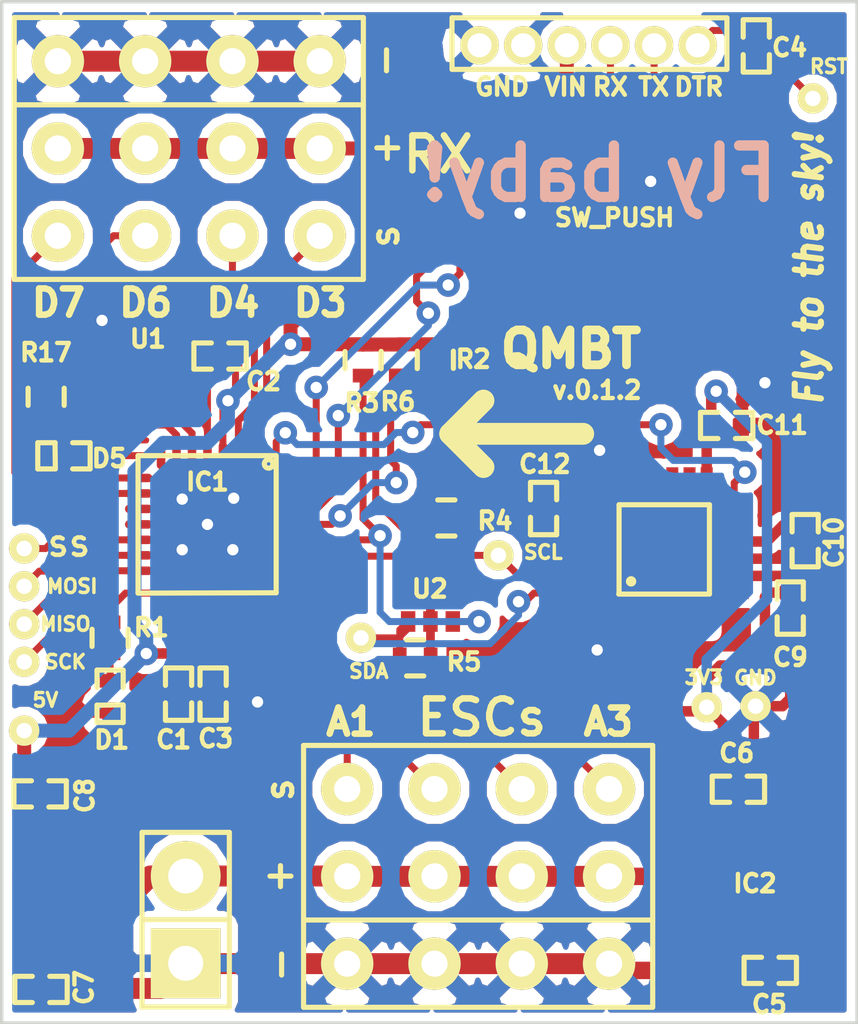
<source format=kicad_pcb>
(kicad_pcb (version 4) (host pcbnew "(2014-12-04 BZR 5312)-product")

  (general
    (links 109)
    (no_connects 0)
    (area 40.886122 26.155 72.461249 57.72366)
    (thickness 1.6)
    (drawings 24)
    (tracks 415)
    (zones 0)
    (modules 42)
    (nets 52)
  )

  (page A4)
  (layers
    (0 F.Cu signal)
    (31 B.Cu signal)
    (32 B.Adhes user hide)
    (33 F.Adhes user hide)
    (34 B.Paste user)
    (35 F.Paste user hide)
    (36 B.SilkS user)
    (37 F.SilkS user)
    (38 B.Mask user)
    (39 F.Mask user)
    (40 Dwgs.User user hide)
    (41 Cmts.User user hide)
    (42 Eco1.User user hide)
    (43 Eco2.User user hide)
    (44 Edge.Cuts user)
    (45 Margin user hide)
    (46 B.CrtYd user hide)
    (47 F.CrtYd user hide)
    (48 B.Fab user hide)
    (49 F.Fab user hide)
  )

  (setup
    (last_trace_width 0.1524)
    (user_trace_width 0.1524)
    (user_trace_width 0.2032)
    (user_trace_width 0.254)
    (user_trace_width 0.3048)
    (user_trace_width 0.4064)
    (user_trace_width 0.508)
    (user_trace_width 0.6096)
    (trace_clearance 0.1524)
    (zone_clearance 0.254)
    (zone_45_only no)
    (trace_min 0.1524)
    (segment_width 0.2)
    (edge_width 0.1)
    (via_size 0.6858)
    (via_drill 0.3302)
    (via_min_size 0.6604)
    (via_min_drill 0.1778)
    (user_via 0.6858 0.3302)
    (user_via 0.8636 0.508)
    (uvia_size 0.508)
    (uvia_drill 0.127)
    (uvias_allowed no)
    (uvia_min_size 0.508)
    (uvia_min_drill 0.127)
    (pcb_text_width 0.3)
    (pcb_text_size 1.5 1.5)
    (mod_edge_width 0.15)
    (mod_text_size 1 1)
    (mod_text_width 0.15)
    (pad_size 2.25 2.25)
    (pad_drill 0)
    (pad_to_mask_clearance 0)
    (aux_axis_origin 0 0)
    (grid_origin 46.98492 56.82488)
    (visible_elements 7FFFF77F)
    (pcbplotparams
      (layerselection 0x010f0_80000001)
      (usegerberextensions true)
      (excludeedgelayer true)
      (linewidth 0.100000)
      (plotframeref false)
      (viasonmask true)
      (mode 1)
      (useauxorigin false)
      (hpglpennumber 1)
      (hpglpenspeed 20)
      (hpglpendiameter 15)
      (hpglpenoverlay 2)
      (psnegative false)
      (psa4output false)
      (plotreference true)
      (plotvalue true)
      (plotinvisibletext false)
      (padsonsilk false)
      (subtractmaskfromsilk false)
      (outputformat 1)
      (mirror false)
      (drillshape 0)
      (scaleselection 1)
      (outputdirectory C:/KiCad/Projects/QMBT_BIG/gerber/))
  )

  (net 0 "")
  (net 1 +5V)
  (net 2 GND)
  (net 3 "Net-(C3-Pad1)")
  (net 4 DTR)
  (net 5 RESET)
  (net 6 VIN)
  (net 7 +3.3V)
  (net 8 "Net-(C10-Pad1)")
  (net 9 "Net-(C12-Pad1)")
  (net 10 "Net-(D1-Pad1)")
  (net 11 D3)
  (net 12 D4)
  (net 13 "Net-(IC1-Pad5)")
  (net 14 "Net-(IC1-Pad6)")
  (net 15 D5)
  (net 16 D6)
  (net 17 D7)
  (net 18 D8)
  (net 19 D9)
  (net 20 D10)
  (net 21 MOSI)
  (net 22 MISO)
  (net 23 SCK)
  (net 24 A0)
  (net 25 A1)
  (net 26 A2)
  (net 27 A3)
  (net 28 H_SDA)
  (net 29 H_SCL)
  (net 30 RXI)
  (net 31 TXD)
  (net 32 SDA)
  (net 33 SCL)
  (net 34 "Net-(IC2-Pad4)")
  (net 35 "Net-(IC4-Pad19)")
  (net 36 "Net-(IC4-Pad21)")
  (net 37 "Net-(IC4-Pad22)")
  (net 38 "Net-(IC4-Pad2)")
  (net 39 "Net-(IC4-Pad3)")
  (net 40 "Net-(IC4-Pad4)")
  (net 41 "Net-(IC4-Pad5)")
  (net 42 "Net-(IC4-Pad6)")
  (net 43 "Net-(IC4-Pad7)")
  (net 44 "Net-(IC4-Pad17)")
  (net 45 "Net-(IC4-Pad16)")
  (net 46 "Net-(IC4-Pad15)")
  (net 47 "Net-(IC4-Pad14)")
  (net 48 FSYNC)
  (net 49 "Net-(D5-Pad2)")
  (net 50 "Net-(IC3-Pad4)")
  (net 51 D2)

  (net_class Default "This is the default net class."
    (clearance 0.1524)
    (trace_width 0.1524)
    (via_dia 0.6858)
    (via_drill 0.3302)
    (uvia_dia 0.508)
    (uvia_drill 0.127)
    (add_net +3.3V)
    (add_net +5V)
    (add_net A0)
    (add_net A1)
    (add_net A2)
    (add_net A3)
    (add_net D10)
    (add_net D2)
    (add_net D3)
    (add_net D4)
    (add_net D5)
    (add_net D6)
    (add_net D7)
    (add_net D8)
    (add_net D9)
    (add_net DTR)
    (add_net FSYNC)
    (add_net GND)
    (add_net H_SCL)
    (add_net H_SDA)
    (add_net MISO)
    (add_net MOSI)
    (add_net "Net-(C10-Pad1)")
    (add_net "Net-(C12-Pad1)")
    (add_net "Net-(C3-Pad1)")
    (add_net "Net-(D1-Pad1)")
    (add_net "Net-(D5-Pad2)")
    (add_net "Net-(IC1-Pad5)")
    (add_net "Net-(IC1-Pad6)")
    (add_net "Net-(IC2-Pad4)")
    (add_net "Net-(IC3-Pad4)")
    (add_net "Net-(IC4-Pad14)")
    (add_net "Net-(IC4-Pad15)")
    (add_net "Net-(IC4-Pad16)")
    (add_net "Net-(IC4-Pad17)")
    (add_net "Net-(IC4-Pad19)")
    (add_net "Net-(IC4-Pad2)")
    (add_net "Net-(IC4-Pad21)")
    (add_net "Net-(IC4-Pad22)")
    (add_net "Net-(IC4-Pad3)")
    (add_net "Net-(IC4-Pad4)")
    (add_net "Net-(IC4-Pad5)")
    (add_net "Net-(IC4-Pad6)")
    (add_net "Net-(IC4-Pad7)")
    (add_net RESET)
    (add_net RXI)
    (add_net SCK)
    (add_net SCL)
    (add_net SDA)
    (add_net TXD)
    (add_net VIN)
  )

  (net_class fat ""
    (clearance 0.2032)
    (trace_width 0.3048)
    (via_dia 0.6858)
    (via_drill 0.3302)
    (uvia_dia 0.508)
    (uvia_drill 0.127)
  )

  (module footprints:ceramic_resonator_smd (layer F.Cu) (tedit 54B42A0A) (tstamp 54A90639)
    (at 51.5112 38.67658 180)
    (path /54A7401F)
    (solder_mask_margin 0.1)
    (clearance 0.1)
    (fp_text reference U1 (at 0.52628 1.2517 180) (layer F.SilkS)
      (effects (font (size 0.508 0.508) (thickness 0.127)))
    )
    (fp_text value ceramic_resonator (at -0.55 -1.05 180) (layer F.SilkS) hide
      (effects (font (size 0.5 0.5) (thickness 0.125)))
    )
    (pad 1 smd rect (at 0 0 180) (size 0.7 1.2) (layers F.Cu F.Paste F.Mask)
      (net 13 "Net-(IC1-Pad5)") (solder_mask_margin 0.1) (clearance 0.2032))
    (pad 3 smd rect (at 0.95 0 180) (size 0.55 1.2) (layers F.Cu F.Paste F.Mask)
      (net 2 GND) (solder_mask_margin 0.1016) (clearance 0.2032))
    (pad 2 smd rect (at 1.9 0.01 180) (size 0.7 1.2) (layers F.Cu F.Paste F.Mask)
      (net 14 "Net-(IC1-Pad6)") (solder_mask_margin 0.1016) (clearance 0.2032))
  )

  (module SMD_Packages:SMD-0402_c (layer F.Cu) (tedit 54AD907F) (tstamp 54ADAC07)
    (at 51.87696 47.76216 270)
    (path /54A73038)
    (attr smd)
    (fp_text reference C1 (at 1.32588 0.14478 360) (layer F.SilkS)
      (effects (font (size 0.508 0.508) (thickness 0.127)))
    )
    (fp_text value 0.1uF (at 0 0.85 270) (layer F.SilkS) hide
      (effects (font (size 0.254 0.254) (thickness 0.0635)))
    )
    (fp_line (start -0.254 -0.381) (end -0.762 -0.381) (layer F.SilkS) (width 0.15))
    (fp_line (start -0.762 -0.381) (end -0.762 0.381) (layer F.SilkS) (width 0.15))
    (fp_line (start -0.762 0.381) (end -0.254 0.381) (layer F.SilkS) (width 0.15))
    (fp_line (start 0.254 -0.381) (end 0.762 -0.381) (layer F.SilkS) (width 0.15))
    (fp_line (start 0.762 -0.381) (end 0.762 0.381) (layer F.SilkS) (width 0.15))
    (fp_line (start 0.762 0.381) (end 0.254 0.381) (layer F.SilkS) (width 0.15))
    (pad 1 smd rect (at -0.44958 0 270) (size 0.39878 0.59944) (layers F.Cu F.Paste F.Mask)
      (net 1 +5V))
    (pad 2 smd rect (at 0.44958 0 270) (size 0.39878 0.59944) (layers F.Cu F.Paste F.Mask)
      (net 2 GND))
    (model SMD_Packages/SMD-0402_c.wrl
      (at (xyz 0 0 0))
      (scale (xyz 0.27 0.27 0.27))
      (rotate (xyz 0 0 0))
    )
  )

  (module SMD_Packages:SMD-0402_c (layer F.Cu) (tedit 54B4BAB8) (tstamp 54A903C9)
    (at 53.08492 37.92488 180)
    (path /54A7306D)
    (attr smd)
    (fp_text reference C2 (at -1.266 -0.739 360) (layer F.SilkS)
      (effects (font (size 0.508 0.508) (thickness 0.127)))
    )
    (fp_text value 0.1uF (at 0 1 180) (layer F.SilkS) hide
      (effects (font (size 0.254 0.254) (thickness 0.0635)))
    )
    (fp_line (start -0.254 -0.381) (end -0.762 -0.381) (layer F.SilkS) (width 0.15))
    (fp_line (start -0.762 -0.381) (end -0.762 0.381) (layer F.SilkS) (width 0.15))
    (fp_line (start -0.762 0.381) (end -0.254 0.381) (layer F.SilkS) (width 0.15))
    (fp_line (start 0.254 -0.381) (end 0.762 -0.381) (layer F.SilkS) (width 0.15))
    (fp_line (start 0.762 -0.381) (end 0.762 0.381) (layer F.SilkS) (width 0.15))
    (fp_line (start 0.762 0.381) (end 0.254 0.381) (layer F.SilkS) (width 0.15))
    (pad 1 smd rect (at -0.44958 0 180) (size 0.39878 0.59944) (layers F.Cu F.Paste F.Mask)
      (net 1 +5V))
    (pad 2 smd rect (at 0.44958 0 180) (size 0.39878 0.59944) (layers F.Cu F.Paste F.Mask)
      (net 2 GND))
    (model SMD_Packages/SMD-0402_c.wrl
      (at (xyz 0 0 0))
      (scale (xyz 0.27 0.27 0.27))
      (rotate (xyz 0 0 0))
    )
  )

  (module SMD_Packages:SMD-0402_c (layer F.Cu) (tedit 54AD9075) (tstamp 54ADABE0)
    (at 52.8828 47.76216 270)
    (path /54A73224)
    (attr smd)
    (fp_text reference C3 (at 1.29286 -0.07366 360) (layer F.SilkS)
      (effects (font (size 0.508 0.508) (thickness 0.127)))
    )
    (fp_text value 0.1uF (at 0.09906 0 270) (layer F.SilkS) hide
      (effects (font (size 1 1) (thickness 0.15)))
    )
    (fp_line (start -0.254 -0.381) (end -0.762 -0.381) (layer F.SilkS) (width 0.15))
    (fp_line (start -0.762 -0.381) (end -0.762 0.381) (layer F.SilkS) (width 0.15))
    (fp_line (start -0.762 0.381) (end -0.254 0.381) (layer F.SilkS) (width 0.15))
    (fp_line (start 0.254 -0.381) (end 0.762 -0.381) (layer F.SilkS) (width 0.15))
    (fp_line (start 0.762 -0.381) (end 0.762 0.381) (layer F.SilkS) (width 0.15))
    (fp_line (start 0.762 0.381) (end 0.254 0.381) (layer F.SilkS) (width 0.15))
    (pad 1 smd rect (at -0.44958 0 270) (size 0.39878 0.59944) (layers F.Cu F.Paste F.Mask)
      (net 3 "Net-(C3-Pad1)"))
    (pad 2 smd rect (at 0.44958 0 270) (size 0.39878 0.59944) (layers F.Cu F.Paste F.Mask)
      (net 2 GND))
    (model SMD_Packages/SMD-0402_c.wrl
      (at (xyz 0 0 0))
      (scale (xyz 0.27 0.27 0.27))
      (rotate (xyz 0 0 0))
    )
  )

  (module SMD_Packages:SMD-0402_c (layer F.Cu) (tedit 54AEC99C) (tstamp 54A8FEC7)
    (at 68.68958 28.90098 270)
    (path /54A7345E)
    (attr smd)
    (fp_text reference C4 (at 0.04826 -0.96774 360) (layer F.SilkS)
      (effects (font (size 0.508 0.508) (thickness 0.127)))
    )
    (fp_text value 0.1uF (at 0.09906 0 270) (layer F.SilkS) hide
      (effects (font (size 1 1) (thickness 0.15)))
    )
    (fp_line (start -0.254 -0.381) (end -0.762 -0.381) (layer F.SilkS) (width 0.15))
    (fp_line (start -0.762 -0.381) (end -0.762 0.381) (layer F.SilkS) (width 0.15))
    (fp_line (start -0.762 0.381) (end -0.254 0.381) (layer F.SilkS) (width 0.15))
    (fp_line (start 0.254 -0.381) (end 0.762 -0.381) (layer F.SilkS) (width 0.15))
    (fp_line (start 0.762 -0.381) (end 0.762 0.381) (layer F.SilkS) (width 0.15))
    (fp_line (start 0.762 0.381) (end 0.254 0.381) (layer F.SilkS) (width 0.15))
    (pad 1 smd rect (at -0.44958 0 270) (size 0.39878 0.59944) (layers F.Cu F.Paste F.Mask)
      (net 4 DTR))
    (pad 2 smd rect (at 0.44958 0 270) (size 0.39878 0.59944) (layers F.Cu F.Paste F.Mask)
      (net 5 RESET) (clearance 0.2032))
    (model SMD_Packages/SMD-0402_c.wrl
      (at (xyz 0 0 0))
      (scale (xyz 0.27 0.27 0.27))
      (rotate (xyz 0 0 0))
    )
  )

  (module SMD_Packages:SMD-0402_c (layer F.Cu) (tedit 54A9E730) (tstamp 54A7B196)
    (at 69.09594 55.8001 180)
    (path /54A78439/54A79FF3)
    (attr smd)
    (fp_text reference C5 (at 0.0254 -0.9906 180) (layer F.SilkS)
      (effects (font (size 0.508 0.508) (thickness 0.127)))
    )
    (fp_text value 1uF (at 0.082917 0.751 180) (layer F.SilkS) hide
      (effects (font (size 0.254 0.254) (thickness 0.0635)))
    )
    (fp_line (start -0.254 -0.381) (end -0.762 -0.381) (layer F.SilkS) (width 0.15))
    (fp_line (start -0.762 -0.381) (end -0.762 0.381) (layer F.SilkS) (width 0.15))
    (fp_line (start -0.762 0.381) (end -0.254 0.381) (layer F.SilkS) (width 0.15))
    (fp_line (start 0.254 -0.381) (end 0.762 -0.381) (layer F.SilkS) (width 0.15))
    (fp_line (start 0.762 -0.381) (end 0.762 0.381) (layer F.SilkS) (width 0.15))
    (fp_line (start 0.762 0.381) (end 0.254 0.381) (layer F.SilkS) (width 0.15))
    (pad 1 smd rect (at -0.44958 0 180) (size 0.39878 0.59944) (layers F.Cu F.Paste F.Mask)
      (net 6 VIN))
    (pad 2 smd rect (at 0.44958 0 180) (size 0.39878 0.59944) (layers F.Cu F.Paste F.Mask)
      (net 2 GND))
    (model SMD_Packages/SMD-0402_c.wrl
      (at (xyz 0 0 0))
      (scale (xyz 0.27 0.27 0.27))
      (rotate (xyz 0 0 0))
    )
  )

  (module SMD_Packages:SMD-0402_c (layer F.Cu) (tedit 54A8D5FE) (tstamp 54A7B19C)
    (at 68.16884 50.5296)
    (path /54A78439/54A7A125)
    (attr smd)
    (fp_text reference C6 (at -0.05 -1.05) (layer F.SilkS)
      (effects (font (size 0.508 0.508) (thickness 0.127)))
    )
    (fp_text value 2.2uF (at 0.318632 0.901) (layer F.SilkS) hide
      (effects (font (size 0.254 0.254) (thickness 0.0635)))
    )
    (fp_line (start -0.254 -0.381) (end -0.762 -0.381) (layer F.SilkS) (width 0.15))
    (fp_line (start -0.762 -0.381) (end -0.762 0.381) (layer F.SilkS) (width 0.15))
    (fp_line (start -0.762 0.381) (end -0.254 0.381) (layer F.SilkS) (width 0.15))
    (fp_line (start 0.254 -0.381) (end 0.762 -0.381) (layer F.SilkS) (width 0.15))
    (fp_line (start 0.762 -0.381) (end 0.762 0.381) (layer F.SilkS) (width 0.15))
    (fp_line (start 0.762 0.381) (end 0.254 0.381) (layer F.SilkS) (width 0.15))
    (pad 1 smd rect (at -0.44958 0) (size 0.39878 0.59944) (layers F.Cu F.Paste F.Mask)
      (net 7 +3.3V))
    (pad 2 smd rect (at 0.44958 0) (size 0.39878 0.59944) (layers F.Cu F.Paste F.Mask)
      (net 2 GND))
    (model SMD_Packages/SMD-0402_c.wrl
      (at (xyz 0 0 0))
      (scale (xyz 0.27 0.27 0.27))
      (rotate (xyz 0 0 0))
    )
  )

  (module SMD_Packages:SMD-0402_c (layer F.Cu) (tedit 54ADAED7) (tstamp 54A8E112)
    (at 47.8747 56.3547)
    (path /54B41283/54B413B5)
    (attr smd)
    (fp_text reference C7 (at 1.25077 -0.05753 90) (layer F.SilkS)
      (effects (font (size 0.508 0.508) (thickness 0.127)))
    )
    (fp_text value C (at -0.008632 -0.281) (layer F.SilkS) hide
      (effects (font (size 0.254 0.254) (thickness 0.0635)))
    )
    (fp_line (start -0.254 -0.381) (end -0.762 -0.381) (layer F.SilkS) (width 0.15))
    (fp_line (start -0.762 -0.381) (end -0.762 0.381) (layer F.SilkS) (width 0.15))
    (fp_line (start -0.762 0.381) (end -0.254 0.381) (layer F.SilkS) (width 0.15))
    (fp_line (start 0.254 -0.381) (end 0.762 -0.381) (layer F.SilkS) (width 0.15))
    (fp_line (start 0.762 -0.381) (end 0.762 0.381) (layer F.SilkS) (width 0.15))
    (fp_line (start 0.762 0.381) (end 0.254 0.381) (layer F.SilkS) (width 0.15))
    (pad 1 smd rect (at -0.44958 0) (size 0.39878 0.59944) (layers F.Cu F.Paste F.Mask)
      (net 6 VIN))
    (pad 2 smd rect (at 0.44958 0) (size 0.39878 0.59944) (layers F.Cu F.Paste F.Mask)
      (net 2 GND))
    (model SMD_Packages/SMD-0402_c.wrl
      (at (xyz 0 0 0))
      (scale (xyz 0.27 0.27 0.27))
      (rotate (xyz 0 0 0))
    )
  )

  (module SMD_Packages:SMD-0402_c (layer F.Cu) (tedit 54A8D6DD) (tstamp 54A7B1A8)
    (at 47.8493 50.6651)
    (path /54B41283/54B415D6)
    (attr smd)
    (fp_text reference C8 (at 1.3 0.05 90) (layer F.SilkS)
      (effects (font (size 0.508 0.508) (thickness 0.127)))
    )
    (fp_text value C (at 0.05 0.05) (layer F.SilkS) hide
      (effects (font (size 0.254 0.254) (thickness 0.0635)))
    )
    (fp_line (start -0.254 -0.381) (end -0.762 -0.381) (layer F.SilkS) (width 0.15))
    (fp_line (start -0.762 -0.381) (end -0.762 0.381) (layer F.SilkS) (width 0.15))
    (fp_line (start -0.762 0.381) (end -0.254 0.381) (layer F.SilkS) (width 0.15))
    (fp_line (start 0.254 -0.381) (end 0.762 -0.381) (layer F.SilkS) (width 0.15))
    (fp_line (start 0.762 -0.381) (end 0.762 0.381) (layer F.SilkS) (width 0.15))
    (fp_line (start 0.762 0.381) (end 0.254 0.381) (layer F.SilkS) (width 0.15))
    (pad 1 smd rect (at -0.44958 0) (size 0.39878 0.59944) (layers F.Cu F.Paste F.Mask)
      (net 1 +5V))
    (pad 2 smd rect (at 0.44958 0) (size 0.39878 0.59944) (layers F.Cu F.Paste F.Mask)
      (net 2 GND))
    (model SMD_Packages/SMD-0402_c.wrl
      (at (xyz 0 0 0))
      (scale (xyz 0.27 0.27 0.27))
      (rotate (xyz 0 0 0))
    )
  )

  (module SMD_Packages:SMD-0402_c (layer F.Cu) (tedit 54B4922C) (tstamp 54B426C0)
    (at 69.67728 45.25772 270)
    (path /54A78589/54A7BC5A)
    (attr smd)
    (fp_text reference C9 (at 1.43087 -0.00117 360) (layer F.SilkS)
      (effects (font (size 0.508 0.508) (thickness 0.127)))
    )
    (fp_text value 10nF (at 0.09906 0 270) (layer F.SilkS) hide
      (effects (font (size 1 1) (thickness 0.15)))
    )
    (fp_line (start -0.254 -0.381) (end -0.762 -0.381) (layer F.SilkS) (width 0.15))
    (fp_line (start -0.762 -0.381) (end -0.762 0.381) (layer F.SilkS) (width 0.15))
    (fp_line (start -0.762 0.381) (end -0.254 0.381) (layer F.SilkS) (width 0.15))
    (fp_line (start 0.254 -0.381) (end 0.762 -0.381) (layer F.SilkS) (width 0.15))
    (fp_line (start 0.762 -0.381) (end 0.762 0.381) (layer F.SilkS) (width 0.15))
    (fp_line (start 0.762 0.381) (end 0.254 0.381) (layer F.SilkS) (width 0.15))
    (pad 1 smd rect (at -0.44958 0 270) (size 0.39878 0.59944) (layers F.Cu F.Paste F.Mask)
      (net 7 +3.3V))
    (pad 2 smd rect (at 0.44958 0 270) (size 0.39878 0.59944) (layers F.Cu F.Paste F.Mask)
      (net 2 GND))
    (model SMD_Packages/SMD-0402_c.wrl
      (at (xyz 0 0 0))
      (scale (xyz 0.27 0.27 0.27))
      (rotate (xyz 0 0 0))
    )
  )

  (module SMD_Packages:SMD-0402_c (layer F.Cu) (tedit 54A9E6B9) (tstamp 54B426B3)
    (at 70.11162 43.29684 270)
    (path /54A78589/54A7C020)
    (attr smd)
    (fp_text reference C10 (at 0.0508 -0.8382 450) (layer F.SilkS)
      (effects (font (size 0.508 0.508) (thickness 0.127)))
    )
    (fp_text value 0.1uF (at 0.09906 0 270) (layer F.SilkS) hide
      (effects (font (size 1 1) (thickness 0.15)))
    )
    (fp_line (start -0.254 -0.381) (end -0.762 -0.381) (layer F.SilkS) (width 0.15))
    (fp_line (start -0.762 -0.381) (end -0.762 0.381) (layer F.SilkS) (width 0.15))
    (fp_line (start -0.762 0.381) (end -0.254 0.381) (layer F.SilkS) (width 0.15))
    (fp_line (start 0.254 -0.381) (end 0.762 -0.381) (layer F.SilkS) (width 0.15))
    (fp_line (start 0.762 -0.381) (end 0.762 0.381) (layer F.SilkS) (width 0.15))
    (fp_line (start 0.762 0.381) (end 0.254 0.381) (layer F.SilkS) (width 0.15))
    (pad 1 smd rect (at -0.44958 0 270) (size 0.39878 0.59944) (layers F.Cu F.Paste F.Mask)
      (net 8 "Net-(C10-Pad1)"))
    (pad 2 smd rect (at 0.44958 0 270) (size 0.39878 0.59944) (layers F.Cu F.Paste F.Mask)
      (net 2 GND))
    (model SMD_Packages/SMD-0402_c.wrl
      (at (xyz 0 0 0))
      (scale (xyz 0.27 0.27 0.27))
      (rotate (xyz 0 0 0))
    )
  )

  (module SMD_Packages:SMD-0402_c (layer F.Cu) (tedit 54AED100) (tstamp 54B426A6)
    (at 67.82816 39.94404)
    (path /54A78589/54A7C31F)
    (attr smd)
    (fp_text reference C11 (at 1.61153 -0.00931) (layer F.SilkS)
      (effects (font (size 0.508 0.508) (thickness 0.127)))
    )
    (fp_text value 0.1uF (at 0.09906 0) (layer F.SilkS) hide
      (effects (font (size 1 1) (thickness 0.15)))
    )
    (fp_line (start -0.254 -0.381) (end -0.762 -0.381) (layer F.SilkS) (width 0.15))
    (fp_line (start -0.762 -0.381) (end -0.762 0.381) (layer F.SilkS) (width 0.15))
    (fp_line (start -0.762 0.381) (end -0.254 0.381) (layer F.SilkS) (width 0.15))
    (fp_line (start 0.254 -0.381) (end 0.762 -0.381) (layer F.SilkS) (width 0.15))
    (fp_line (start 0.762 -0.381) (end 0.762 0.381) (layer F.SilkS) (width 0.15))
    (fp_line (start 0.762 0.381) (end 0.254 0.381) (layer F.SilkS) (width 0.15))
    (pad 1 smd rect (at -0.44958 0) (size 0.39878 0.59944) (layers F.Cu F.Paste F.Mask)
      (net 7 +3.3V))
    (pad 2 smd rect (at 0.44958 0) (size 0.39878 0.59944) (layers F.Cu F.Paste F.Mask)
      (net 2 GND) (clearance 0.1778))
    (model SMD_Packages/SMD-0402_c.wrl
      (at (xyz 0 0 0))
      (scale (xyz 0.27 0.27 0.27))
      (rotate (xyz 0 0 0))
    )
  )

  (module SMD_Packages:SMD-0402_c (layer F.Cu) (tedit 54B49262) (tstamp 54B42699)
    (at 62.49924 42.36212 90)
    (path /54A78589/54A7C160)
    (attr smd)
    (fp_text reference C12 (at 1.29032 0.03556 180) (layer F.SilkS)
      (effects (font (size 0.508 0.508) (thickness 0.127)))
    )
    (fp_text value 2.2nF (at 0.09906 0 90) (layer F.SilkS) hide
      (effects (font (size 1 1) (thickness 0.15)))
    )
    (fp_line (start -0.254 -0.381) (end -0.762 -0.381) (layer F.SilkS) (width 0.15))
    (fp_line (start -0.762 -0.381) (end -0.762 0.381) (layer F.SilkS) (width 0.15))
    (fp_line (start -0.762 0.381) (end -0.254 0.381) (layer F.SilkS) (width 0.15))
    (fp_line (start 0.254 -0.381) (end 0.762 -0.381) (layer F.SilkS) (width 0.15))
    (fp_line (start 0.762 -0.381) (end 0.762 0.381) (layer F.SilkS) (width 0.15))
    (fp_line (start 0.762 0.381) (end 0.254 0.381) (layer F.SilkS) (width 0.15))
    (pad 1 smd rect (at -0.44958 0 90) (size 0.39878 0.59944) (layers F.Cu F.Paste F.Mask)
      (net 9 "Net-(C12-Pad1)"))
    (pad 2 smd rect (at 0.44958 0 90) (size 0.39878 0.59944) (layers F.Cu F.Paste F.Mask)
      (net 2 GND))
    (model SMD_Packages/SMD-0402_c.wrl
      (at (xyz 0 0 0))
      (scale (xyz 0.27 0.27 0.27))
      (rotate (xyz 0 0 0))
    )
  )

  (module footprints:SMD-0402_LED (layer F.Cu) (tedit 54B41EA6) (tstamp 54A903AF)
    (at 49.88492 47.82488 270)
    (path /54A74C59)
    (attr smd)
    (fp_text reference D1 (at 1.27 -0.04572 360) (layer F.SilkS)
      (effects (font (size 0.508 0.508) (thickness 0.127)))
    )
    (fp_text value LED (at 0.15 1.65 270) (layer F.SilkS) hide
      (effects (font (size 1 1) (thickness 0.15)))
    )
    (fp_line (start 0.25 -0.38) (end 0.26 0.38) (layer F.SilkS) (width 0.15))
    (fp_line (start -0.254 -0.381) (end -0.762 -0.381) (layer F.SilkS) (width 0.15))
    (fp_line (start -0.762 -0.381) (end -0.762 0.381) (layer F.SilkS) (width 0.15))
    (fp_line (start -0.762 0.381) (end -0.254 0.381) (layer F.SilkS) (width 0.15))
    (fp_line (start 0.254 -0.381) (end 0.762 -0.381) (layer F.SilkS) (width 0.15))
    (fp_line (start 0.762 -0.381) (end 0.762 0.381) (layer F.SilkS) (width 0.15))
    (fp_line (start 0.762 0.381) (end 0.254 0.381) (layer F.SilkS) (width 0.15))
    (pad 1 smd rect (at -0.44958 0 270) (size 0.39878 0.59944) (layers F.Cu F.Paste F.Mask)
      (net 10 "Net-(D1-Pad1)"))
    (pad 2 smd rect (at 0.44958 0 270) (size 0.39878 0.59944) (layers F.Cu F.Paste F.Mask)
      (net 2 GND))
    (model SMD_Packages/SMD-0402.wrl
      (at (xyz 0 0 0.002))
      (scale (xyz 0.05 0.05 0.05))
      (rotate (xyz 0 0 0))
    )
  )

  (module Resistors_SMD:R_0402 (layer F.Cu) (tedit 54B42C7E) (tstamp 54ADABFA)
    (at 49.88492 46.12488 90)
    (descr "Resistor SMD 0402, reflow soldering, Vishay (see dcrcw.pdf)")
    (tags "resistor 0402")
    (path /54A74C10)
    (attr smd)
    (fp_text reference R1 (at 0.3 1.2 180) (layer F.SilkS)
      (effects (font (size 0.508 0.508) (thickness 0.127)))
    )
    (fp_text value 1K (at 0 1.8 90) (layer F.SilkS) hide
      (effects (font (size 1 1) (thickness 0.15)))
    )
    (fp_line (start -0.95 -0.65) (end 0.95 -0.65) (layer F.CrtYd) (width 0.05))
    (fp_line (start -0.95 0.65) (end 0.95 0.65) (layer F.CrtYd) (width 0.05))
    (fp_line (start -0.95 -0.65) (end -0.95 0.65) (layer F.CrtYd) (width 0.05))
    (fp_line (start 0.95 -0.65) (end 0.95 0.65) (layer F.CrtYd) (width 0.05))
    (fp_line (start 0.25 -0.525) (end -0.25 -0.525) (layer F.SilkS) (width 0.15))
    (fp_line (start -0.25 0.525) (end 0.25 0.525) (layer F.SilkS) (width 0.15))
    (pad 1 smd rect (at -0.45 0 90) (size 0.4 0.6) (layers F.Cu F.Paste F.Mask)
      (net 10 "Net-(D1-Pad1)"))
    (pad 2 smd rect (at 0.45 0 90) (size 0.4 0.6) (layers F.Cu F.Paste F.Mask)
      (net 23 SCK))
    (model Resistors_SMD/R_0402.wrl
      (at (xyz 0 0 0))
      (scale (xyz 1 1 1))
      (rotate (xyz 0 0 0))
    )
  )

  (module Resistors_SMD:R_0402 (layer F.Cu) (tedit 54B48BEE) (tstamp 54A7B231)
    (at 59.34964 38.03396 270)
    (descr "Resistor SMD 0402, reflow soldering, Vishay (see dcrcw.pdf)")
    (tags "resistor 0402")
    (path /54A734A2)
    (clearance 0.2032)
    (attr smd)
    (fp_text reference R2 (at -0.01778 -1.10236 360) (layer F.SilkS)
      (effects (font (size 0.508 0.508) (thickness 0.127)))
    )
    (fp_text value 10K (at 0 1.8 270) (layer F.SilkS) hide
      (effects (font (size 1 1) (thickness 0.15)))
    )
    (fp_line (start -0.95 -0.65) (end 0.95 -0.65) (layer F.CrtYd) (width 0.05))
    (fp_line (start -0.95 0.65) (end 0.95 0.65) (layer F.CrtYd) (width 0.05))
    (fp_line (start -0.95 -0.65) (end -0.95 0.65) (layer F.CrtYd) (width 0.05))
    (fp_line (start 0.95 -0.65) (end 0.95 0.65) (layer F.CrtYd) (width 0.05))
    (fp_line (start 0.25 -0.525) (end -0.25 -0.525) (layer F.SilkS) (width 0.15))
    (fp_line (start -0.25 0.525) (end 0.25 0.525) (layer F.SilkS) (width 0.15))
    (pad 1 smd rect (at -0.45 0 270) (size 0.4 0.6) (layers F.Cu F.Paste F.Mask)
      (net 1 +5V))
    (pad 2 smd rect (at 0.45 0 270) (size 0.4 0.6) (layers F.Cu F.Paste F.Mask)
      (net 5 RESET) (clearance 0.2032))
    (model Resistors_SMD/R_0402.wrl
      (at (xyz 0 0 0))
      (scale (xyz 1 1 1))
      (rotate (xyz 0 0 0))
    )
  )

  (module footprints:Sot-23-5 (layer F.Cu) (tedit 54A9D843) (tstamp 54A8AD99)
    (at 67.66084 54.4412)
    (path /54A78439/54A79EA5)
    (solder_mask_margin 0.01)
    (clearance 0.01)
    (fp_text reference IC2 (at 0.9906 -1.1684) (layer F.SilkS)
      (effects (font (size 0.508 0.508) (thickness 0.127)))
    )
    (fp_text value "MCP1802_(Vreg)" (at 0.998142 -4.069) (layer F.SilkS) hide
      (effects (font (size 0.254 0.254) (thickness 0.0635)))
    )
    (pad 1 smd rect (at 0 0) (size 0.55 1) (layers F.Cu F.Paste F.Mask)
      (net 6 VIN))
    (pad 2 smd rect (at 0.95 0) (size 0.55 1) (layers F.Cu F.Paste F.Mask)
      (net 2 GND))
    (pad 3 smd rect (at 1.9 0) (size 0.55 1) (layers F.Cu F.Paste F.Mask)
      (net 6 VIN))
    (pad 4 smd rect (at 1.9 -2.7) (size 0.55 1) (layers F.Cu F.Paste F.Mask)
      (net 34 "Net-(IC2-Pad4)"))
    (pad 5 smd rect (at 0 -2.7) (size 0.55 1) (layers F.Cu F.Paste F.Mask)
      (net 7 +3.3V))
  )

  (module footprints:MPU6050 (layer F.Cu) (tedit 54A9B28A) (tstamp 54B4268C)
    (at 64.74597 45.56167 90)
    (path /54A78589/54A7B942)
    (solder_mask_margin 0.0254)
    (clearance 0.0508)
    (fp_text reference IC4 (at 2.04 5.18 90) (layer F.SilkS) hide
      (effects (font (size 1 1) (thickness 0.15)))
    )
    (fp_text value MPU6050 (at 2.0574 -2.3876 90) (layer F.SilkS) hide
      (effects (font (size 1 1) (thickness 0.15)))
    )
    (fp_circle (center 1.08 0.3) (end 1.15 0.33) (layer F.SilkS) (width 0.15))
    (fp_line (start 0.71 -0.06) (end 0.71 2.58) (layer F.SilkS) (width 0.15))
    (fp_line (start 0.71 2.58) (end 3.31 2.58) (layer F.SilkS) (width 0.15))
    (fp_line (start 3.31 2.58) (end 3.31 -0.05) (layer F.SilkS) (width 0.15))
    (fp_line (start 3.31 -0.05) (end 0.71 -0.05) (layer F.SilkS) (width 0.15))
    (pad 19 smd rect (at 3.24 -0.73 90) (size 0.35 0.85) (layers F.Cu F.Paste F.Mask)
      (net 35 "Net-(IC4-Pad19)"))
    (pad 20 smd rect (at 2.74 -0.73 90) (size 0.35 0.85) (layers F.Cu F.Paste F.Mask)
      (net 9 "Net-(C12-Pad1)"))
    (pad 21 smd rect (at 2.24 -0.73 90) (size 0.35 0.85) (layers F.Cu F.Paste F.Mask)
      (net 36 "Net-(IC4-Pad21)"))
    (pad 22 smd rect (at 1.74 -0.73 90) (size 0.35 0.85) (layers F.Cu F.Paste F.Mask)
      (net 37 "Net-(IC4-Pad22)"))
    (pad 23 smd rect (at 1.24 -0.73 90) (size 0.35 0.85) (layers F.Cu F.Paste F.Mask)
      (net 33 SCL))
    (pad 24 smd rect (at 0.74 -0.73 90) (size 0.35 0.85) (layers F.Cu F.Paste F.Mask)
      (net 32 SDA))
    (pad 1 smd rect (at 0 0 90) (size 0.8 0.35) (layers F.Cu F.Paste F.Mask)
      (net 2 GND))
    (pad 2 smd rect (at 0 0.5 90) (size 0.8 0.35) (layers F.Cu F.Paste F.Mask)
      (net 38 "Net-(IC4-Pad2)"))
    (pad 3 smd rect (at 0 1 90) (size 0.8 0.35) (layers F.Cu F.Paste F.Mask)
      (net 39 "Net-(IC4-Pad3)"))
    (pad 4 smd rect (at 0 1.5 90) (size 0.8 0.35) (layers F.Cu F.Paste F.Mask)
      (net 40 "Net-(IC4-Pad4)"))
    (pad 5 smd rect (at 0 2 90) (size 0.8 0.35) (layers F.Cu F.Paste F.Mask)
      (net 41 "Net-(IC4-Pad5)"))
    (pad 6 smd rect (at 0 2.5 90) (size 0.8 0.35) (layers F.Cu F.Paste F.Mask)
      (net 42 "Net-(IC4-Pad6)"))
    (pad 7 smd rect (at 0.74 3.3 90) (size 0.35 0.85) (layers F.Cu F.Paste F.Mask)
      (net 43 "Net-(IC4-Pad7)"))
    (pad 18 smd rect (at 4 0 90) (size 0.8 0.35) (layers F.Cu F.Paste F.Mask)
      (net 2 GND))
    (pad 17 smd rect (at 4 0.5 90) (size 0.8 0.35) (layers F.Cu F.Paste F.Mask)
      (net 44 "Net-(IC4-Pad17)"))
    (pad 16 smd rect (at 4 1 90) (size 0.8 0.35) (layers F.Cu F.Paste F.Mask)
      (net 45 "Net-(IC4-Pad16)"))
    (pad 15 smd rect (at 4 1.5 90) (size 0.8 0.35) (layers F.Cu F.Paste F.Mask)
      (net 46 "Net-(IC4-Pad15)"))
    (pad 14 smd rect (at 4 2 90) (size 0.8 0.35) (layers F.Cu F.Paste F.Mask)
      (net 47 "Net-(IC4-Pad14)"))
    (pad 13 smd rect (at 4 2.5 90) (size 0.8 0.35) (layers F.Cu F.Paste F.Mask)
      (net 7 +3.3V))
    (pad 8 smd rect (at 1.24 3.3 90) (size 0.35 0.85) (layers F.Cu F.Paste F.Mask)
      (net 7 +3.3V))
    (pad 9 smd rect (at 1.74 3.3 90) (size 0.35 0.85) (layers F.Cu F.Paste F.Mask)
      (net 2 GND))
    (pad 10 smd rect (at 2.24 3.3 90) (size 0.35 0.85) (layers F.Cu F.Paste F.Mask)
      (net 8 "Net-(C10-Pad1)"))
    (pad 11 smd rect (at 2.74 3.3 90) (size 0.35 0.85) (layers F.Cu F.Paste F.Mask)
      (net 48 FSYNC))
    (pad 12 smd rect (at 3.24 3.3 90) (size 0.35 0.85) (layers F.Cu F.Paste F.Mask)
      (net 51 D2))
  )

  (module footprints:QFN-28-4x4mm_fixed_mask (layer F.Cu) (tedit 54BBFB25) (tstamp 54A9119D)
    (at 52.7179 42.8232 270)
    (path /54A72DB5)
    (solder_mask_margin 0.06)
    (clearance 0.06)
    (fp_text reference IC1 (at -1.23692 -0.00032 360) (layer F.SilkS)
      (effects (font (size 0.5 0.5) (thickness 0.125)))
    )
    (fp_text value ATMEGA328P-MM (at 0.1 -3.8 270) (layer F.SilkS) hide
      (effects (font (size 0.6 0.6) (thickness 0.15)))
    )
    (fp_circle (center -1.76 -1.78) (end -1.73 -1.74) (layer F.SilkS) (width 0.15))
    (fp_line (start -2 -2) (end 1.99 -2) (layer F.SilkS) (width 0.15))
    (fp_line (start 1.99 -2) (end 2 2.02) (layer F.SilkS) (width 0.15))
    (fp_line (start 2 2.02) (end -2 2.02) (layer F.SilkS) (width 0.15))
    (fp_line (start -2 2.02) (end -2 -1.99) (layer F.SilkS) (width 0.15))
    (pad 1 smd oval (at -2 -1.35 270) (size 0.8 0.24892) (layers F.Cu F.Paste F.Mask)
      (net 11 D3))
    (pad 2 smd oval (at -2 -0.9 270) (size 0.8 0.24892) (layers F.Cu F.Paste F.Mask)
      (net 12 D4))
    (pad 3 smd oval (at -2 -0.45 270) (size 0.8 0.24892) (layers F.Cu F.Paste F.Mask)
      (net 1 +5V))
    (pad 4 smd oval (at -2 0 270) (size 0.8 0.24892) (layers F.Cu F.Paste F.Mask)
      (net 2 GND))
    (pad 5 smd oval (at -2 0.45 270) (size 0.8 0.24892) (layers F.Cu F.Paste F.Mask)
      (net 13 "Net-(IC1-Pad5)"))
    (pad 6 smd oval (at -2 0.9 270) (size 0.8 0.24892) (layers F.Cu F.Paste F.Mask)
      (net 14 "Net-(IC1-Pad6)"))
    (pad 7 smd oval (at -2 1.35 270) (size 0.8 0.24892) (layers F.Cu F.Paste F.Mask)
      (net 15 D5))
    (pad 8 smd oval (at -1.35 2) (size 0.8 0.24892) (layers F.Cu F.Paste F.Mask)
      (net 16 D6))
    (pad 9 smd oval (at -0.9 2) (size 0.8 0.24892) (layers F.Cu F.Paste F.Mask)
      (net 17 D7))
    (pad 10 smd oval (at -0.45 2) (size 0.8 0.24892) (layers F.Cu F.Paste F.Mask)
      (net 18 D8))
    (pad 11 smd oval (at 0 2) (size 0.8 0.24892) (layers F.Cu F.Paste F.Mask)
      (net 19 D9))
    (pad 12 smd oval (at 0.45 2) (size 0.8 0.24892) (layers F.Cu F.Paste F.Mask)
      (net 20 D10))
    (pad 13 smd oval (at 0.9 2) (size 0.8 0.24892) (layers F.Cu F.Paste F.Mask)
      (net 21 MOSI))
    (pad 14 smd oval (at 1.35 2) (size 0.8 0.24892) (layers F.Cu F.Paste F.Mask)
      (net 22 MISO))
    (pad 15 smd oval (at 2 1.35 90) (size 0.8 0.24892) (layers F.Cu F.Paste F.Mask)
      (net 23 SCK))
    (pad 16 smd oval (at 2 0.9 90) (size 0.8 0.24892) (layers F.Cu F.Paste F.Mask)
      (net 1 +5V))
    (pad 17 smd oval (at 2 0.45 90) (size 0.8 0.24892) (layers F.Cu F.Paste F.Mask)
      (net 3 "Net-(C3-Pad1)"))
    (pad 18 smd oval (at 2 0 90) (size 0.8 0.24892) (layers F.Cu F.Paste F.Mask)
      (net 2 GND))
    (pad 19 smd oval (at 2 -0.45 90) (size 0.8 0.24892) (layers F.Cu F.Paste F.Mask)
      (net 24 A0))
    (pad 20 smd oval (at 2 -0.9 90) (size 0.8 0.24892) (layers F.Cu F.Paste F.Mask)
      (net 25 A1))
    (pad 21 smd oval (at 2 -1.35 90) (size 0.8 0.24892) (layers F.Cu F.Paste F.Mask)
      (net 26 A2))
    (pad 22 smd oval (at 1.35 -2 180) (size 0.8 0.24892) (layers F.Cu F.Paste F.Mask)
      (net 27 A3))
    (pad 23 smd oval (at 0.9 -2 180) (size 0.8 0.24892) (layers F.Cu F.Paste F.Mask)
      (net 28 H_SDA))
    (pad 24 smd oval (at 0.45 -2 180) (size 0.8 0.24892) (layers F.Cu F.Paste F.Mask)
      (net 29 H_SCL))
    (pad 25 smd oval (at 0 -2 180) (size 0.8 0.24892) (layers F.Cu F.Paste F.Mask)
      (net 5 RESET))
    (pad 26 smd oval (at -0.45 -2 180) (size 0.8 0.24892) (layers F.Cu F.Paste F.Mask)
      (net 30 RXI))
    (pad 27 smd oval (at -0.9 -2 180) (size 0.8 0.24892) (layers F.Cu F.Paste F.Mask)
      (net 31 TXD))
    (pad 28 smd oval (at -1.35 -2 180) (size 0.8 0.24892) (layers F.Cu F.Paste F.Mask)
      (net 51 D2))
    (pad d29 smd rect (at 0 0 180) (size 2.25 2.25) (layers F.Cu F.Mask)
      (net 2 GND) (solder_mask_margin 0.1016) (clearance 0.1016))
    (model SMD_Packages/QFN-28-1EP.wrl
      (at (xyz 0 0 0))
      (scale (xyz 1 1 1))
      (rotate (xyz 0 0 0))
    )
  )

  (module footprints:SMD-0402_LED (layer F.Cu) (tedit 54A9D7DF) (tstamp 54A8D968)
    (at 48.54194 40.82796 180)
    (path /54A8A5CB/54A8DCB7)
    (attr smd)
    (fp_text reference D5 (at -1.3208 -0.0762 180) (layer F.SilkS)
      (effects (font (size 0.508 0.508) (thickness 0.127)))
    )
    (fp_text value LED (at 0.15 1.65 180) (layer F.SilkS) hide
      (effects (font (size 0.254 0.254) (thickness 0.0635)))
    )
    (fp_line (start 0.25 -0.38) (end 0.26 0.38) (layer F.SilkS) (width 0.15))
    (fp_line (start -0.254 -0.381) (end -0.762 -0.381) (layer F.SilkS) (width 0.15))
    (fp_line (start -0.762 -0.381) (end -0.762 0.381) (layer F.SilkS) (width 0.15))
    (fp_line (start -0.762 0.381) (end -0.254 0.381) (layer F.SilkS) (width 0.15))
    (fp_line (start 0.254 -0.381) (end 0.762 -0.381) (layer F.SilkS) (width 0.15))
    (fp_line (start 0.762 -0.381) (end 0.762 0.381) (layer F.SilkS) (width 0.15))
    (fp_line (start 0.762 0.381) (end 0.254 0.381) (layer F.SilkS) (width 0.15))
    (pad 1 smd rect (at -0.44958 0 180) (size 0.39878 0.59944) (layers F.Cu F.Paste F.Mask)
      (net 15 D5))
    (pad 2 smd rect (at 0.44958 0 180) (size 0.39878 0.59944) (layers F.Cu F.Paste F.Mask)
      (net 49 "Net-(D5-Pad2)"))
    (model SMD_Packages/SMD-0402.wrl
      (at (xyz 0 0 0.002))
      (scale (xyz 0.05 0.05 0.05))
      (rotate (xyz 0 0 0))
    )
  )

  (module Resistors_SMD:R_0402 (layer F.Cu) (tedit 54B41A24) (tstamp 54A8D974)
    (at 48.02378 39.11092 270)
    (descr "Resistor SMD 0402, reflow soldering, Vishay (see dcrcw.pdf)")
    (tags "resistor 0402")
    (path /54A8A5CB/54A8DCDC)
    (attr smd)
    (fp_text reference R17 (at -1.28778 0.00708 540) (layer F.SilkS)
      (effects (font (size 0.508 0.508) (thickness 0.127)))
    )
    (fp_text value 1K (at 0.088619 1.091 270) (layer F.SilkS) hide
      (effects (font (size 0.254 0.254) (thickness 0.0635)))
    )
    (fp_line (start -0.95 -0.65) (end 0.95 -0.65) (layer F.CrtYd) (width 0.05))
    (fp_line (start -0.95 0.65) (end 0.95 0.65) (layer F.CrtYd) (width 0.05))
    (fp_line (start -0.95 -0.65) (end -0.95 0.65) (layer F.CrtYd) (width 0.05))
    (fp_line (start 0.95 -0.65) (end 0.95 0.65) (layer F.CrtYd) (width 0.05))
    (fp_line (start 0.25 -0.525) (end -0.25 -0.525) (layer F.SilkS) (width 0.15))
    (fp_line (start -0.25 0.525) (end 0.25 0.525) (layer F.SilkS) (width 0.15))
    (pad 1 smd rect (at -0.45 0 270) (size 0.4 0.6) (layers F.Cu F.Paste F.Mask)
      (net 2 GND))
    (pad 2 smd rect (at 0.45 0 270) (size 0.4 0.6) (layers F.Cu F.Paste F.Mask)
      (net 49 "Net-(D5-Pad2)"))
    (model Resistors_SMD/R_0402.wrl
      (at (xyz 0 0 0))
      (scale (xyz 1 1 1))
      (rotate (xyz 0 0 0))
    )
  )

  (module footprints:1x0.5mm_Through_hole2 (layer F.Cu) (tedit 54B42C88) (tstamp 54A91087)
    (at 47.38492 45.72488 270)
    (path /54A78F99/54A87EE4)
    (fp_text reference P9 (at 0.22 1.27 270) (layer F.SilkS) hide
      (effects (font (size 1 1) (thickness 0.15)))
    )
    (fp_text value MISO (at 0 -1.2 360) (layer F.SilkS)
      (effects (font (size 0.4 0.4) (thickness 0.1)))
    )
    (pad 1 thru_hole circle (at 0 0 270) (size 0.8832 0.8832) (drill 0.45) (layers *.Cu *.Mask F.SilkS)
      (net 22 MISO) (solder_mask_margin 0.1) (clearance 0.1))
  )

  (module footprints:1x0.5mm_Through_hole2 (layer F.Cu) (tedit 54B42C71) (tstamp 54A9108B)
    (at 47.38492 44.62488 270)
    (path /54A78F99/54A87EFF)
    (fp_text reference P10 (at 0.22 1.27 270) (layer F.SilkS) hide
      (effects (font (size 1 1) (thickness 0.15)))
    )
    (fp_text value MOSI (at 0 -1.4 360) (layer F.SilkS)
      (effects (font (size 0.4 0.4) (thickness 0.1)))
    )
    (pad 1 thru_hole circle (at 0 0 270) (size 0.8832 0.8832) (drill 0.45) (layers *.Cu *.Mask F.SilkS)
      (net 21 MOSI) (solder_mask_margin 0.1) (clearance 0.1))
  )

  (module footprints:1x0.5mm_Through_hole2 (layer F.Cu) (tedit 54B42C8B) (tstamp 54A9108F)
    (at 47.38492 46.82488 270)
    (path /54A78F99/54A87F38)
    (fp_text reference P11 (at 0.22 1.27 270) (layer F.SilkS) hide
      (effects (font (size 1 1) (thickness 0.15)))
    )
    (fp_text value SCK (at 0 -1.2 360) (layer F.SilkS)
      (effects (font (size 0.4 0.4) (thickness 0.1)))
    )
    (pad 1 thru_hole circle (at 0 0 270) (size 0.8832 0.8832) (drill 0.45) (layers *.Cu *.Mask F.SilkS)
      (net 23 SCK) (solder_mask_margin 0.1) (clearance 0.1))
  )

  (module footprints:1x0.5mm_Through_hole2 (layer F.Cu) (tedit 54B48AD7) (tstamp 54AA2715)
    (at 70.33514 30.4292)
    (path /54A78F99/54A880AD)
    (fp_text reference P12 (at 0.22 1.27) (layer F.SilkS) hide
      (effects (font (size 1 1) (thickness 0.15)))
    )
    (fp_text value RST (at 0.46736 -0.92964) (layer F.SilkS)
      (effects (font (size 0.4 0.4) (thickness 0.1)))
    )
    (pad 1 thru_hole circle (at 0 0) (size 0.8832 0.8832) (drill 0.45) (layers *.Cu *.Mask F.SilkS)
      (net 5 RESET) (solder_mask_margin 0.1) (clearance 0.1524))
  )

  (module footprints:1x0.5mm_Through_hole2 (layer F.Cu) (tedit 54AECFCE) (tstamp 54A9109B)
    (at 57.18492 46.12488 90)
    (path /54A78F99/54A8828D)
    (fp_text reference P14 (at 0.22 1.27 90) (layer F.SilkS) hide
      (effects (font (size 1 1) (thickness 0.15)))
    )
    (fp_text value SDA (at -0.97282 0.22606 180) (layer F.SilkS)
      (effects (font (size 0.4 0.4) (thickness 0.1)))
    )
    (pad 1 thru_hole circle (at 0 0 90) (size 0.8832 0.8832) (drill 0.45) (layers *.Cu *.Mask F.SilkS)
      (net 32 SDA) (solder_mask_margin 0.1) (clearance 0.254))
  )

  (module footprints:1x0.5mm_Through_hole2 (layer F.Cu) (tedit 54AD8F52) (tstamp 54A9109F)
    (at 61.18492 43.72488 90)
    (path /54A78F99/54A882B2)
    (fp_text reference P15 (at 0.22 1.27 90) (layer F.SilkS) hide
      (effects (font (size 1 1) (thickness 0.15)))
    )
    (fp_text value SCL (at 0.09144 1.30302 180) (layer F.SilkS)
      (effects (font (size 0.4 0.4) (thickness 0.1)))
    )
    (pad 1 thru_hole circle (at 0 0 90) (size 0.8832 0.8832) (drill 0.45) (layers *.Cu *.Mask F.SilkS)
      (net 33 SCL) (solder_mask_margin 0.1) (clearance 0.254))
  )

  (module footprints:1x0.5mm_Through_hole2 (layer F.Cu) (tedit 54BBFE94) (tstamp 54BBFE7F)
    (at 47.38492 43.52488 270)
    (path /54A78F99/54A88C13)
    (fp_text reference P16 (at 0.22 1.27 270) (layer F.SilkS) hide
      (effects (font (size 1 1) (thickness 0.15)))
    )
    (fp_text value SS (at -0.0858 -1.378 360) (layer F.SilkS) hide
      (effects (font (size 0.4 0.4) (thickness 0.1)))
    )
    (pad 1 thru_hole circle (at 0 0 270) (size 0.8832 0.8832) (drill 0.45) (layers *.Cu *.Mask F.SilkS)
      (net 20 D10) (solder_mask_margin 0.1) (clearance 0.1))
  )

  (module Socket_Strips:Socket_Strip_Straight_1x02 (layer F.Cu) (tedit 54AC8080) (tstamp 54AA0B42)
    (at 52.08492 54.32488 270)
    (descr "Through hole socket strip")
    (tags "socket strip")
    (path /54A78F99/54A8BF9B)
    (fp_text reference P17 (at -0.381 1.8542 270) (layer F.SilkS) hide
      (effects (font (size 0.508 0.508) (thickness 0.127)))
    )
    (fp_text value VCC (at 0 0 270) (layer F.SilkS) hide
      (effects (font (size 1 1) (thickness 0.15)))
    )
    (fp_line (start 0 -1.27) (end 0 1.27) (layer F.SilkS) (width 0.15))
    (fp_line (start 2.54 -1.27) (end 2.54 1.27) (layer F.SilkS) (width 0.15))
    (fp_line (start 2.54 1.27) (end 0 1.27) (layer F.SilkS) (width 0.15))
    (fp_line (start 0 1.27) (end -2.54 1.27) (layer F.SilkS) (width 0.15))
    (fp_line (start -2.54 1.27) (end -2.54 -1.27) (layer F.SilkS) (width 0.15))
    (fp_line (start -2.54 -1.27) (end 2.54 -1.27) (layer F.SilkS) (width 0.15))
    (pad 1 thru_hole rect (at 1.27 0 90) (size 2.032 2.032) (drill 1.016) (layers *.Cu *.Mask F.SilkS)
      (net 2 GND) (clearance 0.254))
    (pad 2 thru_hole oval (at -1.27 0 90) (size 2.032 2.032) (drill 1.016) (layers *.Cu *.Mask F.SilkS)
      (net 6 VIN) (clearance 0.254))
    (model Socket_Strips/Socket_Strip_Straight_1x02.wrl
      (at (xyz 0 0 0))
      (scale (xyz 1 1 1))
      (rotate (xyz 0 0 0))
    )
  )

  (module footprints:1x0.5mm_Through_hole2 (layer F.Cu) (tedit 54AC7FA4) (tstamp 54AA30DE)
    (at 67.2465 48.14316)
    (path /54A78F99/54AA3121)
    (fp_text reference P18 (at 0.22 1.27) (layer F.SilkS) hide
      (effects (font (size 1 1) (thickness 0.15)))
    )
    (fp_text value 3V3 (at -0.08128 -0.86614) (layer F.SilkS)
      (effects (font (size 0.4 0.4) (thickness 0.1)))
    )
    (pad 1 thru_hole circle (at 0 0) (size 0.8832 0.8832) (drill 0.45) (layers *.Cu *.Mask F.SilkS)
      (net 7 +3.3V) (solder_mask_margin 0.1) (clearance 0.1524))
  )

  (module footprints:1x0.5mm_Through_hole2 (layer F.Cu) (tedit 54AC7FA1) (tstamp 54AA30E3)
    (at 68.6689 48.11268)
    (path /54A78F99/54AA336A)
    (fp_text reference P19 (at 0.22 1.27) (layer F.SilkS) hide
      (effects (font (size 1 1) (thickness 0.15)))
    )
    (fp_text value GND (at -0.00254 -0.8255) (layer F.SilkS)
      (effects (font (size 0.4 0.4) (thickness 0.1)))
    )
    (pad 1 thru_hole circle (at 0 0) (size 0.8832 0.8832) (drill 0.45) (layers *.Cu *.Mask F.SilkS)
      (net 2 GND) (solder_mask_margin 0.1) (clearance 0.1524))
  )

  (module footprints:1x0.5mm_Through_hole2 (layer F.Cu) (tedit 54B4B8E3) (tstamp 54AC82AD)
    (at 47.38492 48.82488)
    (path /54A78F99/54AC82F2)
    (fp_text reference P20 (at 0.22 1.27) (layer F.SilkS) hide
      (effects (font (size 1 1) (thickness 0.15)))
    )
    (fp_text value 5V (at 0.616 -0.89) (layer F.SilkS)
      (effects (font (size 0.4 0.4) (thickness 0.1)))
    )
    (pad 1 thru_hole circle (at 0 0) (size 0.8832 0.8832) (drill 0.45) (layers *.Cu *.Mask F.SilkS)
      (net 1 +5V) (solder_mask_margin 0.1) (clearance 0.1524))
  )

  (module footprints:switch_tactile_SM10 (layer F.Cu) (tedit 54B4272A) (tstamp 54AD7468)
    (at 61.46292 35.99688)
    (path /54A737E3)
    (solder_mask_margin 0.1)
    (clearance 0.1)
    (fp_text reference SW1 (at 3.14 2.49) (layer F.SilkS) hide
      (effects (font (size 1 1) (thickness 0.15)))
    )
    (fp_text value SW_PUSH (at 3.1 -2.1) (layer F.SilkS)
      (effects (font (size 0.5 0.5) (thickness 0.125)))
    )
    (pad 1 smd rect (at 0 0) (size 1.8 1) (layers F.Cu F.Paste F.Mask)
      (net 5 RESET))
    (pad 2 smd rect (at 0 -3.7) (size 1.8 1) (layers F.Cu F.Paste F.Mask)
      (net 2 GND))
    (pad 2 smd rect (at 6.2 -3.7) (size 1.8 1) (layers F.Cu F.Paste F.Mask)
      (net 2 GND))
    (pad 1 smd rect (at 6.2 0) (size 1.8 1) (layers F.Cu F.Paste F.Mask)
      (net 5 RESET))
  )

  (module footprints:6pin_1.27mm (layer F.Cu) (tedit 54AD8034) (tstamp 54AD8787)
    (at 60.63524 28.8832)
    (path /54A78F99/54AD8144)
    (clearance 0.1524)
    (fp_text reference C13 (at 3.2 2) (layer F.SilkS) hide
      (effects (font (size 1 1) (thickness 0.15)))
    )
    (fp_text value 6pin_1.27mm (at -0.7 -1.6) (layer F.SilkS) hide
      (effects (font (size 1 1) (thickness 0.15)))
    )
    (fp_line (start -0.8 -0.8) (end 7.2 -0.8) (layer F.SilkS) (width 0.15))
    (fp_line (start 7.2 -0.8) (end 7.2 0.7) (layer F.SilkS) (width 0.15))
    (fp_line (start 7.2 0.7) (end -0.8 0.7) (layer F.SilkS) (width 0.15))
    (fp_line (start -0.8 0.7) (end -0.8 -0.8) (layer F.SilkS) (width 0.15))
    (pad 1 thru_hole circle (at 0 0) (size 1.1176 1.1176) (drill 0.7) (layers *.Cu *.Mask F.SilkS)
      (net 2 GND) (clearance 0.1524))
    (pad 2 thru_hole circle (at 1.27 0) (size 1.1176 1.1176) (drill 0.7) (layers *.Cu *.Mask F.SilkS)
      (net 2 GND) (clearance 0.1524))
    (pad 3 thru_hole circle (at 2.54 0) (size 1.1176 1.1176) (drill 0.7) (layers *.Cu *.Mask F.SilkS)
      (net 1 +5V) (clearance 0.1524))
    (pad 4 thru_hole circle (at 3.81 0) (size 1.1176 1.1176) (drill 0.7) (layers *.Cu *.Mask F.SilkS)
      (net 30 RXI))
    (pad 5 thru_hole circle (at 5.08 0) (size 1.1176 1.1176) (drill 0.7) (layers *.Cu *.Mask F.SilkS)
      (net 31 TXD))
    (pad 6 thru_hole circle (at 6.35 0) (size 1.1176 1.1176) (drill 0.7) (layers *.Cu *.Mask F.SilkS)
      (net 4 DTR))
  )

  (module footprints:BSS138DW_array (layer F.Cu) (tedit 54AD8EC5) (tstamp 54AD92A5)
    (at 59.2074 44.69892 180)
    (path /54A797F8/54ADA00A)
    (clearance 0.2032)
    (fp_text reference U2 (at 0.01778 0 180) (layer F.SilkS)
      (effects (font (size 0.508 0.508) (thickness 0.127)))
    )
    (fp_text value BSS138DW_array (at -1.03378 -2.11074 180) (layer F.SilkS) hide
      (effects (font (size 0.508 0.508) (thickness 0.127)))
    )
    (pad 5 smd rect (at 0 -0.95 180) (size 0.42 0.6) (layers F.Cu F.Paste F.Mask)
      (net 7 +3.3V))
    (pad 2 smd rect (at 0 0.95 180) (size 0.42 0.6) (layers F.Cu F.Paste F.Mask)
      (net 7 +3.3V))
    (pad 6 smd rect (at -0.65 -0.95 180) (size 0.42 0.6) (layers F.Cu F.Paste F.Mask)
      (net 29 H_SCL))
    (pad 1 smd rect (at -0.65 0.95 180) (size 0.42 0.6) (layers F.Cu F.Paste F.Mask)
      (net 33 SCL))
    (pad 3 smd rect (at 0.65 0.95 180) (size 0.42 0.6) (layers F.Cu F.Paste F.Mask)
      (net 28 H_SDA))
    (pad 4 smd rect (at 0.65 -0.95 180) (size 0.42 0.6) (layers F.Cu F.Paste F.Mask)
      (net 32 SDA))
  )

  (module footprints:Sot-23-5 (layer F.Cu) (tedit 54B41799) (tstamp 54B41D43)
    (at 47.39718 54.81546)
    (path /54B41283/54B41384)
    (solder_mask_margin 0.0762)
    (clearance 0.0762)
    (fp_text reference IC3 (at 1.23 1.93) (layer F.SilkS) hide
      (effects (font (size 1 1) (thickness 0.15)))
    )
    (fp_text value "MCP1802_(Vreg)" (at -0.09 -4.57) (layer F.SilkS) hide
      (effects (font (size 1 1) (thickness 0.15)))
    )
    (pad 1 smd rect (at 0 0) (size 0.55 1) (layers F.Cu F.Paste F.Mask)
      (net 6 VIN))
    (pad 2 smd rect (at 0.95 0) (size 0.55 1) (layers F.Cu F.Paste F.Mask)
      (net 2 GND))
    (pad 3 smd rect (at 1.9 0) (size 0.55 1) (layers F.Cu F.Paste F.Mask)
      (net 6 VIN))
    (pad 4 smd rect (at 1.9 -2.7) (size 0.55 1) (layers F.Cu F.Paste F.Mask)
      (net 50 "Net-(IC3-Pad4)"))
    (pad 5 smd rect (at 0 -2.7) (size 0.55 1) (layers F.Cu F.Paste F.Mask)
      (net 1 +5V))
  )

  (module footprints:conn_3x4 (layer F.Cu) (tedit 54B48994) (tstamp 54B41D4B)
    (at 55.98492 34.42488 90)
    (path /54A78F99/54B43F48)
    (solder_mask_margin 0.06)
    (clearance 0.06)
    (fp_text reference U3 (at 2.54 5.08 90) (layer F.SilkS) hide
      (effects (font (size 1.5 1.5) (thickness 0.15)))
    )
    (fp_text value conn_3x4 (at 0 -10.16 90) (layer F.SilkS) hide
      (effects (font (size 0.6 0.6) (thickness 0.15)))
    )
    (fp_line (start 3.81 -8.89) (end 3.81 1.27) (layer F.SilkS) (width 0.15))
    (fp_line (start -1.27 -8.89) (end -1.27 1.27) (layer F.SilkS) (width 0.15))
    (fp_line (start -1.27 1.27) (end 6.35 1.27) (layer F.SilkS) (width 0.15))
    (fp_line (start 6.35 1.27) (end 6.35 -8.89) (layer F.SilkS) (width 0.15))
    (fp_line (start 6.35 -8.89) (end -1.27 -8.89) (layer F.SilkS) (width 0.15))
    (fp_text user s (at -0.01498 1.88644 90) (layer F.SilkS)
      (effects (font (size 0.8 0.8) (thickness 0.15)))
    )
    (fp_text user + (at 2.55804 1.9093 90) (layer F.SilkS)
      (effects (font (size 0.8 0.8) (thickness 0.15)))
    )
    (fp_text user - (at 5.10566 1.88644 90) (layer F.SilkS)
      (effects (font (size 0.8 0.8) (thickness 0.15)))
    )
    (pad 1 thru_hole circle (at 0 0 90) (size 1.524 1.524) (drill 0.762) (layers *.Cu *.Mask F.SilkS)
      (net 11 D3))
    (pad 2 thru_hole circle (at 0 -2.54 90) (size 1.524 1.524) (drill 0.762) (layers *.Cu *.Mask F.SilkS)
      (net 12 D4))
    (pad 3 thru_hole circle (at 0 -5.08 90) (size 1.524 1.524) (drill 0.762) (layers *.Cu *.Mask F.SilkS)
      (net 16 D6))
    (pad 4 thru_hole circle (at 0 -7.62 90) (size 1.524 1.524) (drill 0.762) (layers *.Cu *.Mask F.SilkS)
      (net 17 D7))
    (pad 5 thru_hole circle (at 2.54 0 90) (size 1.524 1.524) (drill 0.762) (layers *.Cu *.Mask F.SilkS)
      (net 1 +5V))
    (pad 5 thru_hole circle (at 2.54 -2.54 90) (size 1.524 1.524) (drill 0.762) (layers *.Cu *.Mask F.SilkS)
      (net 1 +5V))
    (pad 5 thru_hole circle (at 2.54 -5.08 90) (size 1.524 1.524) (drill 0.762) (layers *.Cu *.Mask F.SilkS)
      (net 1 +5V))
    (pad 5 thru_hole circle (at 2.54 -7.62 90) (size 1.524 1.524) (drill 0.762) (layers *.Cu *.Mask F.SilkS)
      (net 1 +5V))
    (pad 6 thru_hole circle (at 5.08 0 90) (size 1.524 1.524) (drill 0.762) (layers *.Cu *.Mask F.SilkS)
      (net 2 GND))
    (pad 6 thru_hole circle (at 5.08 -2.54 90) (size 1.524 1.524) (drill 0.762) (layers *.Cu *.Mask F.SilkS)
      (net 2 GND))
    (pad 6 thru_hole circle (at 5.08 -5.08 90) (size 1.524 1.524) (drill 0.762) (layers *.Cu *.Mask F.SilkS)
      (net 2 GND))
    (pad 6 thru_hole circle (at 5.08 -7.62 90) (size 1.524 1.524) (drill 0.762) (layers *.Cu *.Mask F.SilkS)
      (net 2 GND))
  )

  (module footprints:conn_3x4 (layer F.Cu) (tedit 54B489AF) (tstamp 54B41D62)
    (at 56.78492 50.52488 270)
    (path /54A78F99/54B43F9C)
    (solder_mask_margin 0.06)
    (clearance 0.06)
    (fp_text reference U4 (at 2.54 5.08 270) (layer F.SilkS) hide
      (effects (font (size 1.5 1.5) (thickness 0.15)))
    )
    (fp_text value conn_3x4 (at 0 -10.16 270) (layer F.SilkS) hide
      (effects (font (size 0.6 0.6) (thickness 0.15)))
    )
    (fp_line (start 3.81 -8.89) (end 3.81 1.27) (layer F.SilkS) (width 0.15))
    (fp_line (start -1.27 -8.89) (end -1.27 1.27) (layer F.SilkS) (width 0.15))
    (fp_line (start -1.27 1.27) (end 6.35 1.27) (layer F.SilkS) (width 0.15))
    (fp_line (start 6.35 1.27) (end 6.35 -8.89) (layer F.SilkS) (width 0.15))
    (fp_line (start 6.35 -8.89) (end -1.27 -8.89) (layer F.SilkS) (width 0.15))
    (fp_text user s (at 0.01858 1.9768 270) (layer F.SilkS)
      (effects (font (size 0.8 0.8) (thickness 0.15)))
    )
    (fp_text user + (at 2.53318 1.99966 270) (layer F.SilkS)
      (effects (font (size 0.8 0.8) (thickness 0.15)))
    )
    (fp_text user - (at 5.1062 1.96664 270) (layer F.SilkS)
      (effects (font (size 0.8 0.8) (thickness 0.15)))
    )
    (pad 1 thru_hole circle (at 0 0 270) (size 1.524 1.524) (drill 0.762) (layers *.Cu *.Mask F.SilkS)
      (net 24 A0))
    (pad 2 thru_hole circle (at 0 -2.54 270) (size 1.524 1.524) (drill 0.762) (layers *.Cu *.Mask F.SilkS)
      (net 25 A1))
    (pad 3 thru_hole circle (at 0 -5.08 270) (size 1.524 1.524) (drill 0.762) (layers *.Cu *.Mask F.SilkS)
      (net 26 A2))
    (pad 4 thru_hole circle (at 0 -7.62 270) (size 1.524 1.524) (drill 0.762) (layers *.Cu *.Mask F.SilkS)
      (net 27 A3))
    (pad 5 thru_hole circle (at 2.54 0 270) (size 1.524 1.524) (drill 0.762) (layers *.Cu *.Mask F.SilkS)
      (net 6 VIN))
    (pad 5 thru_hole circle (at 2.54 -2.54 270) (size 1.524 1.524) (drill 0.762) (layers *.Cu *.Mask F.SilkS)
      (net 6 VIN))
    (pad 5 thru_hole circle (at 2.54 -5.08 270) (size 1.524 1.524) (drill 0.762) (layers *.Cu *.Mask F.SilkS)
      (net 6 VIN))
    (pad 5 thru_hole circle (at 2.54 -7.62 270) (size 1.524 1.524) (drill 0.762) (layers *.Cu *.Mask F.SilkS)
      (net 6 VIN))
    (pad 6 thru_hole circle (at 5.08 0 270) (size 1.524 1.524) (drill 0.762) (layers *.Cu *.Mask F.SilkS)
      (net 2 GND))
    (pad 6 thru_hole circle (at 5.08 -2.54 270) (size 1.524 1.524) (drill 0.762) (layers *.Cu *.Mask F.SilkS)
      (net 2 GND))
    (pad 6 thru_hole circle (at 5.08 -5.08 270) (size 1.524 1.524) (drill 0.762) (layers *.Cu *.Mask F.SilkS)
      (net 2 GND))
    (pad 6 thru_hole circle (at 5.08 -7.62 270) (size 1.524 1.524) (drill 0.762) (layers *.Cu *.Mask F.SilkS)
      (net 2 GND))
  )

  (module Resistors_SMD:R_0402 (layer F.Cu) (tedit 54B48BC4) (tstamp 54B42145)
    (at 57.24652 38.04412 270)
    (descr "Resistor SMD 0402, reflow soldering, Vishay (see dcrcw.pdf)")
    (tags "resistor 0402")
    (path /54A797F8/54ADAE52)
    (clearance 0.2032)
    (attr smd)
    (fp_text reference R3 (at 1.2446 0.03048 360) (layer F.SilkS)
      (effects (font (size 0.508 0.508) (thickness 0.127)))
    )
    (fp_text value 1K (at 0 1.8 270) (layer F.SilkS) hide
      (effects (font (size 1 1) (thickness 0.15)))
    )
    (fp_line (start -0.95 -0.65) (end 0.95 -0.65) (layer F.CrtYd) (width 0.05))
    (fp_line (start -0.95 0.65) (end 0.95 0.65) (layer F.CrtYd) (width 0.05))
    (fp_line (start -0.95 -0.65) (end -0.95 0.65) (layer F.CrtYd) (width 0.05))
    (fp_line (start 0.95 -0.65) (end 0.95 0.65) (layer F.CrtYd) (width 0.05))
    (fp_line (start 0.25 -0.525) (end -0.25 -0.525) (layer F.SilkS) (width 0.15))
    (fp_line (start -0.25 0.525) (end 0.25 0.525) (layer F.SilkS) (width 0.15))
    (pad 1 smd rect (at -0.45 0 270) (size 0.4 0.6) (layers F.Cu F.Paste F.Mask)
      (net 1 +5V))
    (pad 2 smd rect (at 0.45 0 270) (size 0.4 0.6) (layers F.Cu F.Paste F.Mask)
      (net 29 H_SCL))
    (model Resistors_SMD/R_0402.wrl
      (at (xyz 0 0 0))
      (scale (xyz 1 1 1))
      (rotate (xyz 0 0 0))
    )
  )

  (module Resistors_SMD:R_0402 (layer F.Cu) (tedit 54B42808) (tstamp 54B42151)
    (at 59.66968 42.63644)
    (descr "Resistor SMD 0402, reflow soldering, Vishay (see dcrcw.pdf)")
    (tags "resistor 0402")
    (path /54A797F8/54ADB202)
    (attr smd)
    (fp_text reference R4 (at 1.41524 0.08844) (layer F.SilkS)
      (effects (font (size 0.508 0.508) (thickness 0.127)))
    )
    (fp_text value 1K (at 0 1.8) (layer F.SilkS) hide
      (effects (font (size 1 1) (thickness 0.15)))
    )
    (fp_line (start -0.95 -0.65) (end 0.95 -0.65) (layer F.CrtYd) (width 0.05))
    (fp_line (start -0.95 0.65) (end 0.95 0.65) (layer F.CrtYd) (width 0.05))
    (fp_line (start -0.95 -0.65) (end -0.95 0.65) (layer F.CrtYd) (width 0.05))
    (fp_line (start 0.95 -0.65) (end 0.95 0.65) (layer F.CrtYd) (width 0.05))
    (fp_line (start 0.25 -0.525) (end -0.25 -0.525) (layer F.SilkS) (width 0.15))
    (fp_line (start -0.25 0.525) (end 0.25 0.525) (layer F.SilkS) (width 0.15))
    (pad 1 smd rect (at -0.45 0) (size 0.4 0.6) (layers F.Cu F.Paste F.Mask)
      (net 7 +3.3V))
    (pad 2 smd rect (at 0.45 0) (size 0.4 0.6) (layers F.Cu F.Paste F.Mask)
      (net 33 SCL))
    (model Resistors_SMD/R_0402.wrl
      (at (xyz 0 0 0))
      (scale (xyz 1 1 1))
      (rotate (xyz 0 0 0))
    )
  )

  (module Resistors_SMD:R_0402 (layer F.Cu) (tedit 54B4280D) (tstamp 54B4215D)
    (at 58.7629 46.70806 180)
    (descr "Resistor SMD 0402, reflow soldering, Vishay (see dcrcw.pdf)")
    (tags "resistor 0402")
    (path /54A797F8/54ADA22E)
    (attr smd)
    (fp_text reference R5 (at -1.42202 -0.11682 180) (layer F.SilkS)
      (effects (font (size 0.508 0.508) (thickness 0.127)))
    )
    (fp_text value 1K (at 0 1.8 180) (layer F.SilkS) hide
      (effects (font (size 1 1) (thickness 0.15)))
    )
    (fp_line (start -0.95 -0.65) (end 0.95 -0.65) (layer F.CrtYd) (width 0.05))
    (fp_line (start -0.95 0.65) (end 0.95 0.65) (layer F.CrtYd) (width 0.05))
    (fp_line (start -0.95 -0.65) (end -0.95 0.65) (layer F.CrtYd) (width 0.05))
    (fp_line (start 0.95 -0.65) (end 0.95 0.65) (layer F.CrtYd) (width 0.05))
    (fp_line (start 0.25 -0.525) (end -0.25 -0.525) (layer F.SilkS) (width 0.15))
    (fp_line (start -0.25 0.525) (end 0.25 0.525) (layer F.SilkS) (width 0.15))
    (pad 1 smd rect (at -0.45 0 180) (size 0.4 0.6) (layers F.Cu F.Paste F.Mask)
      (net 7 +3.3V))
    (pad 2 smd rect (at 0.45 0 180) (size 0.4 0.6) (layers F.Cu F.Paste F.Mask)
      (net 32 SDA))
    (model Resistors_SMD/R_0402.wrl
      (at (xyz 0 0 0))
      (scale (xyz 1 1 1))
      (rotate (xyz 0 0 0))
    )
  )

  (module Resistors_SMD:R_0402 (layer F.Cu) (tedit 54B48BC6) (tstamp 54B42169)
    (at 58.29808 38.03904 270)
    (descr "Resistor SMD 0402, reflow soldering, Vishay (see dcrcw.pdf)")
    (tags "resistor 0402")
    (path /54A797F8/54ADA253)
    (clearance 0.2032)
    (attr smd)
    (fp_text reference R6 (at 1.21412 0.0381 360) (layer F.SilkS)
      (effects (font (size 0.508 0.508) (thickness 0.127)))
    )
    (fp_text value 1K (at 0 1.8 270) (layer F.SilkS) hide
      (effects (font (size 1 1) (thickness 0.15)))
    )
    (fp_line (start -0.95 -0.65) (end 0.95 -0.65) (layer F.CrtYd) (width 0.05))
    (fp_line (start -0.95 0.65) (end 0.95 0.65) (layer F.CrtYd) (width 0.05))
    (fp_line (start -0.95 -0.65) (end -0.95 0.65) (layer F.CrtYd) (width 0.05))
    (fp_line (start 0.95 -0.65) (end 0.95 0.65) (layer F.CrtYd) (width 0.05))
    (fp_line (start 0.25 -0.525) (end -0.25 -0.525) (layer F.SilkS) (width 0.15))
    (fp_line (start -0.25 0.525) (end 0.25 0.525) (layer F.SilkS) (width 0.15))
    (pad 1 smd rect (at -0.45 0 270) (size 0.4 0.6) (layers F.Cu F.Paste F.Mask)
      (net 1 +5V))
    (pad 2 smd rect (at 0.45 0 270) (size 0.4 0.6) (layers F.Cu F.Paste F.Mask)
      (net 28 H_SDA))
    (model Resistors_SMD/R_0402.wrl
      (at (xyz 0 0 0))
      (scale (xyz 1 1 1))
      (rotate (xyz 0 0 0))
    )
  )

  (gr_text ss (at 48.68672 43.36288) (layer F.SilkS)
    (effects (font (size 0.762 0.762) (thickness 0.127)))
  )
  (gr_text "Fly baby! " (at 63.54572 32.61868) (layer B.SilkS)
    (effects (font (size 1.5 1.5) (thickness 0.3)) (justify mirror))
  )
  (gr_text "Fly to the sky! " (at 70.22592 35.10788 90) (layer F.SilkS) (tstamp 54B4BA7F)
    (effects (font (size 0.762 0.7112) (thickness 0.1778) italic))
  )
  (gr_text v.0.1.2 (at 64.05372 38.91788) (layer F.SilkS)
    (effects (font (size 0.508 0.508) (thickness 0.127)))
  )
  (gr_text QMBT (at 63.29172 37.72408) (layer F.SilkS)
    (effects (font (size 1.016 1.016) (thickness 0.254)))
  )
  (gr_text D4 (at 53.46192 36.37788) (layer F.SilkS) (tstamp 54B4B9C4)
    (effects (font (size 0.762 0.762) (thickness 0.1905)))
  )
  (gr_text D3 (at 56.00192 36.37788) (layer F.SilkS) (tstamp 54B4B9C3)
    (effects (font (size 0.762 0.762) (thickness 0.1905)))
  )
  (gr_text D6 (at 50.92192 36.37788) (layer F.SilkS) (tstamp 54B4B9B5)
    (effects (font (size 0.762 0.762) (thickness 0.1905)))
  )
  (gr_text "D7\n" (at 48.38192 36.37788) (layer F.SilkS)
    (effects (font (size 0.762 0.762) (thickness 0.1905)))
  )
  (gr_text A3 (at 64.38392 48.56988) (layer F.SilkS)
    (effects (font (size 0.762 0.762) (thickness 0.1905)))
  )
  (gr_text A1 (at 56.89092 48.56988) (layer F.SilkS)
    (effects (font (size 0.762 0.762) (thickness 0.1905)))
  )
  (gr_text RX (at 59.43092 32.05988) (layer F.SilkS)
    (effects (font (size 1.016 1.016) (thickness 0.1905)))
  )
  (gr_text ESCs (at 60.70092 48.44288) (layer F.SilkS)
    (effects (font (size 1.016 1.016) (thickness 0.1905)))
  )
  (gr_text ↑ (at 61.33592 40.18788 90) (layer F.SilkS) (tstamp 54BBFC93)
    (effects (font (size 5.08 5.08) (thickness 0.635)))
  )
  (gr_line (start 46.73092 57.33288) (end 46.73092 27.61488) (angle 90) (layer Edge.Cuts) (width 0.1))
  (gr_line (start 71.62292 57.33288) (end 46.73092 57.33288) (angle 90) (layer Edge.Cuts) (width 0.1))
  (gr_line (start 71.62292 57.07888) (end 71.62292 57.33288) (angle 90) (layer Edge.Cuts) (width 0.1))
  (gr_line (start 71.62292 27.61488) (end 71.62292 57.07888) (angle 90) (layer Edge.Cuts) (width 0.1))
  (gr_line (start 46.73092 27.61488) (end 71.62292 27.61488) (angle 90) (layer Edge.Cuts) (width 0.1))
  (gr_text DTR (at 67.01826 30.09224) (layer F.SilkS)
    (effects (font (size 0.508 0.508) (thickness 0.127)))
  )
  (gr_text TX (at 65.70254 30.09224) (layer F.SilkS)
    (effects (font (size 0.508 0.508) (thickness 0.127)))
  )
  (gr_text RX (at 64.44016 30.09224) (layer F.SilkS)
    (effects (font (size 0.508 0.508) (thickness 0.127)))
  )
  (gr_text VIN (at 63.14222 30.09224) (layer F.SilkS)
    (effects (font (size 0.508 0.508) (thickness 0.127)))
  )
  (gr_text GND (at 61.2931 30.09224) (layer F.SilkS)
    (effects (font (size 0.508 0.508) (thickness 0.127)))
  )

  (segment (start 53.44492 31.88488) (end 55.98492 31.88488) (width 0.6096) (layer F.Cu) (net 1))
  (segment (start 50.90492 31.88488) (end 53.44492 31.88488) (width 0.6096) (layer F.Cu) (net 1))
  (segment (start 48.36492 31.88488) (end 50.90492 31.88488) (width 0.6096) (layer F.Cu) (net 1))
  (segment (start 50.93716 46.58106) (end 50.93716 46.096127) (width 0.4064) (layer B.Cu) (net 1))
  (segment (start 50.93716 46.096127) (end 50.59426 45.753227) (width 0.4064) (layer B.Cu) (net 1))
  (segment (start 50.59426 45.753227) (end 50.59426 41.28516) (width 0.4064) (layer B.Cu) (net 1))
  (segment (start 50.59426 41.28516) (end 51.42738 40.45204) (width 0.4064) (layer B.Cu) (net 1))
  (segment (start 51.42738 40.45204) (end 52.71008 40.45204) (width 0.4064) (layer B.Cu) (net 1))
  (segment (start 52.71008 40.45204) (end 53.31481 39.84731) (width 0.4064) (layer B.Cu) (net 1))
  (segment (start 53.31481 39.84731) (end 53.31481 39.22488) (width 0.4064) (layer B.Cu) (net 1))
  (segment (start 51.8179 44.8232) (end 51.8179 46.580158) (width 0.3048) (layer F.Cu) (net 1))
  (segment (start 51.8179 46.580158) (end 51.8179 47.25352) (width 0.3048) (layer F.Cu) (net 1))
  (segment (start 50.93716 46.58106) (end 51.422093 46.58106) (width 0.3048) (layer F.Cu) (net 1))
  (segment (start 51.422093 46.58106) (end 51.422995 46.580158) (width 0.3048) (layer F.Cu) (net 1))
  (segment (start 51.422995 46.580158) (end 51.8179 46.580158) (width 0.3048) (layer F.Cu) (net 1))
  (segment (start 47.38492 48.82488) (end 48.69334 48.82488) (width 0.4064) (layer B.Cu) (net 1))
  (segment (start 48.69334 48.82488) (end 50.93716 46.58106) (width 0.4064) (layer B.Cu) (net 1))
  (via (at 50.93716 46.58106) (size 0.6858) (drill 0.3302) (layers F.Cu B.Cu) (net 1))
  (segment (start 47.38492 48.82488) (end 47.38492 50.6503) (width 0.4064) (layer F.Cu) (net 1))
  (segment (start 47.38492 50.6503) (end 47.39972 50.6651) (width 0.4064) (layer F.Cu) (net 1))
  (segment (start 47.39718 52.11546) (end 47.39718 50.66764) (width 0.4064) (layer F.Cu) (net 1))
  (segment (start 47.39718 50.66764) (end 47.39972 50.6651) (width 0.4064) (layer F.Cu) (net 1))
  (segment (start 51.8179 47.25352) (end 51.87696 47.31258) (width 0.3048) (layer F.Cu) (net 1))
  (via (at 53.31481 39.22488) (size 0.6858) (drill 0.3302) (layers F.Cu B.Cu) (net 1))
  (segment (start 53.1679 39.37179) (end 53.31481 39.22488) (width 0.2032) (layer F.Cu) (net 1))
  (segment (start 53.1679 40.8232) (end 53.1679 39.37179) (width 0.2032) (layer F.Cu) (net 1))
  (segment (start 53.5345 39.00519) (end 53.31481 39.22488) (width 0.2032) (layer F.Cu) (net 1))
  (segment (start 53.5345 37.92488) (end 53.5345 39.00519) (width 0.2032) (layer F.Cu) (net 1))
  (via (at 55.13578 37.58184) (size 0.6858) (drill 0.3302) (layers F.Cu B.Cu) (net 1))
  (segment (start 53.31481 39.22488) (end 54.95785 37.58184) (width 0.4064) (layer B.Cu) (net 1))
  (segment (start 54.95785 37.58184) (end 55.13578 37.58184) (width 0.4064) (layer B.Cu) (net 1))
  (segment (start 57.23424 37.58184) (end 57.24652 37.59412) (width 0.4064) (layer F.Cu) (net 1))
  (segment (start 55.13578 37.58184) (end 57.23424 37.58184) (width 0.4064) (layer F.Cu) (net 1))
  (segment (start 57.2516 37.58904) (end 57.24652 37.59412) (width 0.4064) (layer F.Cu) (net 1))
  (segment (start 58.29808 37.58904) (end 57.2516 37.58904) (width 0.4064) (layer F.Cu) (net 1))
  (segment (start 58.30316 37.58396) (end 58.29808 37.58904) (width 0.4064) (layer F.Cu) (net 1))
  (segment (start 59.34964 37.58396) (end 58.30316 37.58396) (width 0.4064) (layer F.Cu) (net 1))
  (segment (start 57.39902 35.66658) (end 56.84012 36.22548) (width 0.4064) (layer F.Cu) (net 1))
  (segment (start 56.84012 36.22548) (end 55.93334 36.22548) (width 0.4064) (layer F.Cu) (net 1))
  (segment (start 55.93334 36.22548) (end 55.13578 37.02304) (width 0.4064) (layer F.Cu) (net 1))
  (segment (start 55.13578 37.02304) (end 55.13578 37.58184) (width 0.4064) (layer F.Cu) (net 1))
  (segment (start 57.39902 31.9405) (end 57.39902 35.66658) (width 0.4064) (layer F.Cu) (net 1) (tstamp 54B49164))
  (segment (start 63.17524 29.673462) (end 62.640482 30.20822) (width 0.4064) (layer F.Cu) (net 1))
  (segment (start 62.640482 30.20822) (end 58.04662 30.20822) (width 0.4064) (layer F.Cu) (net 1))
  (segment (start 58.04662 30.20822) (end 57.39902 30.85582) (width 0.4064) (layer F.Cu) (net 1))
  (segment (start 57.39902 30.85582) (end 57.39902 31.9405) (width 0.4064) (layer F.Cu) (net 1))
  (segment (start 63.17524 28.8832) (end 63.17524 29.673462) (width 0.4064) (layer F.Cu) (net 1))
  (segment (start 57.31992 31.88488) (end 57.37554 31.9405) (width 0.4064) (layer F.Cu) (net 1) (tstamp 54B49160))
  (segment (start 57.37554 31.9405) (end 57.39902 31.9405) (width 0.4064) (layer F.Cu) (net 1) (tstamp 54B49161))
  (segment (start 55.98492 31.88488) (end 57.31992 31.88488) (width 0.4064) (layer F.Cu) (net 1))
  (segment (start 56.78492 55.60488) (end 52.09492 55.60488) (width 0.6096) (layer F.Cu) (net 2))
  (segment (start 52.09492 55.60488) (end 52.08492 55.59488) (width 0.6096) (layer F.Cu) (net 2))
  (segment (start 55.98492 29.34488) (end 53.44492 29.34488) (width 0.6096) (layer F.Cu) (net 2))
  (segment (start 53.44492 29.34488) (end 50.90492 29.34488) (width 0.6096) (layer F.Cu) (net 2))
  (segment (start 48.36492 29.34488) (end 50.90492 29.34488) (width 0.6096) (layer F.Cu) (net 2))
  (segment (start 59.32492 55.60488) (end 64.40492 55.60488) (width 0.6096) (layer F.Cu) (net 2))
  (segment (start 59.32492 55.60488) (end 61.86492 55.60488) (width 0.6096) (layer F.Cu) (net 2))
  (segment (start 56.78492 55.60488) (end 59.32492 55.60488) (width 0.6096) (layer F.Cu) (net 2))
  (segment (start 64.40492 55.60488) (end 64.6013 55.80126) (width 0.508) (layer F.Cu) (net 2))
  (segment (start 68.6452 55.80126) (end 68.64636 55.8001) (width 0.508) (layer F.Cu) (net 2))
  (segment (start 64.6013 55.80126) (end 68.6452 55.80126) (width 0.508) (layer F.Cu) (net 2))
  (segment (start 68.61084 55.76458) (end 68.64636 55.8001) (width 0.4064) (layer F.Cu) (net 2))
  (segment (start 68.61084 54.4412) (end 68.61084 55.76458) (width 0.508) (layer F.Cu) (net 2))
  (segment (start 52.7179 38.00744) (end 52.63534 37.92488) (width 0.2032) (layer F.Cu) (net 2))
  (segment (start 52.7179 40.8232) (end 52.7179 38.00744) (width 0.2032) (layer F.Cu) (net 2))
  (segment (start 51.35276 56.32704) (end 52.08492 55.59488) (width 0.6096) (layer F.Cu) (net 2) (tstamp 54B49171))
  (segment (start 48.35194 56.32704) (end 51.35276 56.32704) (width 0.6096) (layer F.Cu) (net 2) (tstamp 54B4916E))
  (segment (start 48.34718 56.3318) (end 48.35194 56.32704) (width 0.6096) (layer F.Cu) (net 2) (tstamp 54B4916D))
  (segment (start 48.34718 54.81546) (end 48.34718 56.3318) (width 0.6096) (layer F.Cu) (net 2))
  (segment (start 70.03637 43.82167) (end 70.11162 43.74642) (width 0.3048) (layer F.Cu) (net 2) (tstamp 54B4933F))
  (segment (start 68.04597 43.82167) (end 70.03637 43.82167) (width 0.3048) (layer F.Cu) (net 2))
  (segment (start 70.3707 45.7073) (end 69.67728 45.7073) (width 0.3048) (layer F.Cu) (net 2))
  (segment (start 70.53834 45.53966) (end 70.3707 45.7073) (width 0.3048) (layer F.Cu) (net 2))
  (segment (start 70.53834 44.01312) (end 70.53834 45.53966) (width 0.3048) (layer F.Cu) (net 2))
  (segment (start 70.27164 43.74642) (end 70.53834 44.01312) (width 0.3048) (layer F.Cu) (net 2))
  (segment (start 70.11162 43.74642) (end 70.27164 43.74642) (width 0.3048) (layer F.Cu) (net 2))
  (segment (start 69.45376 48.11268) (end 68.6689 48.11268) (width 0.3048) (layer F.Cu) (net 2))
  (segment (start 69.67728 47.88916) (end 69.45376 48.11268) (width 0.3048) (layer F.Cu) (net 2))
  (segment (start 69.67728 45.7073) (end 69.67728 47.88916) (width 0.3048) (layer F.Cu) (net 2))
  (segment (start 68.61842 48.16316) (end 68.6689 48.11268) (width 0.3048) (layer F.Cu) (net 2))
  (segment (start 68.61842 50.5296) (end 68.61842 48.16316) (width 0.3048) (layer F.Cu) (net 2))
  (via (at 61.81344 33.7693) (size 0.6858) (drill 0.3302) (layers F.Cu B.Cu) (net 2))
  (segment (start 61.46292 33.41878) (end 61.81344 33.7693) (width 0.3048) (layer F.Cu) (net 2))
  (segment (start 61.46292 32.29688) (end 61.46292 33.41878) (width 0.3048) (layer F.Cu) (net 2))
  (via (at 65.61582 32.8422) (size 0.6858) (drill 0.3302) (layers F.Cu B.Cu) (net 2))
  (segment (start 66.16114 32.29688) (end 65.61582 32.8422) (width 0.2032) (layer F.Cu) (net 2))
  (segment (start 67.66292 32.29688) (end 66.16114 32.29688) (width 0.2032) (layer F.Cu) (net 2))
  (via (at 68.94068 38.70198) (size 0.6858) (drill 0.3302) (layers F.Cu B.Cu) (net 2))
  (segment (start 68.27774 39.36492) (end 68.94068 38.70198) (width 0.3048) (layer F.Cu) (net 2))
  (segment (start 68.27774 39.94404) (end 68.27774 39.36492) (width 0.3048) (layer F.Cu) (net 2))
  (via (at 64.12992 40.66794) (size 0.6858) (drill 0.3302) (layers F.Cu B.Cu) (net 2))
  (segment (start 64.74597 41.28399) (end 64.12992 40.66794) (width 0.3048) (layer F.Cu) (net 2))
  (segment (start 64.74597 41.56167) (end 64.74597 41.28399) (width 0.2032) (layer F.Cu) (net 2))
  (via (at 64.0588 46.47692) (size 0.6858) (drill 0.3302) (layers F.Cu B.Cu) (net 2))
  (segment (start 64.74597 45.78975) (end 64.0588 46.47692) (width 0.2032) (layer F.Cu) (net 2))
  (segment (start 64.74597 45.56167) (end 64.74597 45.78975) (width 0.2032) (layer F.Cu) (net 2))
  (segment (start 48.29888 50.6651) (end 48.29888 48.95518) (width 0.3048) (layer F.Cu) (net 2))
  (segment (start 48.9796 48.27446) (end 49.88492 48.27446) (width 0.3048) (layer F.Cu) (net 2))
  (segment (start 48.29888 48.95518) (end 48.9796 48.27446) (width 0.3048) (layer F.Cu) (net 2))
  (segment (start 62.89802 40.66794) (end 64.12992 40.66794) (width 0.2032) (layer F.Cu) (net 2))
  (segment (start 62.49924 41.06672) (end 62.89802 40.66794) (width 0.2032) (layer F.Cu) (net 2))
  (segment (start 62.49924 41.91254) (end 62.49924 41.06672) (width 0.2032) (layer F.Cu) (net 2))
  (segment (start 51.81424 48.27446) (end 51.87696 48.21174) (width 0.3048) (layer F.Cu) (net 2) (tstamp 54B4B6E2))
  (segment (start 49.88492 48.27446) (end 51.81424 48.27446) (width 0.3048) (layer F.Cu) (net 2))
  (segment (start 52.8828 48.21174) (end 51.87696 48.21174) (width 0.3048) (layer F.Cu) (net 2))
  (segment (start 53.95468 48.21174) (end 54.17566 47.99076) (width 0.3048) (layer F.Cu) (net 2) (tstamp 54B4B6E7))
  (via (at 54.17566 47.99076) (size 0.6858) (drill 0.3302) (layers F.Cu B.Cu) (net 2))
  (segment (start 52.8828 48.21174) (end 53.95468 48.21174) (width 0.3048) (layer F.Cu) (net 2))
  (segment (start 54.17566 47.4599) (end 54.17566 47.99076) (width 0.254) (layer F.Cu) (net 2))
  (segment (start 52.71516 45.9994) (end 54.17566 47.4599) (width 0.254) (layer F.Cu) (net 2))
  (segment (start 52.7179 45.99666) (end 52.71516 45.9994) (width 0.2032) (layer F.Cu) (net 2))
  (segment (start 52.7179 44.8232) (end 52.7179 45.99666) (width 0.254) (layer F.Cu) (net 2))
  (segment (start 48.02378 38.66092) (end 48.02378 37.47008) (width 0.3048) (layer F.Cu) (net 2))
  (via (at 49.64938 36.88842) (size 0.6858) (drill 0.3302) (layers F.Cu B.Cu) (net 2))
  (segment (start 48.60544 36.88842) (end 49.64938 36.88842) (width 0.3048) (layer F.Cu) (net 2))
  (segment (start 48.02378 37.47008) (end 48.60544 36.88842) (width 0.3048) (layer F.Cu) (net 2))
  (segment (start 50.134313 36.88842) (end 49.64938 36.88842) (width 0.3048) (layer F.Cu) (net 2))
  (segment (start 52.63534 37.31406) (end 52.2097 36.88842) (width 0.3048) (layer F.Cu) (net 2))
  (segment (start 52.63534 37.92488) (end 52.63534 37.31406) (width 0.3048) (layer F.Cu) (net 2))
  (segment (start 50.563107 37.769873) (end 50.563107 36.88842) (width 0.3048) (layer F.Cu) (net 2))
  (segment (start 50.5612 37.77178) (end 50.563107 37.769873) (width 0.3048) (layer F.Cu) (net 2))
  (segment (start 50.5612 38.67658) (end 50.5612 37.77178) (width 0.3048) (layer F.Cu) (net 2))
  (segment (start 50.563107 36.88842) (end 50.134313 36.88842) (width 0.3048) (layer F.Cu) (net 2))
  (segment (start 52.2097 36.88842) (end 50.563107 36.88842) (width 0.3048) (layer F.Cu) (net 2))
  (segment (start 52.7179 42.8232) (end 53.4787 42.0624) (width 0.2032) (layer B.Cu) (net 2) (tstamp 54AC8588))
  (segment (start 53.4787 42.0624) (end 53.4817 42.0624) (width 0.2032) (layer B.Cu) (net 2) (tstamp 54AC8589))
  (via (at 53.4817 42.0624) (size 0.6858) (drill 0.3302) (layers F.Cu B.Cu) (net 2))
  (segment (start 53.4817 42.0624) (end 52.7209 42.8232) (width 0.2032) (layer F.Cu) (net 2) (tstamp 54AC8593))
  (segment (start 52.7209 42.8232) (end 52.7179 42.8232) (width 0.2032) (layer F.Cu) (net 2) (tstamp 54AC8594))
  (via (at 52.7179 42.8232) (size 0.6858) (drill 0.3302) (layers F.Cu B.Cu) (net 2))
  (via (at 53.4563 43.561) (size 0.6858) (drill 0.3302) (layers F.Cu B.Cu) (net 2))
  (segment (start 53.4563 43.561) (end 52.7185 42.8232) (width 0.2032) (layer F.Cu) (net 2) (tstamp 54AC85B0))
  (segment (start 52.7185 42.8232) (end 53.4563 43.561) (width 0.2032) (layer B.Cu) (net 2) (tstamp 54AC85AE))
  (segment (start 52.7179 42.8232) (end 52.7185 42.8232) (width 0.2032) (layer B.Cu) (net 2))
  (via (at 51.9831 43.561) (size 0.6858) (drill 0.3302) (layers F.Cu B.Cu) (net 2))
  (segment (start 51.9831 43.561) (end 52.7179 42.8262) (width 0.2032) (layer F.Cu) (net 2) (tstamp 54AC85DD))
  (segment (start 52.7179 42.8262) (end 51.9831 43.561) (width 0.2032) (layer B.Cu) (net 2) (tstamp 54AC85D7))
  (segment (start 52.7179 42.8232) (end 52.7179 42.8262) (width 0.2032) (layer B.Cu) (net 2))
  (via (at 51.9831 42.0878) (size 0.6858) (drill 0.3302) (layers F.Cu B.Cu) (net 2))
  (segment (start 51.9831 42.0878) (end 52.7179 42.8226) (width 0.2032) (layer F.Cu) (net 2) (tstamp 54AC85E8))
  (segment (start 52.7179 42.8226) (end 51.9831 42.0878) (width 0.2032) (layer B.Cu) (net 2) (tstamp 54AC85E1))
  (segment (start 52.7179 42.8232) (end 52.7179 42.8226) (width 0.2032) (layer B.Cu) (net 2))
  (segment (start 52.8828 46.90999) (end 52.8828 47.31258) (width 0.2032) (layer F.Cu) (net 3))
  (segment (start 52.2679 46.29509) (end 52.8828 46.90999) (width 0.2032) (layer F.Cu) (net 3))
  (segment (start 52.2679 44.8232) (end 52.2679 46.29509) (width 0.2032) (layer F.Cu) (net 3))
  (segment (start 66.98524 28.8832) (end 67.28242 28.8832) (width 0.1524) (layer F.Cu) (net 4))
  (segment (start 67.41704 28.4514) (end 68.68958 28.4514) (width 0.2032) (layer F.Cu) (net 4))
  (segment (start 66.98524 28.8832) (end 67.41704 28.4514) (width 0.2032) (layer F.Cu) (net 4))
  (segment (start 69.2565 29.35056) (end 70.33514 30.4292) (width 0.2032) (layer F.Cu) (net 5))
  (segment (start 68.68958 29.35056) (end 69.2565 29.35056) (width 0.2032) (layer F.Cu) (net 5))
  (via (at 56.5785 42.57548) (size 0.6858) (drill 0.3302) (layers F.Cu B.Cu) (net 5))
  (segment (start 56.33078 42.8232) (end 56.5785 42.57548) (width 0.2032) (layer F.Cu) (net 5))
  (segment (start 54.7179 42.8232) (end 56.33078 42.8232) (width 0.2032) (layer F.Cu) (net 5))
  (via (at 58.21173 41.60774) (size 0.6858) (drill 0.3302) (layers F.Cu B.Cu) (net 5))
  (segment (start 57.54624 41.60774) (end 58.21173 41.60774) (width 0.2032) (layer B.Cu) (net 5))
  (segment (start 56.5785 42.57548) (end 57.54624 41.60774) (width 0.2032) (layer B.Cu) (net 5))
  (segment (start 59.18962 38.96868) (end 59.34964 38.80866) (width 0.2032) (layer F.Cu) (net 5))
  (segment (start 59.34964 38.80866) (end 59.34964 38.48396) (width 0.2032) (layer F.Cu) (net 5))
  (segment (start 58.68924 38.96868) (end 59.18962 38.96868) (width 0.2032) (layer F.Cu) (net 5))
  (segment (start 58.04916 39.60876) (end 58.68924 38.96868) (width 0.2032) (layer F.Cu) (net 5))
  (segment (start 58.04916 40.960237) (end 58.04916 39.60876) (width 0.2032) (layer F.Cu) (net 5))
  (segment (start 58.21173 41.122807) (end 58.04916 40.960237) (width 0.2032) (layer F.Cu) (net 5))
  (segment (start 58.21173 41.60774) (end 58.21173 41.122807) (width 0.2032) (layer F.Cu) (net 5))
  (segment (start 61.06292 35.99688) (end 61.46292 35.99688) (width 0.2032) (layer F.Cu) (net 5))
  (segment (start 60.1218 36.938) (end 61.06292 35.99688) (width 0.2032) (layer F.Cu) (net 5))
  (segment (start 60.1218 38.215) (end 60.1218 36.938) (width 0.2032) (layer F.Cu) (net 5))
  (segment (start 59.85284 38.48396) (end 60.1218 38.215) (width 0.2032) (layer F.Cu) (net 5))
  (segment (start 59.34964 38.48396) (end 59.85284 38.48396) (width 0.2032) (layer F.Cu) (net 5))
  (segment (start 61.46292 35.99688) (end 61.46292 35.9537) (width 0.2032) (layer F.Cu) (net 5))
  (segment (start 61.46292 35.99688) (end 67.66292 35.99688) (width 0.2032) (layer F.Cu) (net 5))
  (segment (start 67.97548 29.91866) (end 68.54358 29.35056) (width 0.2032) (layer F.Cu) (net 5))
  (segment (start 67.07632 29.91866) (end 67.97548 29.91866) (width 0.2032) (layer F.Cu) (net 5))
  (segment (start 65.4304 31.56458) (end 67.07632 29.91866) (width 0.2032) (layer F.Cu) (net 5))
  (segment (start 63.62954 31.56458) (end 65.4304 31.56458) (width 0.2032) (layer F.Cu) (net 5))
  (segment (start 63.0428 32.15132) (end 63.62954 31.56458) (width 0.2032) (layer F.Cu) (net 5))
  (segment (start 63.0428 33.7138) (end 63.0428 32.15132) (width 0.2032) (layer F.Cu) (net 5))
  (segment (start 61.46292 35.29368) (end 63.0428 33.7138) (width 0.2032) (layer F.Cu) (net 5))
  (segment (start 68.54358 29.35056) (end 68.68958 29.35056) (width 0.2032) (layer F.Cu) (net 5))
  (segment (start 61.46292 35.99688) (end 61.46292 35.29368) (width 0.2032) (layer F.Cu) (net 5))
  (segment (start 47.42512 56.3547) (end 47.42512 54.8434) (width 0.6096) (layer F.Cu) (net 6))
  (segment (start 47.42512 54.8434) (end 47.39718 54.81546) (width 0.6096) (layer F.Cu) (net 6))
  (segment (start 49.29718 54.81546) (end 49.26076 54.77904) (width 0.6096) (layer F.Cu) (net 6))
  (segment (start 49.26076 54.77904) (end 49.26076 53.95214) (width 0.6096) (layer F.Cu) (net 6))
  (segment (start 49.26076 53.95214) (end 48.89754 53.58892) (width 0.6096) (layer F.Cu) (net 6))
  (segment (start 48.89754 53.58892) (end 47.71898 53.58892) (width 0.6096) (layer F.Cu) (net 6))
  (segment (start 47.71898 53.58892) (end 47.38878 53.91912) (width 0.6096) (layer F.Cu) (net 6))
  (segment (start 47.38878 53.91912) (end 47.38878 54.80706) (width 0.6096) (layer F.Cu) (net 6))
  (segment (start 47.38878 54.80706) (end 47.39718 54.81546) (width 0.6096) (layer F.Cu) (net 6))
  (segment (start 52.08492 53.05488) (end 51.05776 53.05488) (width 0.6096) (layer F.Cu) (net 6))
  (segment (start 51.05776 53.05488) (end 49.29718 54.81546) (width 0.6096) (layer F.Cu) (net 6))
  (segment (start 52.08492 53.05488) (end 56.77492 53.05488) (width 0.6096) (layer F.Cu) (net 6))
  (segment (start 56.77492 53.05488) (end 56.78492 53.06488) (width 0.6096) (layer F.Cu) (net 6))
  (segment (start 61.86492 53.06488) (end 64.40492 53.06488) (width 0.6096) (layer F.Cu) (net 6))
  (segment (start 59.32492 53.06488) (end 61.86492 53.06488) (width 0.6096) (layer F.Cu) (net 6))
  (segment (start 56.78492 53.06488) (end 59.32492 53.06488) (width 0.6096) (layer F.Cu) (net 6))
  (segment (start 67.66084 54.4412) (end 67.6656 54.43644) (width 0.508) (layer F.Cu) (net 6))
  (segment (start 69.56552 54.43652) (end 69.56084 54.4412) (width 0.508) (layer F.Cu) (net 6))
  (segment (start 67.6656 54.43644) (end 67.6656 53.5051) (width 0.508) (layer F.Cu) (net 6))
  (segment (start 67.6656 53.5051) (end 67.93992 53.23078) (width 0.508) (layer F.Cu) (net 6))
  (segment (start 67.93992 53.23078) (end 69.19468 53.23078) (width 0.508) (layer F.Cu) (net 6))
  (segment (start 69.56552 53.60162) (end 69.56552 54.43652) (width 0.508) (layer F.Cu) (net 6))
  (segment (start 69.19468 53.23078) (end 69.56552 53.60162) (width 0.508) (layer F.Cu) (net 6))
  (segment (start 65.70726 54.1147) (end 66.03376 54.4412) (width 0.508) (layer F.Cu) (net 6))
  (segment (start 66.03376 54.4412) (end 67.66084 54.4412) (width 0.508) (layer F.Cu) (net 6))
  (segment (start 65.70726 53.28959) (end 65.70726 54.1147) (width 0.508) (layer F.Cu) (net 6))
  (segment (start 64.40492 53.06488) (end 65.48255 53.06488) (width 0.508) (layer F.Cu) (net 6))
  (segment (start 65.48255 53.06488) (end 65.70726 53.28959) (width 0.508) (layer F.Cu) (net 6))
  (segment (start 69.56084 54.4412) (end 69.56084 55.78478) (width 0.508) (layer F.Cu) (net 6))
  (segment (start 69.56084 55.78478) (end 69.54552 55.8001) (width 0.508) (layer F.Cu) (net 6))
  (segment (start 67.69894 50.50928) (end 67.71926 50.5296) (width 0.3048) (layer F.Cu) (net 7))
  (segment (start 67.66084 50.58802) (end 67.71926 50.5296) (width 0.3048) (layer F.Cu) (net 7) (tstamp 54A9EA0B))
  (segment (start 67.66084 51.7412) (end 67.66084 50.58802) (width 0.3048) (layer F.Cu) (net 7))
  (segment (start 59.21968 43.73664) (end 59.2074 43.74892) (width 0.254) (layer F.Cu) (net 7))
  (segment (start 59.21968 42.63644) (end 59.21968 43.73664) (width 0.254) (layer F.Cu) (net 7))
  (segment (start 59.2074 45.64892) (end 59.2074 43.74892) (width 0.254) (layer F.Cu) (net 7))
  (segment (start 59.2074 46.70256) (end 59.2129 46.70806) (width 0.254) (layer F.Cu) (net 7))
  (segment (start 59.2074 45.64892) (end 59.2074 46.70256) (width 0.254) (layer F.Cu) (net 7))
  (segment (start 67.24597 40.34589) (end 67.24597 41.56167) (width 0.3048) (layer F.Cu) (net 7) (tstamp 54B49329))
  (segment (start 67.37858 40.21328) (end 67.24597 40.34589) (width 0.3048) (layer F.Cu) (net 7) (tstamp 54B49322))
  (segment (start 67.37858 39.94404) (end 67.37858 40.21328) (width 0.3048) (layer F.Cu) (net 7))
  (segment (start 67.71926 48.61592) (end 67.2465 48.14316) (width 0.3048) (layer F.Cu) (net 7))
  (segment (start 67.71926 50.5296) (end 67.71926 48.61592) (width 0.3048) (layer F.Cu) (net 7))
  (segment (start 69.07276 44.80814) (end 68.94068 44.94022) (width 0.3048) (layer F.Cu) (net 7))
  (segment (start 69.67728 44.80814) (end 69.07276 44.80814) (width 0.3048) (layer F.Cu) (net 7))
  (segment (start 68.94068 44.94022) (end 68.94068 46.28134) (width 0.3048) (layer F.Cu) (net 7))
  (segment (start 68.94068 46.28134) (end 68.29298 46.92904) (width 0.3048) (layer F.Cu) (net 7))
  (segment (start 68.29298 46.92904) (end 67.63766 46.92904) (width 0.3048) (layer F.Cu) (net 7))
  (segment (start 67.2465 47.3202) (end 67.2465 48.14316) (width 0.3048) (layer F.Cu) (net 7))
  (segment (start 67.63766 46.92904) (end 67.2465 47.3202) (width 0.3048) (layer F.Cu) (net 7))
  (via (at 67.52082 38.94836) (size 0.6858) (drill 0.3302) (layers F.Cu B.Cu) (net 7))
  (segment (start 67.37858 39.0906) (end 67.52082 38.94836) (width 0.3048) (layer F.Cu) (net 7))
  (segment (start 67.37858 39.94404) (end 67.37858 39.0906) (width 0.3048) (layer F.Cu) (net 7))
  (segment (start 67.2465 46.75886) (end 67.2465 48.14316) (width 0.3048) (layer B.Cu) (net 7))
  (segment (start 69.001641 45.003719) (end 67.2465 46.75886) (width 0.3048) (layer B.Cu) (net 7))
  (segment (start 69.001641 40.429181) (end 69.001641 45.003719) (width 0.3048) (layer B.Cu) (net 7))
  (segment (start 67.52082 38.94836) (end 69.001641 40.429181) (width 0.3048) (layer B.Cu) (net 7))
  (segment (start 67.12712 48.26254) (end 67.2465 48.14316) (width 0.3048) (layer F.Cu) (net 7))
  (segment (start 59.64174 48.26254) (end 67.12712 48.26254) (width 0.3048) (layer F.Cu) (net 7))
  (segment (start 59.2129 47.8337) (end 59.64174 48.26254) (width 0.3048) (layer F.Cu) (net 7))
  (segment (start 59.2129 46.70806) (end 59.2129 47.8337) (width 0.3048) (layer F.Cu) (net 7))
  (segment (start 69.67728 44.46524) (end 69.67728 44.80814) (width 0.3048) (layer F.Cu) (net 7))
  (segment (start 69.53371 44.32167) (end 69.67728 44.46524) (width 0.3048) (layer F.Cu) (net 7))
  (segment (start 68.04597 44.32167) (end 69.53371 44.32167) (width 0.3048) (layer F.Cu) (net 7))
  (segment (start 69.469 42.84726) (end 68.99459 43.32167) (width 0.3048) (layer F.Cu) (net 8) (tstamp 54B49332))
  (segment (start 68.99459 43.32167) (end 68.04597 43.32167) (width 0.3048) (layer F.Cu) (net 8) (tstamp 54B49338))
  (segment (start 70.11162 42.84726) (end 69.469 42.84726) (width 0.3048) (layer F.Cu) (net 8))
  (segment (start 62.50921 42.82167) (end 62.49924 42.8117) (width 0.2032) (layer F.Cu) (net 9) (tstamp 54B49318))
  (segment (start 64.01597 42.82167) (end 62.50921 42.82167) (width 0.2032) (layer F.Cu) (net 9))
  (segment (start 49.88492 47.3753) (end 49.88492 46.57488) (width 0.2032) (layer F.Cu) (net 10))
  (segment (start 54.0679 40.8232) (end 54.0679 40.5872) (width 0.1524) (layer F.Cu) (net 11))
  (segment (start 54.0679 40.8232) (end 54.0679 40.79856) (width 0.1524) (layer F.Cu) (net 11))
  (segment (start 55.48492 34.92488) (end 55.98492 34.42488) (width 0.2032) (layer F.Cu) (net 11))
  (segment (start 54.0679 40.8232) (end 54.0679 39.858112) (width 0.2032) (layer F.Cu) (net 11))
  (segment (start 54.0679 39.858112) (end 54.44053 39.485482) (width 0.2032) (layer F.Cu) (net 11))
  (segment (start 54.44053 35.96927) (end 55.98492 34.42488) (width 0.2032) (layer F.Cu) (net 11))
  (segment (start 54.44053 39.485482) (end 54.44053 35.96927) (width 0.2032) (layer F.Cu) (net 11))
  (segment (start 53.6179 39.805204) (end 54.08492 39.338184) (width 0.2032) (layer F.Cu) (net 12))
  (segment (start 53.6179 40.8232) (end 53.6179 39.805204) (width 0.2032) (layer F.Cu) (net 12))
  (segment (start 53.44492 35.50251) (end 53.44492 34.42488) (width 0.2032) (layer F.Cu) (net 12))
  (segment (start 54.08492 36.14251) (end 53.44492 35.50251) (width 0.2032) (layer F.Cu) (net 12))
  (segment (start 54.08492 39.338184) (end 54.08492 36.14251) (width 0.2032) (layer F.Cu) (net 12))
  (segment (start 51.5112 38.67658) (end 51.5112 38.92658) (width 0.2032) (layer F.Cu) (net 13))
  (segment (start 51.5112 39.410392) (end 52.27066 40.169852) (width 0.2032) (layer F.Cu) (net 13))
  (segment (start 51.5112 38.67658) (end 51.5112 39.410392) (width 0.2032) (layer F.Cu) (net 13))
  (segment (start 52.2679 40.172612) (end 52.2679 40.8232) (width 0.2032) (layer F.Cu) (net 13))
  (segment (start 52.27066 40.169852) (end 52.2679 40.172612) (width 0.2032) (layer F.Cu) (net 13))
  (segment (start 49.6112 39.46978) (end 50.0753 39.93388) (width 0.2032) (layer F.Cu) (net 14))
  (segment (start 49.6112 38.66658) (end 49.6112 39.46978) (width 0.2032) (layer F.Cu) (net 14))
  (segment (start 51.8179 40.22) (end 51.8179 40.8232) (width 0.2032) (layer F.Cu) (net 14))
  (segment (start 51.53178 39.93388) (end 51.8179 40.22) (width 0.2032) (layer F.Cu) (net 14))
  (segment (start 50.0753 39.93388) (end 51.53178 39.93388) (width 0.2032) (layer F.Cu) (net 14))
  (segment (start 48.99628 40.8232) (end 48.99152 40.82796) (width 0.2032) (layer F.Cu) (net 15) (tstamp 54B423C8))
  (segment (start 51.3679 40.8232) (end 48.99628 40.8232) (width 0.2032) (layer F.Cu) (net 15))
  (segment (start 50.1147 41.4732) (end 50.7179 41.4732) (width 0.2032) (layer F.Cu) (net 16))
  (segment (start 47.781288 41.4732) (end 50.1147 41.4732) (width 0.2032) (layer F.Cu) (net 16))
  (segment (start 47.469779 41.161691) (end 47.781288 41.4732) (width 0.2032) (layer F.Cu) (net 16))
  (segment (start 47.469779 35.840021) (end 47.469779 41.161691) (width 0.2032) (layer F.Cu) (net 16))
  (segment (start 47.68492 35.62488) (end 47.469779 35.840021) (width 0.2032) (layer F.Cu) (net 16))
  (segment (start 48.78492 35.62488) (end 47.68492 35.62488) (width 0.2032) (layer F.Cu) (net 16))
  (segment (start 49.98492 34.42488) (end 48.78492 35.62488) (width 0.2032) (layer F.Cu) (net 16))
  (segment (start 50.90492 34.42488) (end 49.98492 34.42488) (width 0.2032) (layer F.Cu) (net 16))
  (segment (start 50.1147 41.9232) (end 50.7179 41.9232) (width 0.2032) (layer F.Cu) (net 17))
  (segment (start 47.72838 41.9232) (end 50.1147 41.9232) (width 0.2032) (layer F.Cu) (net 17))
  (segment (start 47.11417 41.30899) (end 47.72838 41.9232) (width 0.2032) (layer F.Cu) (net 17))
  (segment (start 47.114169 35.675631) (end 47.11417 41.30899) (width 0.2032) (layer F.Cu) (net 17))
  (segment (start 48.36492 34.42488) (end 47.114169 35.675631) (width 0.2032) (layer F.Cu) (net 17))
  (segment (start 47.38492 43.52488) (end 48.009436 43.52488) (width 0.2032) (layer F.Cu) (net 20))
  (segment (start 48.009436 43.52488) (end 48.261116 43.2732) (width 0.2032) (layer F.Cu) (net 20))
  (segment (start 48.261116 43.2732) (end 50.1147 43.2732) (width 0.2032) (layer F.Cu) (net 20))
  (segment (start 50.1147 43.2732) (end 50.7179 43.2732) (width 0.2032) (layer F.Cu) (net 20))
  (segment (start 48.054279 44.183281) (end 48.51436 43.7232) (width 0.2032) (layer F.Cu) (net 21))
  (segment (start 48.51436 43.7232) (end 50.7179 43.7232) (width 0.2032) (layer F.Cu) (net 21))
  (segment (start 47.38492 44.62488) (end 47.826519 44.183281) (width 0.2032) (layer F.Cu) (net 21))
  (segment (start 47.826519 44.183281) (end 48.054279 44.183281) (width 0.2032) (layer F.Cu) (net 21))
  (segment (start 48.5648 44.39158) (end 48.78318 44.1732) (width 0.2032) (layer F.Cu) (net 22))
  (segment (start 48.78318 44.1732) (end 50.7179 44.1732) (width 0.2032) (layer F.Cu) (net 22))
  (segment (start 48.5648 44.545) (end 48.5648 44.39158) (width 0.2032) (layer F.Cu) (net 22))
  (segment (start 47.38492 45.72488) (end 48.5648 44.545) (width 0.2032) (layer F.Cu) (net 22))
  (segment (start 49.88492 45.67488) (end 48.53492 45.67488) (width 0.2032) (layer F.Cu) (net 23))
  (segment (start 48.53492 45.67488) (end 47.38492 46.82488) (width 0.2032) (layer F.Cu) (net 23))
  (segment (start 49.88492 45.67488) (end 49.88492 45.27168) (width 0.2032) (layer F.Cu) (net 23))
  (segment (start 49.88492 45.27168) (end 50.3334 44.8232) (width 0.2032) (layer F.Cu) (net 23))
  (segment (start 50.3334 44.8232) (end 51.04024 44.8232) (width 0.2032) (layer F.Cu) (net 23))
  (segment (start 51.04024 44.8232) (end 51.3679 44.8232) (width 0.2032) (layer F.Cu) (net 23))
  (segment (start 53.1679 45.4264) (end 53.1679 44.8232) (width 0.2032) (layer F.Cu) (net 24))
  (segment (start 53.1679 45.83023) (end 53.1679 45.4264) (width 0.2032) (layer F.Cu) (net 24))
  (segment (start 56.78492 49.44725) (end 53.1679 45.83023) (width 0.2032) (layer F.Cu) (net 24))
  (segment (start 56.78492 50.52488) (end 56.78492 49.44725) (width 0.2032) (layer F.Cu) (net 24))
  (segment (start 53.6179 45.777322) (end 53.6179 44.8232) (width 0.2032) (layer F.Cu) (net 25))
  (segment (start 57.603459 49.762881) (end 53.6179 45.777322) (width 0.2032) (layer F.Cu) (net 25))
  (segment (start 58.562921 49.762881) (end 57.603459 49.762881) (width 0.2032) (layer F.Cu) (net 25))
  (segment (start 59.32492 50.52488) (end 58.562921 49.762881) (width 0.2032) (layer F.Cu) (net 25))
  (segment (start 54.0679 44.8232) (end 54.0679 45.09874) (width 0.1524) (layer F.Cu) (net 26))
  (segment (start 61.86492 50.52488) (end 60.56492 49.22488) (width 0.2032) (layer F.Cu) (net 26))
  (segment (start 60.56492 49.22488) (end 57.568366 49.22488) (width 0.2032) (layer F.Cu) (net 26))
  (segment (start 54.0679 45.724414) (end 54.0679 44.8232) (width 0.2032) (layer F.Cu) (net 26))
  (segment (start 57.568366 49.22488) (end 54.0679 45.724414) (width 0.2032) (layer F.Cu) (net 26))
  (segment (start 54.7179 44.1732) (end 54.7289 44.1732) (width 0.2032) (layer F.Cu) (net 27))
  (segment (start 54.7179 44.1732) (end 54.99344 44.1732) (width 0.1524) (layer F.Cu) (net 27))
  (segment (start 54.7179 45.871506) (end 54.7179 44.1732) (width 0.2032) (layer F.Cu) (net 27))
  (segment (start 57.715664 48.86927) (end 54.7179 45.871506) (width 0.2032) (layer F.Cu) (net 27))
  (segment (start 62.74931 48.86927) (end 57.715664 48.86927) (width 0.2032) (layer F.Cu) (net 27))
  (segment (start 64.40492 50.52488) (end 62.74931 48.86927) (width 0.2032) (layer F.Cu) (net 27))
  (segment (start 54.74362 43.74892) (end 54.7179 43.7232) (width 0.2032) (layer F.Cu) (net 28))
  (segment (start 58.5574 43.74892) (end 54.74362 43.74892) (width 0.2032) (layer F.Cu) (net 28))
  (segment (start 57.61482 39.42588) (end 58.29808 38.74262) (width 0.2032) (layer F.Cu) (net 28))
  (segment (start 58.29808 38.74262) (end 58.29808 38.48904) (width 0.2032) (layer F.Cu) (net 28))
  (segment (start 57.61482 42.1513) (end 57.61482 39.42588) (width 0.2032) (layer F.Cu) (net 28))
  (segment (start 58.5574 43.09388) (end 57.61482 42.1513) (width 0.2032) (layer F.Cu) (net 28))
  (segment (start 58.5574 43.74892) (end 58.5574 43.09388) (width 0.2032) (layer F.Cu) (net 28))
  (via (at 57.74182 43.15201) (size 0.6858) (drill 0.3302) (layers F.Cu B.Cu) (net 29))
  (segment (start 57.62063 43.2732) (end 57.74182 43.15201) (width 0.2032) (layer F.Cu) (net 29))
  (segment (start 54.7179 43.2732) (end 57.62063 43.2732) (width 0.2032) (layer F.Cu) (net 29))
  (via (at 60.62218 45.65142) (size 0.6858) (drill 0.3302) (layers F.Cu B.Cu) (net 29))
  (segment (start 59.8599 45.65142) (end 59.8574 45.64892) (width 0.2032) (layer F.Cu) (net 29))
  (segment (start 60.62218 45.65142) (end 59.8599 45.65142) (width 0.2032) (layer F.Cu) (net 29))
  (segment (start 58.01146 45.65142) (end 60.62218 45.65142) (width 0.2032) (layer B.Cu) (net 29))
  (segment (start 57.74182 45.38178) (end 58.01146 45.65142) (width 0.2032) (layer B.Cu) (net 29))
  (segment (start 57.74182 43.15201) (end 57.74182 45.38178) (width 0.2032) (layer B.Cu) (net 29))
  (segment (start 57.74182 43.15201) (end 57.24652 42.65671) (width 0.2032) (layer F.Cu) (net 29))
  (segment (start 57.24652 42.65671) (end 57.24652 38.89732) (width 0.2032) (layer F.Cu) (net 29))
  (segment (start 57.24652 38.89732) (end 57.24652 38.49412) (width 0.2032) (layer F.Cu) (net 29))
  (via (at 56.52516 39.65702) (size 0.6858) (drill 0.3302) (layers F.Cu B.Cu) (net 30))
  (segment (start 55.897366 42.3732) (end 56.53024 41.740326) (width 0.2032) (layer F.Cu) (net 30))
  (segment (start 54.7179 42.3732) (end 55.897366 42.3732) (width 0.2032) (layer F.Cu) (net 30))
  (segment (start 56.52516 41.735246) (end 56.52516 39.65702) (width 0.2032) (layer F.Cu) (net 30))
  (segment (start 56.53024 41.740326) (end 56.52516 41.735246) (width 0.2032) (layer F.Cu) (net 30))
  (via (at 59.14644 36.6776) (size 0.6858) (drill 0.3302) (layers F.Cu B.Cu) (net 30))
  (segment (start 56.52516 39.65702) (end 59.14644 37.03574) (width 0.2032) (layer B.Cu) (net 30))
  (segment (start 59.14644 37.03574) (end 59.14644 36.6776) (width 0.2032) (layer B.Cu) (net 30))
  (segment (start 64.44524 30.34756) (end 64.44524 28.8832) (width 0.2032) (layer F.Cu) (net 30))
  (segment (start 63.99023 30.80257) (end 64.44524 30.34756) (width 0.2032) (layer F.Cu) (net 30))
  (segment (start 60.292002 30.80257) (end 63.99023 30.80257) (width 0.2032) (layer F.Cu) (net 30))
  (segment (start 59.563 31.531572) (end 60.292002 30.80257) (width 0.2032) (layer F.Cu) (net 30))
  (segment (start 59.563 34.8488) (end 59.563 31.531572) (width 0.2032) (layer F.Cu) (net 30))
  (segment (start 58.803541 35.608259) (end 59.563 34.8488) (width 0.2032) (layer F.Cu) (net 30))
  (segment (start 58.803541 36.334701) (end 58.803541 35.608259) (width 0.2032) (layer F.Cu) (net 30))
  (segment (start 59.14644 36.6776) (end 58.803541 36.334701) (width 0.2032) (layer F.Cu) (net 30))
  (segment (start 54.7179 41.9232) (end 55.5874 41.9232) (width 0.2032) (layer F.Cu) (net 31))
  (via (at 55.88254 38.83914) (size 0.6858) (drill 0.3302) (layers F.Cu B.Cu) (net 31))
  (segment (start 55.88254 41.62806) (end 55.88254 38.83914) (width 0.2032) (layer F.Cu) (net 31))
  (segment (start 55.5874 41.9232) (end 55.88254 41.62806) (width 0.2032) (layer F.Cu) (net 31))
  (via (at 59.72302 35.85972) (size 0.6858) (drill 0.3302) (layers F.Cu B.Cu) (net 31))
  (segment (start 58.86196 35.85972) (end 59.72302 35.85972) (width 0.2032) (layer B.Cu) (net 31))
  (segment (start 55.88254 38.83914) (end 58.86196 35.85972) (width 0.2032) (layer B.Cu) (net 31))
  (segment (start 65.71524 30.68792) (end 65.71524 28.8832) (width 0.2032) (layer F.Cu) (net 31))
  (segment (start 65.24498 31.15818) (end 65.71524 30.68792) (width 0.2032) (layer F.Cu) (net 31))
  (segment (start 60.4393 31.15818) (end 65.24498 31.15818) (width 0.2032) (layer F.Cu) (net 31))
  (segment (start 60.065919 35.516821) (end 60.065919 31.531561) (width 0.2032) (layer F.Cu) (net 31))
  (segment (start 60.065919 31.531561) (end 60.4393 31.15818) (width 0.2032) (layer F.Cu) (net 31))
  (segment (start 59.72302 35.85972) (end 60.065919 35.516821) (width 0.2032) (layer F.Cu) (net 31))
  (segment (start 58.5574 45.64892) (end 58.5574 45.84422) (width 0.2032) (layer F.Cu) (net 32))
  (segment (start 58.3129 46.08872) (end 58.3129 46.70806) (width 0.2032) (layer F.Cu) (net 32))
  (segment (start 58.5574 45.84422) (end 58.3129 46.08872) (width 0.2032) (layer F.Cu) (net 32))
  (segment (start 58.31586 45.89046) (end 58.5574 45.64892) (width 0.2032) (layer F.Cu) (net 32))
  (segment (start 58.31586 46.1264) (end 58.31586 45.89046) (width 0.2032) (layer F.Cu) (net 32))
  (segment (start 57.18644 46.1264) (end 58.31586 46.1264) (width 0.2032) (layer F.Cu) (net 32))
  (segment (start 57.18492 46.12488) (end 57.18644 46.1264) (width 0.2032) (layer F.Cu) (net 32))
  (via (at 61.77026 45.0723) (size 0.6858) (drill 0.3302) (layers F.Cu B.Cu) (net 32))
  (segment (start 61.77026 45.0723) (end 61.97092 45.0723) (width 0.2032) (layer F.Cu) (net 32))
  (segment (start 62.22155 44.82167) (end 64.01597 44.82167) (width 0.2032) (layer F.Cu) (net 32))
  (segment (start 61.97092 45.0723) (end 62.22155 44.82167) (width 0.2032) (layer F.Cu) (net 32))
  (segment (start 61.77026 45.466) (end 61.77026 45.0723) (width 0.2032) (layer B.Cu) (net 32))
  (segment (start 60.94222 46.29404) (end 61.77026 45.466) (width 0.2032) (layer B.Cu) (net 32))
  (segment (start 57.35408 46.29404) (end 60.94222 46.29404) (width 0.2032) (layer B.Cu) (net 32))
  (segment (start 57.18492 46.12488) (end 57.35408 46.29404) (width 0.2032) (layer B.Cu) (net 32))
  (segment (start 59.88144 43.72488) (end 59.8574 43.74892) (width 0.2032) (layer F.Cu) (net 33))
  (segment (start 61.18492 43.72488) (end 59.88144 43.72488) (width 0.2032) (layer F.Cu) (net 33))
  (segment (start 60.1345 42.65126) (end 60.11968 42.63644) (width 0.2032) (layer F.Cu) (net 33))
  (segment (start 60.1345 43.69562) (end 60.1345 42.65126) (width 0.2032) (layer F.Cu) (net 33))
  (segment (start 59.9107 43.69562) (end 60.1345 43.69562) (width 0.2032) (layer F.Cu) (net 33))
  (segment (start 59.8574 43.74892) (end 59.9107 43.69562) (width 0.2032) (layer F.Cu) (net 33))
  (segment (start 61.78171 44.32167) (end 61.18492 43.72488) (width 0.2032) (layer F.Cu) (net 33))
  (segment (start 64.01597 44.32167) (end 61.78171 44.32167) (width 0.2032) (layer F.Cu) (net 33))
  (segment (start 48.09236 39.6295) (end 48.02378 39.56092) (width 0.2032) (layer F.Cu) (net 49) (tstamp 54B423CB))
  (segment (start 48.09236 40.82796) (end 48.09236 39.6295) (width 0.2032) (layer F.Cu) (net 49))
  (segment (start 68.04597 42.32167) (end 68.27807 42.32167) (width 0.1524) (layer F.Cu) (net 51))
  (via (at 54.98338 40.1574) (size 0.6858) (drill 0.3302) (layers F.Cu B.Cu) (net 51))
  (segment (start 54.7179 40.42288) (end 54.98338 40.1574) (width 0.2032) (layer F.Cu) (net 51))
  (segment (start 54.7179 41.4732) (end 54.7179 40.42288) (width 0.2032) (layer F.Cu) (net 51))
  (via (at 68.35394 41.30548) (size 0.6858) (drill 0.3302) (layers F.Cu B.Cu) (net 51))
  (segment (start 68.04597 41.61345) (end 68.35394 41.30548) (width 0.2032) (layer F.Cu) (net 51))
  (segment (start 68.04597 42.32167) (end 68.04597 41.61345) (width 0.2032) (layer F.Cu) (net 51))
  (segment (start 68.011041 40.962581) (end 66.276221 40.962581) (width 0.2032) (layer B.Cu) (net 51))
  (segment (start 68.35394 41.30548) (end 68.011041 40.962581) (width 0.2032) (layer B.Cu) (net 51))
  (segment (start 65.913 40.59936) (end 65.913 39.92372) (width 0.2032) (layer B.Cu) (net 51))
  (via (at 65.913 39.92372) (size 0.6858) (drill 0.3302) (layers F.Cu B.Cu) (net 51))
  (segment (start 66.276221 40.962581) (end 65.913 40.59936) (width 0.2032) (layer B.Cu) (net 51))
  (via (at 58.69178 40.14978) (size 0.6858) (drill 0.3302) (layers F.Cu B.Cu) (net 51))
  (segment (start 58.91784 39.92372) (end 58.69178 40.14978) (width 0.2032) (layer F.Cu) (net 51))
  (segment (start 65.913 39.92372) (end 58.91784 39.92372) (width 0.2032) (layer F.Cu) (net 51))
  (segment (start 55.326279 40.500299) (end 54.98338 40.1574) (width 0.2032) (layer B.Cu) (net 51))
  (segment (start 57.856328 40.500299) (end 55.326279 40.500299) (width 0.2032) (layer B.Cu) (net 51))
  (segment (start 58.206847 40.14978) (end 57.856328 40.500299) (width 0.2032) (layer B.Cu) (net 51))
  (segment (start 58.69178 40.14978) (end 58.206847 40.14978) (width 0.2032) (layer B.Cu) (net 51))

  (zone (net 2) (net_name GND) (layer B.Cu) (tstamp 54B4B7CA) (hatch edge 0.508)
    (connect_pads (clearance 0.254))
    (min_thickness 0.1524)
    (fill yes (arc_segments 16) (thermal_gap 0.508) (thermal_bridge_width 0.508))
    (polygon
      (pts
        (xy 71.36892 57.07888) (xy 46.98492 57.07888) (xy 46.98492 27.86888) (xy 71.36892 27.86888)
      )
    )
    (filled_polygon
      (pts
        (xy 71.24272 56.95268) (xy 71.107073 56.95268) (xy 71.107073 30.276353) (xy 70.989821 29.992582) (xy 70.7729 29.775282)
        (xy 70.489334 29.657535) (xy 70.182293 29.657267) (xy 69.898522 29.774519) (xy 69.681222 29.99144) (xy 69.563475 30.275006)
        (xy 69.563207 30.582047) (xy 69.680459 30.865818) (xy 69.89738 31.083118) (xy 70.180946 31.200865) (xy 70.487987 31.201133)
        (xy 70.771758 31.083881) (xy 70.989058 30.86696) (xy 71.106805 30.583394) (xy 71.107073 30.276353) (xy 71.107073 56.95268)
        (xy 69.712602 56.95268) (xy 69.712602 48.180398) (xy 69.65907 47.775836) (xy 69.607241 47.650709) (xy 69.484241 47.627232)
        (xy 69.484241 45.003719) (xy 69.484241 40.429181) (xy 69.447505 40.244498) (xy 69.342891 40.087931) (xy 68.193928 38.938968)
        (xy 68.194037 38.815059) (xy 68.091779 38.567577) (xy 67.902598 38.378066) (xy 67.655295 38.275377) (xy 67.387519 38.275143)
        (xy 67.140037 38.377401) (xy 66.950526 38.566582) (xy 66.847837 38.813885) (xy 66.847603 39.081661) (xy 66.949861 39.329143)
        (xy 67.139042 39.518654) (xy 67.386345 39.621343) (xy 67.511412 39.621452) (xy 68.519041 40.629081) (xy 68.519041 40.645214)
        (xy 68.488415 40.632497) (xy 68.279047 40.632314) (xy 68.176284 40.56365) (xy 68.011041 40.530781) (xy 66.455079 40.530781)
        (xy 66.356434 40.432136) (xy 66.483294 40.305498) (xy 66.585983 40.058195) (xy 66.586217 39.790419) (xy 66.483959 39.542937)
        (xy 66.294778 39.353426) (xy 66.047475 39.250737) (xy 65.779699 39.250503) (xy 65.532217 39.352761) (xy 65.342706 39.541942)
        (xy 65.240017 39.789245) (xy 65.239783 40.057021) (xy 65.342041 40.304503) (xy 65.4812 40.443904) (xy 65.4812 40.59936)
        (xy 65.514069 40.764603) (xy 65.607671 40.904689) (xy 65.970892 41.26791) (xy 66.110978 41.361512) (xy 66.110979 41.361512)
        (xy 66.276221 41.394381) (xy 67.680761 41.394381) (xy 67.680723 41.438781) (xy 67.782981 41.686263) (xy 67.972162 41.875774)
        (xy 68.219465 41.978463) (xy 68.487241 41.978697) (xy 68.519041 41.965557) (xy 68.519041 44.803819) (xy 66.90525 46.41761)
        (xy 66.800636 46.574177) (xy 66.7639 46.75886) (xy 66.7639 47.53438) (xy 66.592582 47.7054) (xy 66.474835 47.988966)
        (xy 66.474567 48.296007) (xy 66.591819 48.579778) (xy 66.80874 48.797078) (xy 67.092306 48.914825) (xy 67.399347 48.915093)
        (xy 67.683118 48.797841) (xy 67.878426 48.602873) (xy 67.919433 48.6107) (xy 68.417453 48.11268) (xy 67.919433 47.61466)
        (xy 67.827059 47.63229) (xy 67.7291 47.53416) (xy 67.7291 46.95876) (xy 69.342891 45.344969) (xy 69.447505 45.188402)
        (xy 69.484241 45.003719) (xy 69.484241 47.627232) (xy 69.418367 47.61466) (xy 69.16692 47.866107) (xy 69.16692 47.363213)
        (xy 69.130871 47.174339) (xy 68.736618 47.068978) (xy 68.332056 47.12251) (xy 68.206929 47.174339) (xy 68.17088 47.363213)
        (xy 68.6689 47.861233) (xy 69.16692 47.363213) (xy 69.16692 47.866107) (xy 68.920347 48.11268) (xy 69.418367 48.6107)
        (xy 69.607241 48.574651) (xy 69.712602 48.180398) (xy 69.712602 56.95268) (xy 69.16692 56.95268) (xy 69.16692 48.862147)
        (xy 68.6689 48.364127) (xy 68.17088 48.862147) (xy 68.206929 49.051021) (xy 68.601182 49.156382) (xy 69.005744 49.10285)
        (xy 69.130871 49.051021) (xy 69.16692 48.862147) (xy 69.16692 56.95268) (xy 65.769831 56.95268) (xy 65.769831 55.749714)
        (xy 65.721359 55.21636) (xy 65.610508 54.948742) (xy 65.497309 54.90981) (xy 65.497309 52.848581) (xy 65.497309 50.308581)
        (xy 65.331382 49.907007) (xy 65.024409 49.599498) (xy 64.623125 49.43287) (xy 64.188621 49.432491) (xy 63.787047 49.598418)
        (xy 63.479538 49.905391) (xy 63.31291 50.306675) (xy 63.312531 50.741179) (xy 63.478458 51.142753) (xy 63.785431 51.450262)
        (xy 64.186715 51.61689) (xy 64.621219 51.617269) (xy 65.022793 51.451342) (xy 65.330302 51.144369) (xy 65.49693 50.743085)
        (xy 65.497309 50.308581) (xy 65.497309 52.848581) (xy 65.331382 52.447007) (xy 65.024409 52.139498) (xy 64.623125 51.97287)
        (xy 64.188621 51.972491) (xy 63.787047 52.138418) (xy 63.479538 52.445391) (xy 63.31291 52.846675) (xy 63.312531 53.281179)
        (xy 63.478458 53.682753) (xy 63.785431 53.990262) (xy 64.186715 54.15689) (xy 64.621219 54.157269) (xy 65.022793 53.991342)
        (xy 65.330302 53.684369) (xy 65.49693 53.283085) (xy 65.497309 52.848581) (xy 65.497309 54.90981) (xy 65.388766 54.872481)
        (xy 65.137319 55.123928) (xy 65.137319 54.621034) (xy 65.061058 54.399292) (xy 64.549754 54.239969) (xy 64.0164 54.288441)
        (xy 63.748782 54.399292) (xy 63.672521 54.621034) (xy 64.40492 55.353433) (xy 65.137319 54.621034) (xy 65.137319 55.123928)
        (xy 64.656367 55.60488) (xy 65.388766 56.337279) (xy 65.610508 56.261018) (xy 65.769831 55.749714) (xy 65.769831 56.95268)
        (xy 64.448364 56.95268) (xy 64.79344 56.921319) (xy 65.061058 56.810468) (xy 65.137319 56.588726) (xy 64.40492 55.856327)
        (xy 64.153473 56.107774) (xy 64.153473 55.60488) (xy 63.421074 54.872481) (xy 63.199332 54.948742) (xy 63.144026 55.12623)
        (xy 63.070508 54.948742) (xy 62.957309 54.90981) (xy 62.957309 52.848581) (xy 62.957309 50.308581) (xy 62.791382 49.907007)
        (xy 62.484409 49.599498) (xy 62.443477 49.582501) (xy 62.443477 44.938999) (xy 62.341219 44.691517) (xy 62.152038 44.502006)
        (xy 61.956853 44.420958) (xy 61.956853 43.572033) (xy 61.839601 43.288262) (xy 61.62268 43.070962) (xy 61.339114 42.953215)
        (xy 61.032073 42.952947) (xy 60.748302 43.070199) (xy 60.531002 43.28712) (xy 60.413255 43.570686) (xy 60.412987 43.877727)
        (xy 60.530239 44.161498) (xy 60.74716 44.378798) (xy 61.030726 44.496545) (xy 61.337767 44.496813) (xy 61.621538 44.379561)
        (xy 61.838838 44.16264) (xy 61.956585 43.879074) (xy 61.956853 43.572033) (xy 61.956853 44.420958) (xy 61.904735 44.399317)
        (xy 61.636959 44.399083) (xy 61.389477 44.501341) (xy 61.199966 44.690522) (xy 61.097277 44.937825) (xy 61.09707 45.1744)
        (xy 61.003958 45.081126) (xy 60.756655 44.978437) (xy 60.488879 44.978203) (xy 60.396237 45.016482) (xy 60.396237 35.726419)
        (xy 60.293979 35.478937) (xy 60.104798 35.289426) (xy 59.857495 35.186737) (xy 59.589719 35.186503) (xy 59.342237 35.288761)
        (xy 59.202835 35.42792) (xy 58.86196 35.42792) (xy 58.696717 35.460789) (xy 58.556631 35.554391) (xy 57.349831 36.76119)
        (xy 57.349831 29.489714) (xy 57.301359 28.95636) (xy 57.190508 28.688742) (xy 56.968766 28.612481) (xy 56.236367 29.34488)
        (xy 56.968766 30.077279) (xy 57.190508 30.001018) (xy 57.349831 29.489714) (xy 57.349831 36.76119) (xy 57.077309 37.033712)
        (xy 57.077309 34.208581) (xy 57.077309 31.668581) (xy 56.911382 31.267007) (xy 56.717319 31.072605) (xy 56.717319 30.328726)
        (xy 55.98492 29.596327) (xy 55.733473 29.847774) (xy 55.733473 29.34488) (xy 55.001074 28.612481) (xy 54.779332 28.688742)
        (xy 54.724026 28.86623) (xy 54.650508 28.688742) (xy 54.428766 28.612481) (xy 53.696367 29.34488) (xy 54.428766 30.077279)
        (xy 54.650508 30.001018) (xy 54.705813 29.823529) (xy 54.779332 30.001018) (xy 55.001074 30.077279) (xy 55.733473 29.34488)
        (xy 55.733473 29.847774) (xy 55.252521 30.328726) (xy 55.328782 30.550468) (xy 55.840086 30.709791) (xy 56.37344 30.661319)
        (xy 56.641058 30.550468) (xy 56.717319 30.328726) (xy 56.717319 31.072605) (xy 56.604409 30.959498) (xy 56.203125 30.79287)
        (xy 55.768621 30.792491) (xy 55.367047 30.958418) (xy 55.059538 31.265391) (xy 54.89291 31.666675) (xy 54.892531 32.101179)
        (xy 55.058458 32.502753) (xy 55.365431 32.810262) (xy 55.766715 32.97689) (xy 56.201219 32.977269) (xy 56.602793 32.811342)
        (xy 56.910302 32.504369) (xy 57.07693 32.103085) (xy 57.077309 31.668581) (xy 57.077309 34.208581) (xy 56.911382 33.807007)
        (xy 56.604409 33.499498) (xy 56.203125 33.33287) (xy 55.768621 33.332491) (xy 55.367047 33.498418) (xy 55.059538 33.805391)
        (xy 54.89291 34.206675) (xy 54.892531 34.641179) (xy 55.058458 35.042753) (xy 55.365431 35.350262) (xy 55.766715 35.51689)
        (xy 56.201219 35.517269) (xy 56.602793 35.351342) (xy 56.910302 35.044369) (xy 57.07693 34.643085) (xy 57.077309 34.208581)
        (xy 57.077309 37.033712) (xy 55.944927 38.166094) (xy 55.749239 38.165923) (xy 55.501757 38.268181) (xy 55.312246 38.457362)
        (xy 55.209557 38.704665) (xy 55.209323 38.972441) (xy 55.311581 39.219923) (xy 55.500762 39.409434) (xy 55.748065 39.512123)
        (xy 55.856465 39.512217) (xy 55.852177 39.522545) (xy 55.851943 39.790321) (xy 55.954201 40.037803) (xy 55.984843 40.068499)
        (xy 55.656558 40.068499) (xy 55.656597 40.024099) (xy 55.554339 39.776617) (xy 55.365158 39.587106) (xy 55.117855 39.484417)
        (xy 54.850079 39.484183) (xy 54.602597 39.586441) (xy 54.413086 39.775622) (xy 54.310397 40.022925) (xy 54.310163 40.290701)
        (xy 54.412421 40.538183) (xy 54.601602 40.727694) (xy 54.848905 40.830383) (xy 55.058272 40.830565) (xy 55.161036 40.89923)
        (xy 55.326279 40.932099) (xy 57.856328 40.932099) (xy 58.02157 40.89923) (xy 58.021571 40.89923) (xy 58.161657 40.805628)
        (xy 58.278633 40.688651) (xy 58.310002 40.720074) (xy 58.557305 40.822763) (xy 58.825081 40.822997) (xy 59.072563 40.720739)
        (xy 59.262074 40.531558) (xy 59.364763 40.284255) (xy 59.364997 40.016479) (xy 59.262739 39.768997) (xy 59.073558 39.579486)
        (xy 58.826255 39.476797) (xy 58.558479 39.476563) (xy 58.310997 39.578821) (xy 58.162823 39.726736) (xy 58.06902 39.745395)
        (xy 58.041604 39.750849) (xy 57.901518 39.844451) (xy 57.67747 40.068499) (xy 57.065701 40.068499) (xy 57.095454 40.038798)
        (xy 57.198143 39.791495) (xy 57.198315 39.594522) (xy 59.451769 37.341069) (xy 59.508378 37.256345) (xy 59.508379 37.256345)
        (xy 59.527223 37.248559) (xy 59.716734 37.059378) (xy 59.819423 36.812075) (xy 59.819657 36.544299) (xy 59.814947 36.5329)
        (xy 59.856321 36.532937) (xy 60.103803 36.430679) (xy 60.293314 36.241498) (xy 60.396003 35.994195) (xy 60.396237 35.726419)
        (xy 60.396237 45.016482) (xy 60.241397 45.080461) (xy 60.101995 45.21962) (xy 58.190317 45.21962) (xy 58.17362 45.202922)
        (xy 58.17362 43.67204) (xy 58.312114 43.533788) (xy 58.414803 43.286485) (xy 58.415037 43.018709) (xy 58.312779 42.771227)
        (xy 58.123598 42.581716) (xy 57.876295 42.479027) (xy 57.608519 42.478793) (xy 57.361037 42.581051) (xy 57.2515 42.690397)
        (xy 57.251655 42.512982) (xy 57.708384 42.056253) (xy 57.829952 42.178034) (xy 58.077255 42.280723) (xy 58.345031 42.280957)
        (xy 58.592513 42.178699) (xy 58.782024 41.989518) (xy 58.884713 41.742215) (xy 58.884947 41.474439) (xy 58.782689 41.226957)
        (xy 58.593508 41.037446) (xy 58.346205 40.934757) (xy 58.078429 40.934523) (xy 57.830947 41.036781) (xy 57.691545 41.17594)
        (xy 57.54624 41.17594) (xy 57.380997 41.208809) (xy 57.240911 41.302411) (xy 56.640887 41.902434) (xy 56.445199 41.902263)
        (xy 56.197717 42.004521) (xy 56.008206 42.193702) (xy 55.905517 42.441005) (xy 55.905283 42.708781) (xy 56.007541 42.956263)
        (xy 56.196722 43.145774) (xy 56.444025 43.248463) (xy 56.711801 43.248697) (xy 56.959283 43.146439) (xy 57.068819 43.037092)
        (xy 57.068603 43.285311) (xy 57.170861 43.532793) (xy 57.31002 43.672194) (xy 57.31002 45.353189) (xy 57.032073 45.352947)
        (xy 56.748302 45.470199) (xy 56.531002 45.68712) (xy 56.413255 45.970686) (xy 56.412987 46.277727) (xy 56.530239 46.561498)
        (xy 56.74716 46.778798) (xy 57.030726 46.896545) (xy 57.337767 46.896813) (xy 57.621538 46.779561) (xy 57.675352 46.72584)
        (xy 60.94222 46.72584) (xy 61.107462 46.692971) (xy 61.107463 46.692971) (xy 61.247549 46.599369) (xy 62.075585 45.771331)
        (xy 62.075588 45.771329) (xy 62.075589 45.771329) (xy 62.169191 45.631243) (xy 62.170705 45.623631) (xy 62.340554 45.454078)
        (xy 62.443243 45.206775) (xy 62.443477 44.938999) (xy 62.443477 49.582501) (xy 62.083125 49.43287) (xy 61.648621 49.432491)
        (xy 61.247047 49.598418) (xy 60.939538 49.905391) (xy 60.77291 50.306675) (xy 60.772531 50.741179) (xy 60.938458 51.142753)
        (xy 61.245431 51.450262) (xy 61.646715 51.61689) (xy 62.081219 51.617269) (xy 62.482793 51.451342) (xy 62.790302 51.144369)
        (xy 62.95693 50.743085) (xy 62.957309 50.308581) (xy 62.957309 52.848581) (xy 62.791382 52.447007) (xy 62.484409 52.139498)
        (xy 62.083125 51.97287) (xy 61.648621 51.972491) (xy 61.247047 52.138418) (xy 60.939538 52.445391) (xy 60.77291 52.846675)
        (xy 60.772531 53.281179) (xy 60.938458 53.682753) (xy 61.245431 53.990262) (xy 61.646715 54.15689) (xy 62.081219 54.157269)
        (xy 62.482793 53.991342) (xy 62.790302 53.684369) (xy 62.95693 53.283085) (xy 62.957309 52.848581) (xy 62.957309 54.90981)
        (xy 62.848766 54.872481) (xy 62.597319 55.123928) (xy 62.597319 54.621034) (xy 62.521058 54.399292) (xy 62.009754 54.239969)
        (xy 61.4764 54.288441) (xy 61.208782 54.399292) (xy 61.132521 54.621034) (xy 61.86492 55.353433) (xy 62.597319 54.621034)
        (xy 62.597319 55.123928) (xy 62.116367 55.60488) (xy 62.848766 56.337279) (xy 63.070508 56.261018) (xy 63.125813 56.083529)
        (xy 63.199332 56.261018) (xy 63.421074 56.337279) (xy 64.153473 55.60488) (xy 64.153473 56.107774) (xy 63.672521 56.588726)
        (xy 63.748782 56.810468) (xy 64.205172 56.95268) (xy 61.908364 56.95268) (xy 62.25344 56.921319) (xy 62.521058 56.810468)
        (xy 62.597319 56.588726) (xy 61.86492 55.856327) (xy 61.613473 56.107774) (xy 61.613473 55.60488) (xy 60.881074 54.872481)
        (xy 60.659332 54.948742) (xy 60.604026 55.12623) (xy 60.530508 54.948742) (xy 60.417309 54.90981) (xy 60.417309 52.848581)
        (xy 60.417309 50.308581) (xy 60.251382 49.907007) (xy 59.944409 49.599498) (xy 59.543125 49.43287) (xy 59.108621 49.432491)
        (xy 58.707047 49.598418) (xy 58.399538 49.905391) (xy 58.23291 50.306675) (xy 58.232531 50.741179) (xy 58.398458 51.142753)
        (xy 58.705431 51.450262) (xy 59.106715 51.61689) (xy 59.541219 51.617269) (xy 59.942793 51.451342) (xy 60.250302 51.144369)
        (xy 60.41693 50.743085) (xy 60.417309 50.308581) (xy 60.417309 52.848581) (xy 60.251382 52.447007) (xy 59.944409 52.139498)
        (xy 59.543125 51.97287) (xy 59.108621 51.972491) (xy 58.707047 52.138418) (xy 58.399538 52.445391) (xy 58.23291 52.846675)
        (xy 58.232531 53.281179) (xy 58.398458 53.682753) (xy 58.705431 53.990262) (xy 59.106715 54.15689) (xy 59.541219 54.157269)
        (xy 59.942793 53.991342) (xy 60.250302 53.684369) (xy 60.41693 53.283085) (xy 60.417309 52.848581) (xy 60.417309 54.90981)
        (xy 60.308766 54.872481) (xy 60.057319 55.123928) (xy 60.057319 54.621034) (xy 59.981058 54.399292) (xy 59.469754 54.239969)
        (xy 58.9364 54.288441) (xy 58.668782 54.399292) (xy 58.592521 54.621034) (xy 59.32492 55.353433) (xy 60.057319 54.621034)
        (xy 60.057319 55.123928) (xy 59.576367 55.60488) (xy 60.308766 56.337279) (xy 60.530508 56.261018) (xy 60.585813 56.083529)
        (xy 60.659332 56.261018) (xy 60.881074 56.337279) (xy 61.613473 55.60488) (xy 61.613473 56.107774) (xy 61.132521 56.588726)
        (xy 61.208782 56.810468) (xy 61.665172 56.95268) (xy 59.368364 56.95268) (xy 59.71344 56.921319) (xy 59.981058 56.810468)
        (xy 60.057319 56.588726) (xy 59.32492 55.856327) (xy 59.073473 56.107774) (xy 59.073473 55.60488) (xy 58.341074 54.872481)
        (xy 58.119332 54.948742) (xy 58.064026 55.12623) (xy 57.990508 54.948742) (xy 57.877309 54.90981) (xy 57.877309 52.848581)
        (xy 57.877309 50.308581) (xy 57.711382 49.907007) (xy 57.404409 49.599498) (xy 57.003125 49.43287) (xy 56.568621 49.432491)
        (xy 56.167047 49.598418) (xy 55.859538 49.905391) (xy 55.69291 50.306675) (xy 55.692531 50.741179) (xy 55.858458 51.142753)
        (xy 56.165431 51.450262) (xy 56.566715 51.61689) (xy 57.001219 51.617269) (xy 57.402793 51.451342) (xy 57.710302 51.144369)
        (xy 57.87693 50.743085) (xy 57.877309 50.308581) (xy 57.877309 52.848581) (xy 57.711382 52.447007) (xy 57.404409 52.139498)
        (xy 57.003125 51.97287) (xy 56.568621 51.972491) (xy 56.167047 52.138418) (xy 55.859538 52.445391) (xy 55.69291 52.846675)
        (xy 55.692531 53.281179) (xy 55.858458 53.682753) (xy 56.165431 53.990262) (xy 56.566715 54.15689) (xy 57.001219 54.157269)
        (xy 57.402793 53.991342) (xy 57.710302 53.684369) (xy 57.87693 53.283085) (xy 57.877309 52.848581) (xy 57.877309 54.90981)
        (xy 57.768766 54.872481) (xy 57.517319 55.123928) (xy 57.517319 54.621034) (xy 57.441058 54.399292) (xy 56.929754 54.239969)
        (xy 56.3964 54.288441) (xy 56.128782 54.399292) (xy 56.052521 54.621034) (xy 56.78492 55.353433) (xy 57.517319 54.621034)
        (xy 57.517319 55.123928) (xy 57.036367 55.60488) (xy 57.768766 56.337279) (xy 57.990508 56.261018) (xy 58.045813 56.083529)
        (xy 58.119332 56.261018) (xy 58.341074 56.337279) (xy 59.073473 55.60488) (xy 59.073473 56.107774) (xy 58.592521 56.588726)
        (xy 58.668782 56.810468) (xy 59.125172 56.95268) (xy 56.828364 56.95268) (xy 57.17344 56.921319) (xy 57.441058 56.810468)
        (xy 57.517319 56.588726) (xy 56.78492 55.856327) (xy 56.533473 56.107774) (xy 56.533473 55.60488) (xy 55.801074 54.872481)
        (xy 55.579332 54.948742) (xy 55.420009 55.460046) (xy 55.468481 55.9934) (xy 55.579332 56.261018) (xy 55.801074 56.337279)
        (xy 56.533473 55.60488) (xy 56.533473 56.107774) (xy 56.052521 56.588726) (xy 56.128782 56.810468) (xy 56.585172 56.95268)
        (xy 53.585303 56.95268) (xy 53.596181 56.941803) (xy 53.68512 56.727085) (xy 53.68512 55.91873) (xy 53.68512 55.27103)
        (xy 53.68512 54.462675) (xy 53.596181 54.247957) (xy 53.431842 54.083619) (xy 53.217124 53.99468) (xy 53.062539 53.99468)
        (xy 53.328647 53.596422) (xy 53.43112 53.081254) (xy 53.43112 53.028506) (xy 53.328647 52.513338) (xy 53.036827 52.076599)
        (xy 52.600088 51.784779) (xy 52.08492 51.682306) (xy 51.569752 51.784779) (xy 51.133013 52.076599) (xy 50.841193 52.513338)
        (xy 50.73872 53.028506) (xy 50.73872 53.081254) (xy 50.841193 53.596422) (xy 51.1073 53.99468) (xy 50.952716 53.99468)
        (xy 50.737998 54.083619) (xy 50.573659 54.247957) (xy 50.48472 54.462675) (xy 50.48472 55.27103) (xy 50.63077 55.41708)
        (xy 51.90712 55.41708) (xy 51.90712 55.39708) (xy 52.26272 55.39708) (xy 52.26272 55.41708) (xy 53.53907 55.41708)
        (xy 53.68512 55.27103) (xy 53.68512 55.91873) (xy 53.53907 55.77268) (xy 52.26272 55.77268) (xy 52.26272 55.79268)
        (xy 51.90712 55.79268) (xy 51.90712 55.77268) (xy 50.63077 55.77268) (xy 50.48472 55.91873) (xy 50.48472 56.727085)
        (xy 50.573659 56.941803) (xy 50.584536 56.95268) (xy 47.11112 56.95268) (xy 47.11112 49.54688) (xy 47.230726 49.596545)
        (xy 47.537767 49.596813) (xy 47.821538 49.479561) (xy 47.94303 49.35828) (xy 48.69334 49.35828) (xy 48.897463 49.317677)
        (xy 49.070511 49.202051) (xy 51.01833 47.254231) (xy 51.070461 47.254277) (xy 51.317943 47.152019) (xy 51.507454 46.962838)
        (xy 51.610143 46.715535) (xy 51.610377 46.447759) (xy 51.508119 46.200277) (xy 51.47056 46.162652) (xy 51.47056 46.096127)
        (xy 51.429957 45.892004) (xy 51.314331 45.718956) (xy 51.12766 45.532285) (xy 51.12766 41.506101) (xy 51.648321 40.98544)
        (xy 52.71008 40.98544) (xy 52.914203 40.944837) (xy 53.087251 40.829211) (xy 53.691977 40.224483) (xy 53.69198 40.224481)
        (xy 53.691981 40.224481) (xy 53.761293 40.120746) (xy 53.807607 40.051434) (xy 53.807607 40.051433) (xy 53.84821 39.84731)
        (xy 53.84821 39.643487) (xy 53.885104 39.606658) (xy 53.987793 39.359355) (xy 53.987839 39.306192) (xy 55.039175 38.254856)
        (xy 55.269081 38.255057) (xy 55.516563 38.152799) (xy 55.706074 37.963618) (xy 55.808763 37.716315) (xy 55.808997 37.448539)
        (xy 55.706739 37.201057) (xy 55.517558 37.011546) (xy 55.270255 36.908857) (xy 55.002479 36.908623) (xy 54.754997 37.010881)
        (xy 54.565486 37.200062) (xy 54.551425 37.233923) (xy 54.537309 37.248038) (xy 54.537309 34.208581) (xy 54.537309 31.668581)
        (xy 54.371382 31.267007) (xy 54.177319 31.072605) (xy 54.177319 30.328726) (xy 53.44492 29.596327) (xy 53.193473 29.847774)
        (xy 53.193473 29.34488) (xy 52.461074 28.612481) (xy 52.239332 28.688742) (xy 52.184026 28.86623) (xy 52.110508 28.688742)
        (xy 51.888766 28.612481) (xy 51.156367 29.34488) (xy 51.888766 30.077279) (xy 52.110508 30.001018) (xy 52.165813 29.823529)
        (xy 52.239332 30.001018) (xy 52.461074 30.077279) (xy 53.193473 29.34488) (xy 53.193473 29.847774) (xy 52.712521 30.328726)
        (xy 52.788782 30.550468) (xy 53.300086 30.709791) (xy 53.83344 30.661319) (xy 54.101058 30.550468) (xy 54.177319 30.328726)
        (xy 54.177319 31.072605) (xy 54.064409 30.959498) (xy 53.663125 30.79287) (xy 53.228621 30.792491) (xy 52.827047 30.958418)
        (xy 52.519538 31.265391) (xy 52.35291 31.666675) (xy 52.352531 32.101179) (xy 52.518458 32.502753) (xy 52.825431 32.810262)
        (xy 53.226715 32.97689) (xy 53.661219 32.977269) (xy 54.062793 32.811342) (xy 54.370302 32.504369) (xy 54.53693 32.103085)
        (xy 54.537309 31.668581) (xy 54.537309 34.208581) (xy 54.371382 33.807007) (xy 54.064409 33.499498) (xy 53.663125 33.33287)
        (xy 53.228621 33.332491) (xy 52.827047 33.498418) (xy 52.519538 33.805391) (xy 52.35291 34.206675) (xy 52.352531 34.641179)
        (xy 52.518458 35.042753) (xy 52.825431 35.350262) (xy 53.226715 35.51689) (xy 53.661219 35.517269) (xy 54.062793 35.351342)
        (xy 54.370302 35.044369) (xy 54.53693 34.643085) (xy 54.537309 34.208581) (xy 54.537309 37.248038) (xy 53.233639 38.551708)
        (xy 53.181509 38.551663) (xy 52.934027 38.653921) (xy 52.744516 38.843102) (xy 52.641827 39.090405) (xy 52.641593 39.358181)
        (xy 52.743851 39.605663) (xy 52.772957 39.63482) (xy 52.489138 39.91864) (xy 51.997309 39.91864) (xy 51.997309 34.208581)
        (xy 51.997309 31.668581) (xy 51.831382 31.267007) (xy 51.637319 31.072605) (xy 51.637319 30.328726) (xy 50.90492 29.596327)
        (xy 50.653473 29.847774) (xy 50.653473 29.34488) (xy 49.921074 28.612481) (xy 49.699332 28.688742) (xy 49.644026 28.86623)
        (xy 49.570508 28.688742) (xy 49.348766 28.612481) (xy 48.616367 29.34488) (xy 49.348766 30.077279) (xy 49.570508 30.001018)
        (xy 49.625813 29.823529) (xy 49.699332 30.001018) (xy 49.921074 30.077279) (xy 50.653473 29.34488) (xy 50.653473 29.847774)
        (xy 50.172521 30.328726) (xy 50.248782 30.550468) (xy 50.760086 30.709791) (xy 51.29344 30.661319) (xy 51.561058 30.550468)
        (xy 51.637319 30.328726) (xy 51.637319 31.072605) (xy 51.524409 30.959498) (xy 51.123125 30.79287) (xy 50.688621 30.792491)
        (xy 50.287047 30.958418) (xy 49.979538 31.265391) (xy 49.81291 31.666675) (xy 49.812531 32.101179) (xy 49.978458 32.502753)
        (xy 50.285431 32.810262) (xy 50.686715 32.97689) (xy 51.121219 32.977269) (xy 51.522793 32.811342) (xy 51.830302 32.504369)
        (xy 51.99693 32.103085) (xy 51.997309 31.668581) (xy 51.997309 34.208581) (xy 51.831382 33.807007) (xy 51.524409 33.499498)
        (xy 51.123125 33.33287) (xy 50.688621 33.332491) (xy 50.287047 33.498418) (xy 49.979538 33.805391) (xy 49.81291 34.206675)
        (xy 49.812531 34.641179) (xy 49.978458 35.042753) (xy 50.285431 35.350262) (xy 50.686715 35.51689) (xy 51.121219 35.517269)
        (xy 51.522793 35.351342) (xy 51.830302 35.044369) (xy 51.99693 34.643085) (xy 51.997309 34.208581) (xy 51.997309 39.91864)
        (xy 51.427385 39.91864) (xy 51.42738 39.918639) (xy 51.223257 39.959243) (xy 51.050209 40.074869) (xy 51.050206 40.074872)
        (xy 50.217089 40.907989) (xy 50.101463 41.081037) (xy 50.06086 41.28516) (xy 50.06086 45.753227) (xy 50.101463 45.95735)
        (xy 50.217089 46.130398) (xy 50.343131 46.25644) (xy 50.264177 46.446585) (xy 50.26413 46.499747) (xy 49.457309 47.306568)
        (xy 49.457309 34.208581) (xy 49.457309 31.668581) (xy 49.291382 31.267007) (xy 49.097319 31.072605) (xy 49.097319 30.328726)
        (xy 48.36492 29.596327) (xy 47.632521 30.328726) (xy 47.708782 30.550468) (xy 48.220086 30.709791) (xy 48.75344 30.661319)
        (xy 49.021058 30.550468) (xy 49.097319 30.328726) (xy 49.097319 31.072605) (xy 48.984409 30.959498) (xy 48.583125 30.79287)
        (xy 48.148621 30.792491) (xy 47.747047 30.958418) (xy 47.439538 31.265391) (xy 47.27291 31.666675) (xy 47.272531 32.101179)
        (xy 47.438458 32.502753) (xy 47.745431 32.810262) (xy 48.146715 32.97689) (xy 48.581219 32.977269) (xy 48.982793 32.811342)
        (xy 49.290302 32.504369) (xy 49.45693 32.103085) (xy 49.457309 31.668581) (xy 49.457309 34.208581) (xy 49.291382 33.807007)
        (xy 48.984409 33.499498) (xy 48.583125 33.33287) (xy 48.148621 33.332491) (xy 47.747047 33.498418) (xy 47.439538 33.805391)
        (xy 47.27291 34.206675) (xy 47.272531 34.641179) (xy 47.438458 35.042753) (xy 47.745431 35.350262) (xy 48.146715 35.51689)
        (xy 48.581219 35.517269) (xy 48.982793 35.351342) (xy 49.290302 35.044369) (xy 49.45693 34.643085) (xy 49.457309 34.208581)
        (xy 49.457309 47.306568) (xy 48.472398 48.29148) (xy 47.942987 48.29148) (xy 47.82268 48.170962) (xy 47.539114 48.053215)
        (xy 47.232073 48.052947) (xy 47.11112 48.102923) (xy 47.11112 47.54688) (xy 47.230726 47.596545) (xy 47.537767 47.596813)
        (xy 47.821538 47.479561) (xy 48.038838 47.26264) (xy 48.156585 46.979074) (xy 48.156853 46.672033) (xy 48.039601 46.388262)
        (xy 47.926409 46.274872) (xy 48.038838 46.16264) (xy 48.156585 45.879074) (xy 48.156853 45.572033) (xy 48.039601 45.288262)
        (xy 47.926409 45.174872) (xy 48.038838 45.06264) (xy 48.156585 44.779074) (xy 48.156853 44.472033) (xy 48.039601 44.188262)
        (xy 47.926409 44.074872) (xy 48.038838 43.96264) (xy 48.156585 43.679074) (xy 48.156853 43.372033) (xy 48.039601 43.088262)
        (xy 47.82268 42.870962) (xy 47.539114 42.753215) (xy 47.232073 42.752947) (xy 47.11112 42.802923) (xy 47.11112 29.884623)
        (xy 47.159332 30.001018) (xy 47.381074 30.077279) (xy 48.113473 29.34488) (xy 47.381074 28.612481) (xy 47.159332 28.688742)
        (xy 47.11112 28.843465) (xy 47.11112 27.99508) (xy 48.343482 27.99508) (xy 47.9764 28.028441) (xy 47.708782 28.139292)
        (xy 47.632521 28.361034) (xy 48.36492 29.093433) (xy 49.097319 28.361034) (xy 49.021058 28.139292) (xy 48.558248 27.99508)
        (xy 50.883482 27.99508) (xy 50.5164 28.028441) (xy 50.248782 28.139292) (xy 50.172521 28.361034) (xy 50.90492 29.093433)
        (xy 51.637319 28.361034) (xy 51.561058 28.139292) (xy 51.098248 27.99508) (xy 53.423482 27.99508) (xy 53.0564 28.028441)
        (xy 52.788782 28.139292) (xy 52.712521 28.361034) (xy 53.44492 29.093433) (xy 54.177319 28.361034) (xy 54.101058 28.139292)
        (xy 53.638248 27.99508) (xy 55.963482 27.99508) (xy 55.5964 28.028441) (xy 55.328782 28.139292) (xy 55.252521 28.361034)
        (xy 55.98492 29.093433) (xy 56.717319 28.361034) (xy 56.641058 28.139292) (xy 56.178248 27.99508) (xy 60.064567 27.99508)
        (xy 60.051228 28.047741) (xy 60.63524 28.631753) (xy 60.649382 28.61761) (xy 60.760538 28.728766) (xy 60.743807 28.787217)
        (xy 60.771229 29.026942) (xy 60.649382 29.148789) (xy 60.63524 29.134647) (xy 60.383793 29.386094) (xy 60.383793 28.8832)
        (xy 59.799781 28.299188) (xy 59.598947 28.350061) (xy 59.473807 28.787217) (xy 59.525485 29.238984) (xy 59.598947 29.416339)
        (xy 59.799781 29.467212) (xy 60.383793 28.8832) (xy 60.383793 29.386094) (xy 60.051228 29.718659) (xy 60.102101 29.919493)
        (xy 60.539257 30.044633) (xy 60.991024 29.992955) (xy 61.168379 29.919493) (xy 61.194077 29.818041) (xy 61.207963 29.831927)
        (xy 61.27024 29.76965) (xy 61.332517 29.831927) (xy 61.346402 29.818041) (xy 61.372101 29.919493) (xy 61.809257 30.044633)
        (xy 62.261024 29.992955) (xy 62.438379 29.919493) (xy 62.489252 29.718659) (xy 61.90524 29.134647) (xy 61.891097 29.148789)
        (xy 61.779941 29.037633) (xy 61.796673 28.979183) (xy 61.76925 28.739457) (xy 61.891097 28.61761) (xy 61.90524 28.631753)
        (xy 62.489252 28.047741) (xy 62.475912 27.99508) (xy 62.99668 27.99508) (xy 62.67232 28.129103) (xy 62.422022 28.378964)
        (xy 62.286394 28.705591) (xy 62.286352 28.753534) (xy 62.156687 28.8832) (xy 62.286126 29.012639) (xy 62.286086 29.059257)
        (xy 62.421143 29.38612) (xy 62.671004 29.636418) (xy 62.997631 29.772046) (xy 63.351297 29.772354) (xy 63.67816 29.637297)
        (xy 63.810251 29.505436) (xy 63.941004 29.636418) (xy 64.267631 29.772046) (xy 64.621297 29.772354) (xy 64.94816 29.637297)
        (xy 65.080251 29.505436) (xy 65.211004 29.636418) (xy 65.537631 29.772046) (xy 65.891297 29.772354) (xy 66.21816 29.637297)
        (xy 66.350251 29.505436) (xy 66.481004 29.636418) (xy 66.807631 29.772046) (xy 67.161297 29.772354) (xy 67.48816 29.637297)
        (xy 67.738458 29.387436) (xy 67.874086 29.060809) (xy 67.874394 28.707143) (xy 67.739337 28.38028) (xy 67.489476 28.129982)
        (xy 67.164597 27.99508) (xy 71.24272 27.99508) (xy 71.24272 56.95268)
      )
    )
  )
  (zone (net 2) (net_name GND) (layer F.Cu) (tstamp 54B4B7CA) (hatch edge 0.508)
    (connect_pads (clearance 0.254))
    (min_thickness 0.1524)
    (fill yes (arc_segments 16) (thermal_gap 0.508) (thermal_bridge_width 0.508))
    (polygon
      (pts
        (xy 71.36892 57.07888) (xy 46.98492 57.07888) (xy 46.98492 27.86888) (xy 71.36892 27.86888)
      )
    )
    (filled_polygon
      (pts
        (xy 60.771229 29.026942) (xy 60.649382 29.148789) (xy 60.63524 29.134647) (xy 60.621097 29.148789) (xy 60.383793 28.911485)
        (xy 60.36965 28.897342) (xy 60.383793 28.8832) (xy 59.799781 28.299188) (xy 59.598947 28.350061) (xy 59.473807 28.787217)
        (xy 59.525485 29.238984) (xy 59.598947 29.416339) (xy 59.799778 29.467211) (xy 59.686513 29.580477) (xy 59.780856 29.67482)
        (xy 58.046625 29.67482) (xy 58.04662 29.674819) (xy 57.842497 29.715423) (xy 57.669449 29.831049) (xy 57.349831 30.150667)
        (xy 57.349831 29.489714) (xy 57.301359 28.95636) (xy 57.190508 28.688742) (xy 56.968766 28.612481) (xy 56.236367 29.34488)
        (xy 56.968766 30.077279) (xy 57.190508 30.001018) (xy 57.349831 29.489714) (xy 57.349831 30.150667) (xy 57.021849 30.478649)
        (xy 56.906223 30.651697) (xy 56.86562 30.85582) (xy 56.86562 31.221165) (xy 56.717319 31.072605) (xy 56.717319 30.328726)
        (xy 55.98492 29.596327) (xy 55.733473 29.847774) (xy 55.733473 29.34488) (xy 55.001074 28.612481) (xy 54.779332 28.688742)
        (xy 54.724026 28.86623) (xy 54.650508 28.688742) (xy 54.428766 28.612481) (xy 53.696367 29.34488) (xy 54.428766 30.077279)
        (xy 54.650508 30.001018) (xy 54.705813 29.823529) (xy 54.779332 30.001018) (xy 55.001074 30.077279) (xy 55.733473 29.34488)
        (xy 55.733473 29.847774) (xy 55.252521 30.328726) (xy 55.328782 30.550468) (xy 55.840086 30.709791) (xy 56.37344 30.661319)
        (xy 56.641058 30.550468) (xy 56.717319 30.328726) (xy 56.717319 31.072605) (xy 56.604409 30.959498) (xy 56.203125 30.79287)
        (xy 55.768621 30.792491) (xy 55.367047 30.958418) (xy 55.075076 31.24988) (xy 54.354284 31.24988) (xy 54.177319 31.072605)
        (xy 54.177319 30.328726) (xy 53.44492 29.596327) (xy 53.193473 29.847774) (xy 53.193473 29.34488) (xy 52.461074 28.612481)
        (xy 52.239332 28.688742) (xy 52.184026 28.86623) (xy 52.110508 28.688742) (xy 51.888766 28.612481) (xy 51.156367 29.34488)
        (xy 51.888766 30.077279) (xy 52.110508 30.001018) (xy 52.165813 29.823529) (xy 52.239332 30.001018) (xy 52.461074 30.077279)
        (xy 53.193473 29.34488) (xy 53.193473 29.847774) (xy 52.712521 30.328726) (xy 52.788782 30.550468) (xy 53.300086 30.709791)
        (xy 53.83344 30.661319) (xy 54.101058 30.550468) (xy 54.177319 30.328726) (xy 54.177319 31.072605) (xy 54.064409 30.959498)
        (xy 53.663125 30.79287) (xy 53.228621 30.792491) (xy 52.827047 30.958418) (xy 52.535076 31.24988) (xy 51.814284 31.24988)
        (xy 51.637319 31.072605) (xy 51.637319 30.328726) (xy 50.90492 29.596327) (xy 50.653473 29.847774) (xy 50.653473 29.34488)
        (xy 49.921074 28.612481) (xy 49.699332 28.688742) (xy 49.644026 28.86623) (xy 49.570508 28.688742) (xy 49.348766 28.612481)
        (xy 48.616367 29.34488) (xy 49.348766 30.077279) (xy 49.570508 30.001018) (xy 49.625813 29.823529) (xy 49.699332 30.001018)
        (xy 49.921074 30.077279) (xy 50.653473 29.34488) (xy 50.653473 29.847774) (xy 50.172521 30.328726) (xy 50.248782 30.550468)
        (xy 50.760086 30.709791) (xy 51.29344 30.661319) (xy 51.561058 30.550468) (xy 51.637319 30.328726) (xy 51.637319 31.072605)
        (xy 51.524409 30.959498) (xy 51.123125 30.79287) (xy 50.688621 30.792491) (xy 50.287047 30.958418) (xy 49.995076 31.24988)
        (xy 49.274284 31.24988) (xy 49.097319 31.072605) (xy 49.097319 30.328726) (xy 48.36492 29.596327) (xy 47.632521 30.328726)
        (xy 47.708782 30.550468) (xy 48.220086 30.709791) (xy 48.75344 30.661319) (xy 49.021058 30.550468) (xy 49.097319 30.328726)
        (xy 49.097319 31.072605) (xy 48.984409 30.959498) (xy 48.583125 30.79287) (xy 48.148621 30.792491) (xy 47.747047 30.958418)
        (xy 47.439538 31.265391) (xy 47.27291 31.666675) (xy 47.272531 32.101179) (xy 47.438458 32.502753) (xy 47.745431 32.810262)
        (xy 48.146715 32.97689) (xy 48.581219 32.977269) (xy 48.982793 32.811342) (xy 49.274763 32.51988) (xy 49.995555 32.51988)
        (xy 50.285431 32.810262) (xy 50.686715 32.97689) (xy 51.121219 32.977269) (xy 51.522793 32.811342) (xy 51.814763 32.51988)
        (xy 52.535555 32.51988) (xy 52.825431 32.810262) (xy 53.226715 32.97689) (xy 53.661219 32.977269) (xy 54.062793 32.811342)
        (xy 54.354763 32.51988) (xy 55.075555 32.51988) (xy 55.365431 32.810262) (xy 55.766715 32.97689) (xy 56.201219 32.977269)
        (xy 56.602793 32.811342) (xy 56.86562 32.548973) (xy 56.86562 33.761165) (xy 56.604409 33.499498) (xy 56.203125 33.33287)
        (xy 55.768621 33.332491) (xy 55.367047 33.498418) (xy 55.059538 33.805391) (xy 54.89291 34.206675) (xy 54.892531 34.641179)
        (xy 54.970138 34.829003) (xy 54.176104 35.623037) (xy 53.950718 35.39765) (xy 54.062793 35.351342) (xy 54.370302 35.044369)
        (xy 54.53693 34.643085) (xy 54.537309 34.208581) (xy 54.371382 33.807007) (xy 54.064409 33.499498) (xy 53.663125 33.33287)
        (xy 53.228621 33.332491) (xy 52.827047 33.498418) (xy 52.519538 33.805391) (xy 52.35291 34.206675) (xy 52.352531 34.641179)
        (xy 52.518458 35.042753) (xy 52.825431 35.350262) (xy 53.01312 35.428197) (xy 53.01312 35.50251) (xy 53.045989 35.667753)
        (xy 53.139591 35.807839) (xy 53.65312 36.321367) (xy 53.65312 37.288491) (xy 53.33511 37.288491) (xy 53.326009 37.290256)
        (xy 53.165653 37.129899) (xy 52.950935 37.04096) (xy 52.881085 37.04096) (xy 52.735035 37.18701) (xy 52.735035 37.77502)
        (xy 52.83314 37.77502) (xy 52.83314 38.07474) (xy 52.735035 38.07474) (xy 52.735035 38.66275) (xy 52.830025 38.75774)
        (xy 52.744516 38.843102) (xy 52.641827 39.090405) (xy 52.641593 39.358181) (xy 52.7361 39.586904) (xy 52.7361 40.41843)
        (xy 52.7179 40.509927) (xy 52.6997 40.41843) (xy 52.6997 40.183732) (xy 52.6997 40.183727) (xy 52.70246 40.169852)
        (xy 52.702461 40.169852) (xy 52.669592 40.00461) (xy 52.61348 39.920634) (xy 52.575989 39.864524) (xy 52.575989 39.864523)
        (xy 52.575985 39.86452) (xy 52.150083 39.438618) (xy 52.171836 39.406393) (xy 52.197869 39.27658) (xy 52.197869 38.758317)
        (xy 52.319745 38.8088) (xy 52.389595 38.8088) (xy 52.535645 38.66275) (xy 52.535645 38.07474) (xy 52.43754 38.07474)
        (xy 52.43754 37.77502) (xy 52.535645 37.77502) (xy 52.535645 37.18701) (xy 52.389595 37.04096) (xy 52.319745 37.04096)
        (xy 52.105027 37.129899) (xy 51.940689 37.294238) (xy 51.85175 37.508956) (xy 51.85175 37.62897) (xy 51.969858 37.747078)
        (xy 51.896939 37.747078) (xy 51.8612 37.739911) (xy 51.85175 37.739911) (xy 51.325714 37.739911) (xy 51.167123 37.581319)
        (xy 50.952405 37.49238) (xy 50.84475 37.49238) (xy 50.6987 37.63843) (xy 50.6987 38.49878) (xy 50.759 38.49878)
        (xy 50.759 38.85438) (xy 50.6987 38.85438) (xy 50.6987 38.87438) (xy 50.4237 38.87438) (xy 50.4237 38.85438)
        (xy 50.3634 38.85438) (xy 50.3634 38.49878) (xy 50.4237 38.49878) (xy 50.4237 37.63843) (xy 50.27765 37.49238)
        (xy 50.169995 37.49238) (xy 49.955277 37.581319) (xy 49.806685 37.729911) (xy 49.2612 37.729911) (xy 49.135296 37.754339)
        (xy 49.024638 37.82703) (xy 48.950564 37.936767) (xy 48.924531 38.06658) (xy 48.924531 39.26658) (xy 48.948959 39.392484)
        (xy 49.02165 39.503142) (xy 49.131387 39.577216) (xy 49.203653 39.591708) (xy 49.212269 39.635023) (xy 49.305871 39.775109)
        (xy 49.769968 40.239205) (xy 49.769971 40.239209) (xy 49.769972 40.239209) (xy 49.863574 40.301752) (xy 49.910057 40.332811)
        (xy 49.910058 40.332812) (xy 50.0753 40.365681) (xy 50.0753 40.36568) (xy 50.075305 40.36568) (xy 50.946592 40.36568)
        (xy 50.941476 40.3914) (xy 49.495967 40.3914) (xy 49.43046 40.291678) (xy 49.320723 40.217604) (xy 49.19091 40.191571)
        (xy 48.79213 40.191571) (xy 48.666226 40.215999) (xy 48.555568 40.28869) (xy 48.542274 40.308384) (xy 48.5313 40.291678)
        (xy 48.52416 40.286858) (xy 48.52416 40.024237) (xy 48.560342 40.00047) (xy 48.634416 39.890733) (xy 48.660449 39.76092)
        (xy 48.660449 39.36092) (xy 48.658745 39.352137) (xy 48.819041 39.191843) (xy 48.90798 38.977125) (xy 48.90798 38.90697)
        (xy 48.90798 38.41487) (xy 48.90798 38.344715) (xy 48.819041 38.129997) (xy 48.654702 37.965659) (xy 48.439984 37.87672)
        (xy 48.31983 37.87672) (xy 48.17378 38.02277) (xy 48.17378 38.56092) (xy 48.76193 38.56092) (xy 48.90798 38.41487)
        (xy 48.90798 38.90697) (xy 48.76193 38.76092) (xy 48.17378 38.76092) (xy 48.17378 38.85872) (xy 47.901579 38.85872)
        (xy 47.901579 36.05668) (xy 48.78492 36.05668) (xy 48.950162 36.023811) (xy 48.950163 36.023811) (xy 49.090249 35.930209)
        (xy 49.978237 35.04222) (xy 49.978458 35.042753) (xy 50.285431 35.350262) (xy 50.686715 35.51689) (xy 51.121219 35.517269)
        (xy 51.522793 35.351342) (xy 51.830302 35.044369) (xy 51.99693 34.643085) (xy 51.997309 34.208581) (xy 51.831382 33.807007)
        (xy 51.524409 33.499498) (xy 51.123125 33.33287) (xy 50.688621 33.332491) (xy 50.287047 33.498418) (xy 49.979538 33.805391)
        (xy 49.894101 34.011145) (xy 49.819677 34.025949) (xy 49.679591 34.119551) (xy 49.457192 34.341949) (xy 49.457309 34.208581)
        (xy 49.291382 33.807007) (xy 48.984409 33.499498) (xy 48.583125 33.33287) (xy 48.148621 33.332491) (xy 47.747047 33.498418)
        (xy 47.439538 33.805391) (xy 47.27291 34.206675) (xy 47.272531 34.641179) (xy 47.350138 34.829003) (xy 47.11112 35.068022)
        (xy 47.11112 29.884623) (xy 47.159332 30.001018) (xy 47.381074 30.077279) (xy 48.113473 29.34488) (xy 47.381074 28.612481)
        (xy 47.159332 28.688742) (xy 47.11112 28.843465) (xy 47.11112 27.99508) (xy 48.343482 27.99508) (xy 47.9764 28.028441)
        (xy 47.708782 28.139292) (xy 47.632521 28.361034) (xy 48.36492 29.093433) (xy 49.097319 28.361034) (xy 49.021058 28.139292)
        (xy 48.558248 27.99508) (xy 50.883482 27.99508) (xy 50.5164 28.028441) (xy 50.248782 28.139292) (xy 50.172521 28.361034)
        (xy 50.90492 29.093433) (xy 51.637319 28.361034) (xy 51.561058 28.139292) (xy 51.098248 27.99508) (xy 53.423482 27.99508)
        (xy 53.0564 28.028441) (xy 52.788782 28.139292) (xy 52.712521 28.361034) (xy 53.44492 29.093433) (xy 54.177319 28.361034)
        (xy 54.101058 28.139292) (xy 53.638248 27.99508) (xy 55.963482 27.99508) (xy 55.5964 28.028441) (xy 55.328782 28.139292)
        (xy 55.252521 28.361034) (xy 55.98492 29.093433) (xy 56.717319 28.361034) (xy 56.641058 28.139292) (xy 56.178248 27.99508)
        (xy 60.064567 27.99508) (xy 60.051228 28.047741) (xy 60.63524 28.631753) (xy 60.649382 28.61761) (xy 60.760538 28.728766)
        (xy 60.743807 28.787217) (xy 60.771229 29.026942)
      )
    )
    (filled_polygon
      (pts
        (xy 62.611 33.534942) (xy 61.157591 34.988351) (xy 61.063989 35.128437) (xy 61.057668 35.160211) (xy 60.56292 35.160211)
        (xy 60.497719 35.172861) (xy 60.497719 33.38108) (xy 61.13907 33.38108) (xy 61.28512 33.23503) (xy 61.28512 32.47468)
        (xy 61.26512 32.47468) (xy 61.26512 32.11908) (xy 61.28512 32.11908) (xy 61.28512 32.09908) (xy 61.64072 32.09908)
        (xy 61.64072 32.11908) (xy 61.66072 32.11908) (xy 61.66072 32.47468) (xy 61.64072 32.47468) (xy 61.64072 33.23503)
        (xy 61.78677 33.38108) (xy 62.479125 33.38108) (xy 62.611 33.326455) (xy 62.611 33.534942)
      )
    )
    (filled_polygon
      (pts
        (xy 62.99668 27.99508) (xy 62.67232 28.129103) (xy 62.422022 28.378964) (xy 62.286394 28.705591) (xy 62.286352 28.753534)
        (xy 62.156687 28.8832) (xy 62.170829 28.897342) (xy 61.919382 29.148789) (xy 61.90524 29.134647) (xy 61.891097 29.148789)
        (xy 61.779941 29.037633) (xy 61.796673 28.979183) (xy 61.76925 28.739457) (xy 61.891097 28.61761) (xy 61.90524 28.631753)
        (xy 62.489252 28.047741) (xy 62.475912 27.99508) (xy 62.99668 27.99508)
      )
    )
    (filled_polygon
      (pts
        (xy 68.45808 46.08144) (xy 68.09308 46.44644) (xy 67.637665 46.44644) (xy 67.63766 46.446439) (xy 67.452977 46.483176)
        (xy 67.29641 46.58779) (xy 66.90525 46.97895) (xy 66.800636 47.135517) (xy 66.7639 47.3202) (xy 66.7639 47.53438)
        (xy 66.592582 47.7054) (xy 66.56163 47.77994) (xy 64.65847 47.77994) (xy 64.65847 46.39982) (xy 64.65847 45.73947)
        (xy 64.13282 45.73947) (xy 63.98677 45.88552) (xy 63.98677 46.077875) (xy 64.075709 46.292593) (xy 64.240048 46.456931)
        (xy 64.454766 46.54587) (xy 64.51242 46.54587) (xy 64.65847 46.39982) (xy 64.65847 47.77994) (xy 59.841639 47.77994)
        (xy 59.6955 47.6338) (xy 59.6955 47.179406) (xy 59.723536 47.137873) (xy 59.749569 47.00806) (xy 59.749569 46.40806)
        (xy 59.725807 46.285589) (xy 60.0674 46.285589) (xy 60.193304 46.261161) (xy 60.248337 46.225009) (xy 60.487705 46.324403)
        (xy 60.755481 46.324637) (xy 61.002963 46.222379) (xy 61.192474 46.033198) (xy 61.295163 45.785895) (xy 61.295369 45.549319)
        (xy 61.388482 45.642594) (xy 61.635785 45.745283) (xy 61.903561 45.745517) (xy 62.151043 45.643259) (xy 62.340554 45.454078)
        (xy 62.423853 45.25347) (xy 63.381401 45.25347) (xy 63.461157 45.307306) (xy 63.59097 45.333339) (xy 64.082289 45.333339)
        (xy 64.13282 45.38387) (xy 64.65847 45.38387) (xy 64.65847 45.36387) (xy 64.734301 45.36387) (xy 64.734301 45.96167)
        (xy 64.758729 46.087574) (xy 64.83142 46.198232) (xy 64.83347 46.199615) (xy 64.83347 46.39982) (xy 64.97952 46.54587)
        (xy 65.037174 46.54587) (xy 65.251892 46.456931) (xy 65.410484 46.298339) (xy 65.42097 46.298339) (xy 65.497209 46.283546)
        (xy 65.57097 46.298339) (xy 65.92097 46.298339) (xy 65.997209 46.283546) (xy 66.07097 46.298339) (xy 66.42097 46.298339)
        (xy 66.497209 46.283546) (xy 66.57097 46.298339) (xy 66.92097 46.298339) (xy 66.997209 46.283546) (xy 67.07097 46.298339)
        (xy 67.42097 46.298339) (xy 67.546874 46.273911) (xy 67.657532 46.20122) (xy 67.731606 46.091483) (xy 67.757639 45.96167)
        (xy 67.757639 45.333339) (xy 68.45808 45.333339) (xy 68.45808 46.08144)
      )
    )
    (filled_polygon
      (pts
        (xy 71.24272 56.95268) (xy 70.99554 56.95268) (xy 70.5612 56.95268) (xy 70.5612 46.022895) (xy 70.5612 45.953045)
        (xy 70.41515 45.806995) (xy 69.82714 45.806995) (xy 69.82714 46.34484) (xy 69.97319 46.49089) (xy 70.093204 46.49089)
        (xy 70.307922 46.401951) (xy 70.472261 46.237613) (xy 70.5612 46.022895) (xy 70.5612 56.95268) (xy 68.546665 56.95268)
        (xy 68.546665 56.53797) (xy 68.546665 55.94996) (xy 68.00882 55.94996) (xy 67.86277 56.09601) (xy 67.86277 56.216024)
        (xy 67.951709 56.430742) (xy 68.116047 56.595081) (xy 68.330765 56.68402) (xy 68.400615 56.68402) (xy 68.546665 56.53797)
        (xy 68.546665 56.95268) (xy 65.769831 56.95268) (xy 65.769831 55.749714) (xy 65.721359 55.21636) (xy 65.610508 54.948742)
        (xy 65.388766 54.872481) (xy 65.137319 55.123928) (xy 65.137319 54.621034) (xy 65.061058 54.399292) (xy 64.549754 54.239969)
        (xy 64.0164 54.288441) (xy 63.748782 54.399292) (xy 63.672521 54.621034) (xy 64.40492 55.353433) (xy 65.137319 54.621034)
        (xy 65.137319 55.123928) (xy 64.656367 55.60488) (xy 65.388766 56.337279) (xy 65.610508 56.261018) (xy 65.769831 55.749714)
        (xy 65.769831 56.95268) (xy 64.448364 56.95268) (xy 64.79344 56.921319) (xy 65.061058 56.810468) (xy 65.137319 56.588726)
        (xy 64.40492 55.856327) (xy 64.153473 56.107774) (xy 64.153473 55.60488) (xy 63.421074 54.872481) (xy 63.199332 54.948742)
        (xy 63.144026 55.12623) (xy 63.070508 54.948742) (xy 62.848766 54.872481) (xy 62.597319 55.123928) (xy 62.597319 54.621034)
        (xy 62.521058 54.399292) (xy 62.009754 54.239969) (xy 61.4764 54.288441) (xy 61.208782 54.399292) (xy 61.132521 54.621034)
        (xy 61.86492 55.353433) (xy 62.597319 54.621034) (xy 62.597319 55.123928) (xy 62.116367 55.60488) (xy 62.848766 56.337279)
        (xy 63.070508 56.261018) (xy 63.125813 56.083529) (xy 63.199332 56.261018) (xy 63.421074 56.337279) (xy 64.153473 55.60488)
        (xy 64.153473 56.107774) (xy 63.672521 56.588726) (xy 63.748782 56.810468) (xy 64.205172 56.95268) (xy 61.908364 56.95268)
        (xy 62.25344 56.921319) (xy 62.521058 56.810468) (xy 62.597319 56.588726) (xy 61.86492 55.856327) (xy 61.613473 56.107774)
        (xy 61.613473 55.60488) (xy 60.881074 54.872481) (xy 60.659332 54.948742) (xy 60.604026 55.12623) (xy 60.530508 54.948742)
        (xy 60.308766 54.872481) (xy 60.057319 55.123928) (xy 60.057319 54.621034) (xy 59.981058 54.399292) (xy 59.469754 54.239969)
        (xy 58.9364 54.288441) (xy 58.668782 54.399292) (xy 58.592521 54.621034) (xy 59.32492 55.353433) (xy 60.057319 54.621034)
        (xy 60.057319 55.123928) (xy 59.576367 55.60488) (xy 60.308766 56.337279) (xy 60.530508 56.261018) (xy 60.585813 56.083529)
        (xy 60.659332 56.261018) (xy 60.881074 56.337279) (xy 61.613473 55.60488) (xy 61.613473 56.107774) (xy 61.132521 56.588726)
        (xy 61.208782 56.810468) (xy 61.665172 56.95268) (xy 59.368364 56.95268) (xy 59.71344 56.921319) (xy 59.981058 56.810468)
        (xy 60.057319 56.588726) (xy 59.32492 55.856327) (xy 59.073473 56.107774) (xy 59.073473 55.60488) (xy 58.341074 54.872481)
        (xy 58.119332 54.948742) (xy 58.064026 55.12623) (xy 57.990508 54.948742) (xy 57.768766 54.872481) (xy 57.517319 55.123928)
        (xy 57.517319 54.621034) (xy 57.441058 54.399292) (xy 56.929754 54.239969) (xy 56.3964 54.288441) (xy 56.128782 54.399292)
        (xy 56.052521 54.621034) (xy 56.78492 55.353433) (xy 57.517319 54.621034) (xy 57.517319 55.123928) (xy 57.036367 55.60488)
        (xy 57.768766 56.337279) (xy 57.990508 56.261018) (xy 58.045813 56.083529) (xy 58.119332 56.261018) (xy 58.341074 56.337279)
        (xy 59.073473 55.60488) (xy 59.073473 56.107774) (xy 58.592521 56.588726) (xy 58.668782 56.810468) (xy 59.125172 56.95268)
        (xy 56.828364 56.95268) (xy 57.17344 56.921319) (xy 57.441058 56.810468) (xy 57.517319 56.588726) (xy 56.78492 55.856327)
        (xy 56.533473 56.107774) (xy 56.533473 55.60488) (xy 55.801074 54.872481) (xy 55.579332 54.948742) (xy 55.420009 55.460046)
        (xy 55.468481 55.9934) (xy 55.579332 56.261018) (xy 55.801074 56.337279) (xy 56.533473 55.60488) (xy 56.533473 56.107774)
        (xy 56.052521 56.588726) (xy 56.128782 56.810468) (xy 56.585172 56.95268) (xy 53.585303 56.95268) (xy 53.596181 56.941803)
        (xy 53.68512 56.727085) (xy 53.68512 55.91873) (xy 53.53907 55.77268) (xy 52.26272 55.77268) (xy 52.26272 55.79268)
        (xy 51.90712 55.79268) (xy 51.90712 55.77268) (xy 50.63077 55.77268) (xy 50.48472 55.91873) (xy 50.48472 56.727085)
        (xy 50.573659 56.941803) (xy 50.584536 56.95268) (xy 49.03246 56.95268) (xy 49.10787 56.770624) (xy 49.10787 56.65061)
        (xy 48.96182 56.50456) (xy 48.423975 56.50456) (xy 48.423975 56.5525) (xy 48.224585 56.5525) (xy 48.224585 56.50456)
        (xy 48.12648 56.50456) (xy 48.12648 56.20484) (xy 48.224585 56.20484) (xy 48.224585 55.61683) (xy 48.20968 55.601925)
        (xy 48.20968 54.99326) (xy 48.14938 54.99326) (xy 48.14938 54.63766) (xy 48.20968 54.63766) (xy 48.20968 54.61766)
        (xy 48.48468 54.61766) (xy 48.48468 54.63766) (xy 48.54498 54.63766) (xy 48.54498 54.99326) (xy 48.48468 54.99326)
        (xy 48.48468 55.556125) (xy 48.423975 55.61683) (xy 48.423975 56.20484) (xy 48.96182 56.20484) (xy 49.10787 56.05879)
        (xy 49.10787 55.938776) (xy 49.025033 55.73879) (xy 49.111694 55.652129) (xy 49.57218 55.652129) (xy 49.698084 55.627701)
        (xy 49.808742 55.55501) (xy 49.882816 55.445273) (xy 49.908849 55.31546) (xy 49.908849 55.101817) (xy 50.48472 54.525946)
        (xy 50.48472 55.27103) (xy 50.63077 55.41708) (xy 51.90712 55.41708) (xy 51.90712 55.39708) (xy 52.26272 55.39708)
        (xy 52.26272 55.41708) (xy 53.53907 55.41708) (xy 53.68512 55.27103) (xy 53.68512 54.462675) (xy 53.596181 54.247957)
        (xy 53.431842 54.083619) (xy 53.217124 53.99468) (xy 53.062539 53.99468) (xy 53.2662 53.68988) (xy 55.865572 53.68988)
        (xy 56.165431 53.990262) (xy 56.566715 54.15689) (xy 57.001219 54.157269) (xy 57.402793 53.991342) (xy 57.694763 53.69988)
        (xy 58.415555 53.69988) (xy 58.705431 53.990262) (xy 59.106715 54.15689) (xy 59.541219 54.157269) (xy 59.942793 53.991342)
        (xy 60.234763 53.69988) (xy 60.955555 53.69988) (xy 61.245431 53.990262) (xy 61.646715 54.15689) (xy 62.081219 54.157269)
        (xy 62.482793 53.991342) (xy 62.774763 53.69988) (xy 63.495555 53.69988) (xy 63.785431 53.990262) (xy 64.186715 54.15689)
        (xy 64.621219 54.157269) (xy 65.022793 53.991342) (xy 65.12306 53.891249) (xy 65.12306 54.1147) (xy 65.16753 54.338264)
        (xy 65.294168 54.527792) (xy 65.620668 54.854292) (xy 65.810196 54.98093) (xy 65.810197 54.980931) (xy 66.03376 55.025401)
        (xy 66.03376 55.0254) (xy 66.033765 55.0254) (xy 67.065507 55.0254) (xy 67.073599 55.067104) (xy 67.14629 55.177762)
        (xy 67.256027 55.251836) (xy 67.38584 55.277869) (xy 67.846325 55.277869) (xy 67.88909 55.320633) (xy 67.86277 55.384176)
        (xy 67.86277 55.50419) (xy 68.00882 55.65024) (xy 68.546665 55.65024) (xy 68.546665 55.06223) (xy 68.47334 54.988905)
        (xy 68.47334 54.619) (xy 68.41304 54.619) (xy 68.41304 54.2634) (xy 68.47334 54.2634) (xy 68.47334 54.2434)
        (xy 68.74834 54.2434) (xy 68.74834 54.2634) (xy 68.80864 54.2634) (xy 68.80864 54.619) (xy 68.74834 54.619)
        (xy 68.74834 55.059945) (xy 68.746055 55.06223) (xy 68.746055 55.65024) (xy 68.84416 55.65024) (xy 68.84416 55.94996)
        (xy 68.746055 55.94996) (xy 68.746055 56.53797) (xy 68.892105 56.68402) (xy 68.961955 56.68402) (xy 69.176673 56.595081)
        (xy 69.337079 56.434673) (xy 69.34613 56.436489) (xy 69.74491 56.436489) (xy 69.870814 56.412061) (xy 69.981472 56.33937)
        (xy 70.055546 56.229633) (xy 70.081579 56.09982) (xy 70.081579 56.036766) (xy 70.10057 56.008344) (xy 70.100571 56.008343)
        (xy 70.14504 55.78478) (xy 70.14504 55.07314) (xy 70.146476 55.071013) (xy 70.172509 54.9412) (xy 70.172509 53.9412)
        (xy 70.172509 52.2412) (xy 70.172509 51.2412) (xy 70.148081 51.115296) (xy 70.07539 51.004638) (xy 69.965653 50.930564)
        (xy 69.83584 50.904531) (xy 69.712602 50.904531) (xy 69.712602 48.180398) (xy 69.65907 47.775836) (xy 69.607241 47.650709)
        (xy 69.418367 47.61466) (xy 68.920347 48.11268) (xy 69.418367 48.6107) (xy 69.607241 48.574651) (xy 69.712602 48.180398)
        (xy 69.712602 50.904531) (xy 69.40201 50.904531) (xy 69.40201 50.82551) (xy 69.40201 50.23369) (xy 69.40201 50.113676)
        (xy 69.313071 49.898958) (xy 69.148733 49.734619) (xy 68.934015 49.64568) (xy 68.864165 49.64568) (xy 68.718115 49.79173)
        (xy 68.718115 50.37974) (xy 69.25596 50.37974) (xy 69.40201 50.23369) (xy 69.40201 50.82551) (xy 69.25596 50.67946)
        (xy 68.718115 50.67946) (xy 68.718115 51.26747) (xy 68.864165 51.41352) (xy 68.934015 51.41352) (xy 68.949171 51.407242)
        (xy 68.949171 52.2412) (xy 68.973599 52.367104) (xy 69.04629 52.477762) (xy 69.156027 52.551836) (xy 69.28584 52.577869)
        (xy 69.83584 52.577869) (xy 69.961744 52.553441) (xy 70.072402 52.48075) (xy 70.146476 52.371013) (xy 70.172509 52.2412)
        (xy 70.172509 53.9412) (xy 70.14972 53.823743) (xy 70.14972 53.60162) (xy 70.10525 53.378057) (xy 70.10525 53.378056)
        (xy 69.978612 53.188528) (xy 69.607772 52.817688) (xy 69.418244 52.69105) (xy 69.19468 52.64658) (xy 67.93992 52.64658)
        (xy 67.716356 52.69105) (xy 67.526828 52.817688) (xy 67.252508 53.092008) (xy 67.12587 53.281536) (xy 67.0814 53.5051)
        (xy 67.0814 53.802207) (xy 67.075204 53.811387) (xy 67.066056 53.857) (xy 66.29146 53.857) (xy 66.29146 53.28959)
        (xy 66.24699 53.066027) (xy 66.24699 53.066026) (xy 66.120352 52.876498) (xy 65.895642 52.651788) (xy 65.706114 52.52515)
        (xy 65.48255 52.48068) (xy 65.345295 52.48068) (xy 65.331382 52.447007) (xy 65.024409 52.139498) (xy 64.623125 51.97287)
        (xy 64.188621 51.972491) (xy 63.787047 52.138418) (xy 63.495076 52.42988) (xy 62.774284 52.42988) (xy 62.484409 52.139498)
        (xy 62.083125 51.97287) (xy 61.648621 51.972491) (xy 61.247047 52.138418) (xy 60.955076 52.42988) (xy 60.234284 52.42988)
        (xy 59.944409 52.139498) (xy 59.543125 51.97287) (xy 59.108621 51.972491) (xy 58.707047 52.138418) (xy 58.415076 52.42988)
        (xy 57.694284 52.42988) (xy 57.404409 52.139498) (xy 57.003125 51.97287) (xy 56.568621 51.972491) (xy 56.167047 52.138418)
        (xy 55.885093 52.41988) (xy 53.76672 52.41988) (xy 53.76672 48.527335) (xy 53.76672 48.457485) (xy 53.62067 48.311435)
        (xy 53.03266 48.311435) (xy 53.03266 48.84928) (xy 53.17871 48.99533) (xy 53.298724 48.99533) (xy 53.513442 48.906391)
        (xy 53.677781 48.742053) (xy 53.76672 48.527335) (xy 53.76672 52.41988) (xy 53.2662 52.41988) (xy 53.036827 52.076599)
        (xy 52.76088 51.892216) (xy 52.76088 48.527335) (xy 52.76088 48.457485) (xy 52.73294 48.429545) (xy 52.73294 48.311435)
        (xy 52.61483 48.311435) (xy 52.14493 48.311435) (xy 52.02682 48.311435) (xy 52.02682 48.429545) (xy 51.99888 48.457485)
        (xy 51.99888 48.527335) (xy 52.02682 48.594788) (xy 52.02682 48.84928) (xy 52.17287 48.99533) (xy 52.292884 48.99533)
        (xy 52.37988 48.959295) (xy 52.466876 48.99533) (xy 52.58689 48.99533) (xy 52.73294 48.84928) (xy 52.73294 48.594788)
        (xy 52.76088 48.527335) (xy 52.76088 51.892216) (xy 52.600088 51.784779) (xy 52.08492 51.682306) (xy 51.7271 51.75348)
        (xy 51.7271 48.84928) (xy 51.7271 48.311435) (xy 51.13909 48.311435) (xy 50.99304 48.457485) (xy 50.99304 48.527335)
        (xy 51.081979 48.742053) (xy 51.246318 48.906391) (xy 51.461036 48.99533) (xy 51.58105 48.99533) (xy 51.7271 48.84928)
        (xy 51.7271 51.75348) (xy 51.569752 51.784779) (xy 51.133013 52.076599) (xy 50.880016 52.455235) (xy 50.814756 52.468216)
        (xy 50.76884 52.498896) (xy 50.76884 48.590055) (xy 50.76884 48.520205) (xy 50.62279 48.374155) (xy 50.03478 48.374155)
        (xy 50.03478 48.912) (xy 50.18083 49.05805) (xy 50.300844 49.05805) (xy 50.515562 48.969111) (xy 50.679901 48.804773)
        (xy 50.76884 48.590055) (xy 50.76884 52.498896) (xy 50.608747 52.605867) (xy 49.908849 53.305764) (xy 49.908849 52.61546)
        (xy 49.908849 51.61546) (xy 49.884421 51.489556) (xy 49.81173 51.378898) (xy 49.73506 51.327144) (xy 49.73506 48.912)
        (xy 49.73506 48.374155) (xy 49.14705 48.374155) (xy 49.001 48.520205) (xy 49.001 48.590055) (xy 49.089939 48.804773)
        (xy 49.254278 48.969111) (xy 49.468996 49.05805) (xy 49.58901 49.05805) (xy 49.73506 48.912) (xy 49.73506 51.327144)
        (xy 49.701993 51.304824) (xy 49.57218 51.278791) (xy 49.02218 51.278791) (xy 48.998662 51.283353) (xy 49.08247 51.081024)
        (xy 49.08247 50.96101) (xy 49.08247 50.36919) (xy 49.08247 50.249176) (xy 48.993531 50.034458) (xy 48.829193 49.870119)
        (xy 48.614475 49.78118) (xy 48.544625 49.78118) (xy 48.398575 49.92723) (xy 48.398575 50.51524) (xy 48.93642 50.51524)
        (xy 49.08247 50.36919) (xy 49.08247 50.96101) (xy 48.93642 50.81496) (xy 48.398575 50.81496) (xy 48.398575 51.40297)
        (xy 48.544625 51.54902) (xy 48.614475 51.54902) (xy 48.706477 51.510911) (xy 48.685511 51.61546) (xy 48.685511 52.61546)
        (xy 48.709939 52.741364) (xy 48.78263 52.852022) (xy 48.892367 52.926096) (xy 49.02218 52.952129) (xy 49.57218 52.952129)
        (xy 49.698084 52.927701) (xy 49.808742 52.85501) (xy 49.882816 52.745273) (xy 49.908849 52.61546) (xy 49.908849 53.305764)
        (xy 49.710459 53.504154) (xy 49.709773 53.503127) (xy 49.346553 53.139907) (xy 49.140544 53.002256) (xy 48.89754 52.95392)
        (xy 47.71898 52.95392) (xy 47.475975 53.002256) (xy 47.269967 53.139907) (xy 47.11112 53.298754) (xy 47.11112 52.949911)
        (xy 47.12218 52.952129) (xy 47.67218 52.952129) (xy 47.798084 52.927701) (xy 47.908742 52.85501) (xy 47.982816 52.745273)
        (xy 48.008849 52.61546) (xy 48.008849 51.61546) (xy 47.995958 51.54902) (xy 48.053135 51.54902) (xy 48.199185 51.40297)
        (xy 48.199185 50.81496) (xy 48.10108 50.81496) (xy 48.10108 50.51524) (xy 48.199185 50.51524) (xy 48.199185 49.92723)
        (xy 48.053135 49.78118) (xy 47.983285 49.78118) (xy 47.91832 49.808089) (xy 47.91832 49.382947) (xy 48.038838 49.26264)
        (xy 48.156585 48.979074) (xy 48.156853 48.672033) (xy 48.039601 48.388262) (xy 47.82268 48.170962) (xy 47.539114 48.053215)
        (xy 47.232073 48.052947) (xy 47.11112 48.102923) (xy 47.11112 47.54688) (xy 47.230726 47.596545) (xy 47.537767 47.596813)
        (xy 47.821538 47.479561) (xy 48.038838 47.26264) (xy 48.156585 46.979074) (xy 48.156853 46.672033) (xy 48.154388 46.666068)
        (xy 48.713777 46.10668) (xy 49.342241 46.10668) (xy 49.34537 46.111442) (xy 49.364778 46.124543) (xy 49.348358 46.13533)
        (xy 49.274284 46.245067) (xy 49.248251 46.37488) (xy 49.248251 46.77488) (xy 49.272679 46.900784) (xy 49.321985 46.975844)
        (xy 49.274564 47.046097) (xy 49.248531 47.17591) (xy 49.248531 47.57469) (xy 49.250296 47.58379) (xy 49.089939 47.744147)
        (xy 49.001 47.958865) (xy 49.001 48.028715) (xy 49.14705 48.174765) (xy 49.73506 48.174765) (xy 49.73506 48.07666)
        (xy 50.03478 48.07666) (xy 50.03478 48.174765) (xy 50.62279 48.174765) (xy 50.76884 48.028715) (xy 50.76884 47.958865)
        (xy 50.679901 47.744147) (xy 50.519493 47.58374) (xy 50.521309 47.57469) (xy 50.521309 47.17591) (xy 50.507175 47.103063)
        (xy 50.555382 47.151354) (xy 50.802685 47.254043) (xy 51.070461 47.254277) (xy 51.240571 47.183988) (xy 51.240571 47.51197)
        (xy 51.242336 47.52107) (xy 51.081979 47.681427) (xy 50.99304 47.896145) (xy 50.99304 47.965995) (xy 51.13909 48.112045)
        (xy 51.7271 48.112045) (xy 51.7271 48.01394) (xy 52.02682 48.01394) (xy 52.02682 48.112045) (xy 52.14493 48.112045)
        (xy 52.61483 48.112045) (xy 52.73294 48.112045) (xy 52.73294 48.01394) (xy 53.03266 48.01394) (xy 53.03266 48.112045)
        (xy 53.62067 48.112045) (xy 53.76672 47.965995) (xy 53.76672 47.896145) (xy 53.677781 47.681427) (xy 53.517373 47.52102)
        (xy 53.519189 47.51197) (xy 53.519189 47.11319) (xy 53.494761 46.987286) (xy 53.42207 46.876628) (xy 53.312333 46.802554)
        (xy 53.292435 46.798563) (xy 53.281731 46.744748) (xy 53.281731 46.744747) (xy 53.188129 46.604661) (xy 52.6997 46.116232)
        (xy 52.6997 45.227969) (xy 52.7179 45.136472) (xy 52.7361 45.227969) (xy 52.7361 45.4264) (xy 52.7361 45.83023)
        (xy 52.768969 45.995473) (xy 52.862571 46.135559) (xy 56.279121 49.552109) (xy 56.167047 49.598418) (xy 55.859538 49.905391)
        (xy 55.69291 50.306675) (xy 55.692531 50.741179) (xy 55.858458 51.142753) (xy 56.165431 51.450262) (xy 56.566715 51.61689)
        (xy 57.001219 51.617269) (xy 57.402793 51.451342) (xy 57.710302 51.144369) (xy 57.87693 50.743085) (xy 57.877309 50.308581)
        (xy 57.830246 50.194681) (xy 58.279414 50.194681) (xy 58.23291 50.306675) (xy 58.232531 50.741179) (xy 58.398458 51.142753)
        (xy 58.705431 51.450262) (xy 59.106715 51.61689) (xy 59.541219 51.617269) (xy 59.942793 51.451342) (xy 60.250302 51.144369)
        (xy 60.41693 50.743085) (xy 60.417309 50.308581) (xy 60.251382 49.907007) (xy 60.001491 49.65668) (xy 60.386062 49.65668)
        (xy 60.850118 50.120736) (xy 60.77291 50.306675) (xy 60.772531 50.741179) (xy 60.938458 51.142753) (xy 61.245431 51.450262)
        (xy 61.646715 51.61689) (xy 62.081219 51.617269) (xy 62.482793 51.451342) (xy 62.790302 51.144369) (xy 62.95693 50.743085)
        (xy 62.957309 50.308581) (xy 62.791382 49.907007) (xy 62.484409 49.599498) (xy 62.083125 49.43287) (xy 61.648621 49.432491)
        (xy 61.460796 49.510098) (xy 61.251767 49.30107) (xy 62.570451 49.30107) (xy 63.390118 50.120736) (xy 63.31291 50.306675)
        (xy 63.312531 50.741179) (xy 63.478458 51.142753) (xy 63.785431 51.450262) (xy 64.186715 51.61689) (xy 64.621219 51.617269)
        (xy 65.022793 51.451342) (xy 65.330302 51.144369) (xy 65.49693 50.743085) (xy 65.497309 50.308581) (xy 65.331382 49.907007)
        (xy 65.024409 49.599498) (xy 64.623125 49.43287) (xy 64.188621 49.432491) (xy 64.000796 49.510098) (xy 63.235837 48.74514)
        (xy 66.756892 48.74514) (xy 66.80874 48.797078) (xy 67.092306 48.914825) (xy 67.23666 48.91495) (xy 67.23666 50.059436)
        (xy 67.209234 50.100067) (xy 67.183201 50.22988) (xy 67.183201 50.563079) (xy 67.17824 50.58802) (xy 67.17824 50.982624)
        (xy 67.149278 51.00165) (xy 67.075204 51.111387) (xy 67.049171 51.2412) (xy 67.049171 52.2412) (xy 67.073599 52.367104)
        (xy 67.14629 52.477762) (xy 67.256027 52.551836) (xy 67.38584 52.577869) (xy 67.93584 52.577869) (xy 68.061744 52.553441)
        (xy 68.172402 52.48075) (xy 68.246476 52.371013) (xy 68.272509 52.2412) (xy 68.272509 51.400962) (xy 68.302825 51.41352)
        (xy 68.372675 51.41352) (xy 68.518725 51.26747) (xy 68.518725 50.67946) (xy 68.42062 50.67946) (xy 68.42062 50.37974)
        (xy 68.518725 50.37974) (xy 68.518725 49.79173) (xy 68.372675 49.64568) (xy 68.302825 49.64568) (xy 68.20186 49.687501)
        (xy 68.20186 49.024462) (xy 68.206929 49.051021) (xy 68.601182 49.156382) (xy 69.005744 49.10285) (xy 69.130871 49.051021)
        (xy 69.16692 48.862147) (xy 68.6689 48.364127) (xy 68.654757 48.378269) (xy 68.40331 48.126822) (xy 68.417453 48.11268)
        (xy 68.40331 48.098537) (xy 68.654757 47.84709) (xy 68.6689 47.861233) (xy 69.16692 47.363213) (xy 69.130871 47.174339)
        (xy 68.81468 47.089839) (xy 69.28193 46.62259) (xy 69.369928 46.49089) (xy 69.38137 46.49089) (xy 69.52742 46.34484)
        (xy 69.52742 45.806995) (xy 69.47948 45.806995) (xy 69.47948 45.607605) (xy 69.52742 45.607605) (xy 69.52742 45.5095)
        (xy 69.82714 45.5095) (xy 69.82714 45.607605) (xy 70.41515 45.607605) (xy 70.5612 45.461555) (xy 70.5612 45.391705)
        (xy 70.472261 45.176987) (xy 70.311853 45.01658) (xy 70.313669 45.00753) (xy 70.313669 44.60875) (xy 70.298391 44.53001)
        (xy 70.289422 44.483778) (xy 70.289422 44.411902) (xy 70.40753 44.53001) (xy 70.527544 44.53001) (xy 70.742262 44.441071)
        (xy 70.906601 44.276733) (xy 70.99554 44.062015) (xy 70.99554 43.992165) (xy 70.84949 43.846115) (xy 70.26148 43.846115)
        (xy 70.26148 43.94422) (xy 69.96176 43.94422) (xy 69.96176 43.846115) (xy 69.569127 43.846115) (xy 69.53371 43.83907)
        (xy 68.60528 43.83907) (xy 68.600783 43.836034) (xy 68.530118 43.821862) (xy 68.596874 43.808911) (xy 68.603939 43.80427)
        (xy 68.99459 43.80427) (xy 69.179273 43.767534) (xy 69.33584 43.66292) (xy 69.362892 43.635867) (xy 69.37375 43.646725)
        (xy 69.96176 43.646725) (xy 69.96176 43.54862) (xy 70.26148 43.54862) (xy 70.26148 43.646725) (xy 70.84949 43.646725)
        (xy 70.99554 43.500675) (xy 70.99554 43.430825) (xy 70.906601 43.216107) (xy 70.746193 43.0557) (xy 70.748009 43.04665)
        (xy 70.748009 42.64787) (xy 70.723581 42.521966) (xy 70.65089 42.411308) (xy 70.541153 42.337234) (xy 70.41134 42.311201)
        (xy 69.8119 42.311201) (xy 69.685996 42.335629) (xy 69.641801 42.36466) (xy 69.469 42.36466) (xy 69.284317 42.401396)
        (xy 69.14712 42.493067) (xy 69.14712 32.913084) (xy 69.14712 32.680675) (xy 69.14712 32.62073) (xy 69.14712 31.97303)
        (xy 69.14712 31.913085) (xy 69.14712 31.680676) (xy 69.058181 31.465958) (xy 68.893843 31.301619) (xy 68.679125 31.21268)
        (xy 67.98677 31.21268) (xy 67.84072 31.35873) (xy 67.84072 32.11908) (xy 69.00107 32.11908) (xy 69.14712 31.97303)
        (xy 69.14712 32.62073) (xy 69.00107 32.47468) (xy 67.84072 32.47468) (xy 67.84072 33.23503) (xy 67.98677 33.38108)
        (xy 68.679125 33.38108) (xy 68.893843 33.292141) (xy 69.058181 33.127802) (xy 69.14712 32.913084) (xy 69.14712 42.493067)
        (xy 69.12775 42.50601) (xy 68.807639 42.826121) (xy 68.807639 42.64667) (xy 68.792846 42.57043) (xy 68.807639 42.49667)
        (xy 68.807639 42.14667) (xy 68.783211 42.020766) (xy 68.71052 41.910108) (xy 68.68877 41.895426) (xy 68.734723 41.876439)
        (xy 68.924234 41.687258) (xy 69.026923 41.439955) (xy 69.027157 41.172179) (xy 68.924899 40.924697) (xy 68.759586 40.759096)
        (xy 68.808053 40.739021) (xy 68.972391 40.574682) (xy 69.06133 40.359964) (xy 69.06133 40.23995) (xy 69.06133 39.64813)
        (xy 69.06133 39.528116) (xy 68.972391 39.313398) (xy 68.808053 39.149059) (xy 68.593335 39.06012) (xy 68.523485 39.06012)
        (xy 68.377435 39.20617) (xy 68.377435 39.79418) (xy 68.91528 39.79418) (xy 69.06133 39.64813) (xy 69.06133 40.23995)
        (xy 68.91528 40.0939) (xy 68.377435 40.0939) (xy 68.377435 40.14184) (xy 68.178045 40.14184) (xy 68.178045 40.0939)
        (xy 68.07994 40.0939) (xy 68.07994 39.79418) (xy 68.178045 39.79418) (xy 68.178045 39.20617) (xy 68.152992 39.181117)
        (xy 68.193803 39.082835) (xy 68.194037 38.815059) (xy 68.091779 38.567577) (xy 67.902598 38.378066) (xy 67.655295 38.275377)
        (xy 67.387519 38.275143) (xy 67.140037 38.377401) (xy 66.950526 38.566582) (xy 66.847837 38.813885) (xy 66.847603 39.081661)
        (xy 66.89598 39.198741) (xy 66.89598 39.473876) (xy 66.868554 39.514507) (xy 66.842521 39.64432) (xy 66.842521 40.097728)
        (xy 66.800106 40.161207) (xy 66.76337 40.34589) (xy 66.76337 40.825001) (xy 66.57097 40.825001) (xy 66.49473 40.839793)
        (xy 66.42097 40.825001) (xy 66.07097 40.825001) (xy 65.99473 40.839793) (xy 65.92097 40.825001) (xy 65.57097 40.825001)
        (xy 65.49473 40.839793) (xy 65.42097 40.825001) (xy 65.410484 40.825001) (xy 65.251892 40.666409) (xy 65.037174 40.57747)
        (xy 64.97952 40.57747) (xy 64.83347 40.72352) (xy 64.83347 40.923509) (xy 64.760334 41.031857) (xy 64.734301 41.16167)
        (xy 64.734301 41.75947) (xy 64.65847 41.75947) (xy 64.65847 41.73947) (xy 64.65847 41.38387) (xy 64.65847 40.72352)
        (xy 64.51242 40.57747) (xy 64.454766 40.57747) (xy 64.240048 40.666409) (xy 64.075709 40.830747) (xy 63.98677 41.045465)
        (xy 63.98677 41.23782) (xy 64.13282 41.38387) (xy 64.65847 41.38387) (xy 64.65847 41.73947) (xy 64.13282 41.73947)
        (xy 64.062289 41.810001) (xy 63.59097 41.810001) (xy 63.465066 41.834429) (xy 63.38316 41.888232) (xy 63.38316 41.734738)
        (xy 63.315217 41.734738) (xy 63.38316 41.666795) (xy 63.38316 41.596945) (xy 63.294221 41.382227) (xy 63.129882 41.217889)
        (xy 62.915164 41.12895) (xy 62.79515 41.12895) (xy 62.6491 41.275) (xy 62.6491 41.812845) (xy 62.69704 41.812845)
        (xy 62.69704 42.012235) (xy 62.6491 42.012235) (xy 62.6491 42.11034) (xy 62.34938 42.11034) (xy 62.34938 42.012235)
        (xy 62.34938 41.812845) (xy 62.34938 41.275) (xy 62.20333 41.12895) (xy 62.083316 41.12895) (xy 61.868598 41.217889)
        (xy 61.704259 41.382227) (xy 61.61532 41.596945) (xy 61.61532 41.666795) (xy 61.76137 41.812845) (xy 62.34938 41.812845)
        (xy 62.34938 42.012235) (xy 61.76137 42.012235) (xy 61.61532 42.158285) (xy 61.61532 42.228135) (xy 61.704259 42.442853)
        (xy 61.864666 42.603259) (xy 61.862851 42.61231) (xy 61.862851 43.01109) (xy 61.887279 43.136994) (xy 61.95997 43.247652)
        (xy 62.069707 43.321726) (xy 62.19952 43.347759) (xy 62.79896 43.347759) (xy 62.924864 43.323331) (xy 63.031213 43.25347)
        (xy 63.254301 43.25347) (xy 63.254301 43.49667) (xy 63.269093 43.572909) (xy 63.254301 43.64667) (xy 63.254301 43.88987)
        (xy 61.960567 43.88987) (xy 61.954585 43.883888) (xy 61.956585 43.879074) (xy 61.956853 43.572033) (xy 61.839601 43.288262)
        (xy 61.62268 43.070962) (xy 61.339114 42.953215) (xy 61.032073 42.952947) (xy 60.748302 43.070199) (xy 60.5663 43.251883)
        (xy 60.5663 43.161089) (xy 60.630316 43.066253) (xy 60.656349 42.93644) (xy 60.656349 42.33644) (xy 60.631921 42.210536)
        (xy 60.55923 42.099878) (xy 60.449493 42.025804) (xy 60.31968 41.999771) (xy 59.91968 41.999771) (xy 59.793776 42.024199)
        (xy 59.683118 42.09689) (xy 59.670016 42.116298) (xy 59.65923 42.099878) (xy 59.549493 42.025804) (xy 59.41968 41.999771)
        (xy 59.01968 41.999771) (xy 58.893776 42.024199) (xy 58.783118 42.09689) (xy 58.709044 42.206627) (xy 58.683011 42.33644)
        (xy 58.683011 42.608833) (xy 58.35218 42.278002) (xy 58.592513 42.178699) (xy 58.782024 41.989518) (xy 58.884713 41.742215)
        (xy 58.884947 41.474439) (xy 58.782689 41.226957) (xy 58.634773 41.078783) (xy 58.616114 40.98498) (xy 58.610661 40.957565)
        (xy 58.610661 40.957564) (xy 58.517059 40.817479) (xy 58.517059 40.817478) (xy 58.517055 40.817475) (xy 58.497517 40.797936)
        (xy 58.557305 40.822763) (xy 58.825081 40.822997) (xy 59.072563 40.720739) (xy 59.262074 40.531558) (xy 59.335171 40.35552)
        (xy 65.392969 40.35552) (xy 65.531222 40.494014) (xy 65.778525 40.596703) (xy 66.046301 40.596937) (xy 66.293783 40.494679)
        (xy 66.483294 40.305498) (xy 66.585983 40.058195) (xy 66.586217 39.790419) (xy 66.483959 39.542937) (xy 66.294778 39.353426)
        (xy 66.047475 39.250737) (xy 65.779699 39.250503) (xy 65.532217 39.352761) (xy 65.392815 39.49192) (xy 58.91784 39.49192)
        (xy 58.880542 39.499339) (xy 58.826255 39.476797) (xy 58.791811 39.476766) (xy 58.868098 39.40048) (xy 59.18962 39.40048)
        (xy 59.354862 39.367611) (xy 59.354863 39.367611) (xy 59.494949 39.274009) (xy 59.654965 39.113991) (xy 59.654968 39.113989)
        (xy 59.654969 39.113989) (xy 59.727434 39.005535) (xy 59.727435 39.005535) (xy 59.775544 38.996201) (xy 59.886202 38.92351)
        (xy 59.897418 38.906892) (xy 60.018082 38.882891) (xy 60.018083 38.882891) (xy 60.158169 38.789289) (xy 60.427129 38.520329)
        (xy 60.520731 38.380243) (xy 60.520731 38.380242) (xy 60.5536 38.215) (xy 60.5536 37.116857) (xy 60.836908 36.833549)
        (xy 62.36292 36.833549) (xy 62.488824 36.809121) (xy 62.599482 36.73643) (xy 62.673556 36.626693) (xy 62.699589 36.49688)
        (xy 62.699589 36.42868) (xy 66.426251 36.42868) (xy 66.426251 36.49688) (xy 66.450679 36.622784) (xy 66.52337 36.733442)
        (xy 66.633107 36.807516) (xy 66.76292 36.833549) (xy 68.56292 36.833549) (xy 68.688824 36.809121) (xy 68.799482 36.73643)
        (xy 68.873556 36.626693) (xy 68.899589 36.49688) (xy 68.899589 35.49688) (xy 68.875161 35.370976) (xy 68.80247 35.260318)
        (xy 68.692733 35.186244) (xy 68.56292 35.160211) (xy 67.48512 35.160211) (xy 67.48512 33.23503) (xy 67.48512 32.47468)
        (xy 67.48512 32.11908) (xy 67.48512 31.35873) (xy 67.33907 31.21268) (xy 66.646715 31.21268) (xy 66.431997 31.301619)
        (xy 66.267659 31.465958) (xy 66.17872 31.680676) (xy 66.17872 31.913085) (xy 66.17872 31.97303) (xy 66.32477 32.11908)
        (xy 67.48512 32.11908) (xy 67.48512 32.47468) (xy 66.32477 32.47468) (xy 66.17872 32.62073) (xy 66.17872 32.680675)
        (xy 66.17872 32.913084) (xy 66.267659 33.127802) (xy 66.431997 33.292141) (xy 66.646715 33.38108) (xy 67.33907 33.38108)
        (xy 67.48512 33.23503) (xy 67.48512 35.160211) (xy 66.76292 35.160211) (xy 66.637016 35.184639) (xy 66.526358 35.25733)
        (xy 66.452284 35.367067) (xy 66.426251 35.49688) (xy 66.426251 35.56508) (xy 62.699589 35.56508) (xy 62.699589 35.49688)
        (xy 62.675161 35.370976) (xy 62.60247 35.260318) (xy 62.492733 35.186244) (xy 62.36292 35.160211) (xy 62.207047 35.160211)
        (xy 63.348129 34.019129) (xy 63.441731 33.879043) (xy 63.441731 33.879042) (xy 63.447184 33.851626) (xy 63.4746 33.7138)
        (xy 63.474601 33.7138) (xy 63.4746 33.713794) (xy 63.4746 32.330177) (xy 63.808397 31.99638) (xy 65.4304 31.99638)
        (xy 65.595642 31.963511) (xy 65.595643 31.963511) (xy 65.735729 31.869909) (xy 67.255177 30.35046) (xy 67.97548 30.35046)
        (xy 68.140722 30.317591) (xy 68.140723 30.317591) (xy 68.280809 30.223989) (xy 68.618179 29.886619) (xy 68.9893 29.886619)
        (xy 69.115204 29.862191) (xy 69.140715 29.845432) (xy 69.565474 30.270191) (xy 69.563475 30.275006) (xy 69.563207 30.582047)
        (xy 69.680459 30.865818) (xy 69.89738 31.083118) (xy 70.180946 31.200865) (xy 70.487987 31.201133) (xy 70.771758 31.083881)
        (xy 70.989058 30.86696) (xy 71.106805 30.583394) (xy 71.107073 30.276353) (xy 70.989821 29.992582) (xy 70.7729 29.775282)
        (xy 70.489334 29.657535) (xy 70.182293 29.657267) (xy 70.176328 29.659731) (xy 69.561829 29.045231) (xy 69.421743 28.951629)
        (xy 69.2565 28.91876) (xy 69.231577 28.91876) (xy 69.22885 28.914608) (xy 69.209155 28.901314) (xy 69.225862 28.89034)
        (xy 69.299936 28.780603) (xy 69.325969 28.65079) (xy 69.325969 28.25201) (xy 69.301541 28.126106) (xy 69.22885 28.015448)
        (xy 69.198675 27.99508) (xy 71.24272 27.99508) (xy 71.24272 56.95268)
      )
    )
  )
  (zone (net 0) (net_name "") (layer F.Cu) (tstamp 54BBFA56) (hatch edge 0.508)
    (connect_pads (clearance 0.254))
    (min_thickness 0.1524)
    (keepout (tracks not_allowed) (vias not_allowed) (copperpour not_allowed))
    (fill (arc_segments 16) (thermal_gap 0.508) (thermal_bridge_width 0.508))
    (polygon
      (pts
        (xy 51.02352 41.12768) (xy 54.42712 41.00068) (xy 54.32552 44.53128) (xy 51.02352 44.48048)
      )
    )
  )
)

</source>
